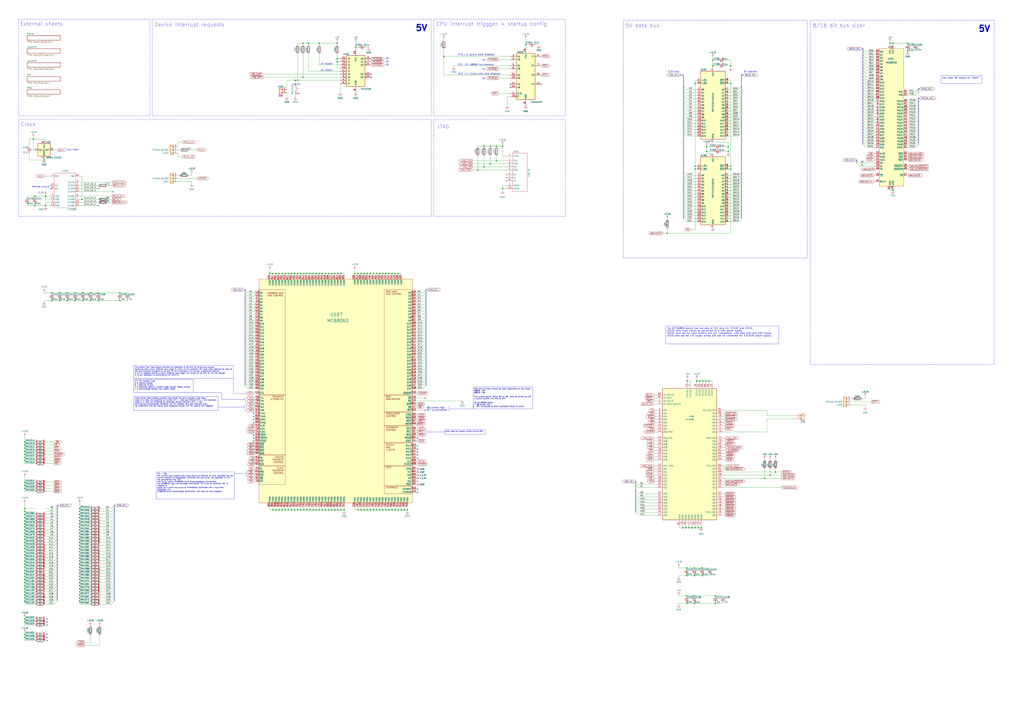
<source format=kicad_sch>
(kicad_sch (version 20230121) (generator eeschema)
  (paper "A1")
  (title_block (title "Raven 68060") (date "2024") (rev "A1") (company "Licensed under CERN-OHL-W v2") (comment 1 "(c)2024 Anders Granlund"))
  (junction (at 20.32 508.635))
  (junction (at 291.465 224.79))
  (junction (at 231.775 419.1))
  (junction (at 269.875 419.1))
  (junction (at 262.255 419.1))
  (junction (at 628.015 393.065))
  (junction (at 20.32 445.77))
  (junction (at 277.495 224.79))
  (junction (at 241.935 224.79))
  (junction (at 580.39 124.46))
  (junction (at 65.405 463.55))
  (junction (at 299.085 224.79))
  (junction (at 20.32 494.03))
  (junction (at 563.88 473.075))
  (junction (at 745.49 41.91))
  (junction (at 563.88 489.585))
  (junction (at 304.165 224.79))
  (junction (at 563.245 433.705))
  (junction (at 20.32 370.84))
  (junction (at 244.475 419.1))
  (junction (at 587.375 495.935))
  (junction (at 65.405 491.49))
  (junction (at 397.51 120.015))
  (junction (at 20.32 396.24))
  (junction (at 20.32 453.39))
  (junction (at 65.405 453.39))
  (junction (at 234.315 224.79))
  (junction (at 572.135 313.055))
  (junction (at 20.32 378.46))
  (junction (at 65.405 458.47))
  (junction (at 80.645 240.665))
  (junction (at 20.32 368.3))
  (junction (at 239.395 224.79))
  (junction (at 309.245 419.1))
  (junction (at 636.905 387.985))
  (junction (at 600.075 53.975))
  (junction (at 55.245 247.015))
  (junction (at 65.405 435.61))
  (junction (at 20.32 471.17))
  (junction (at 306.705 224.79))
  (junction (at 20.32 440.69))
  (junction (at 565.785 433.705))
  (junction (at 563.88 466.725))
  (junction (at 48.895 240.665))
  (junction (at 65.405 486.41))
  (junction (at 299.085 419.1))
  (junction (at 65.405 427.99))
  (junction (at 74.295 240.665))
  (junction (at 65.405 466.09))
  (junction (at 65.405 433.07))
  (junction (at 20.32 458.47))
  (junction (at 276.86 48.26))
  (junction (at 20.32 420.37))
  (junction (at 65.405 448.31))
  (junction (at 36.195 131.445))
  (junction (at 560.705 433.705))
  (junction (at 253.365 35.56))
  (junction (at 576.58 473.075))
  (junction (at 20.32 521.335))
  (junction (at 274.955 224.79))
  (junction (at 600.075 136.525))
  (junction (at 67.945 247.015))
  (junction (at 229.235 224.79))
  (junction (at 20.32 491.49))
  (junction (at 364.49 46.355))
  (junction (at 20.32 435.61))
  (junction (at 20.32 463.55))
  (junction (at 247.015 224.79))
  (junction (at 20.32 488.95))
  (junction (at 587.375 489.585))
  (junction (at 65.405 483.87))
  (junction (at 48.895 247.015))
  (junction (at 402.59 120.015))
  (junction (at 632.46 390.525))
  (junction (at 585.47 49.53))
  (junction (at 264.795 419.1))
  (junction (at 252.095 224.79))
  (junction (at 20.32 450.85))
  (junction (at 296.545 419.1))
  (junction (at 67.945 240.665))
  (junction (at 98.425 240.665))
  (junction (at 407.67 120.015))
  (junction (at 280.035 419.1))
  (junction (at 65.405 471.17))
  (junction (at 254.635 419.1))
  (junction (at 28.575 161.29))
  (junction (at 262.255 224.79))
  (junction (at 292.1 38.735))
  (junction (at 65.405 420.37))
  (junction (at 272.415 224.79))
  (junction (at 229.235 419.1))
  (junction (at 20.32 486.41))
  (junction (at 570.865 68.58))
  (junction (at 733.425 156.21))
  (junction (at 570.865 136.525))
  (junction (at 334.645 419.1))
  (junction (at 20.32 363.22))
  (junction (at 248.92 35.56))
  (junction (at 282.575 419.1))
  (junction (at 20.32 375.92))
  (junction (at 20.32 455.93))
  (junction (at 280.035 224.79))
  (junction (at 585.47 53.975))
  (junction (at 65.405 445.77))
  (junction (at 224.155 419.1))
  (junction (at 20.32 473.71))
  (junction (at 259.715 224.79))
  (junction (at 42.545 240.665))
  (junction (at 431.8 36.83))
  (junction (at 392.43 139.7))
  (junction (at 42.545 247.015))
  (junction (at 314.325 419.1))
  (junction (at 65.405 461.01))
  (junction (at 65.405 417.83))
  (junction (at 61.595 247.015))
  (junction (at 20.32 427.99))
  (junction (at 249.555 224.79))
  (junction (at 20.32 483.87))
  (junction (at 272.415 419.1))
  (junction (at 20.32 468.63))
  (junction (at 327.025 224.79))
  (junction (at 332.105 419.1))
  (junction (at 564.515 313.055))
  (junction (at 412.75 120.015))
  (junction (at 579.755 313.055))
  (junction (at 397.51 137.16))
  (junction (at 244.475 66.04))
  (junction (at 20.32 430.53))
  (junction (at 20.32 448.31))
  (junction (at 262.255 35.56))
  (junction (at 20.32 373.38))
  (junction (at 65.405 438.15))
  (junction (at 28.575 168.91))
  (junction (at 67.31 163.83))
  (junction (at 242.57 66.04))
  (junction (at 65.405 430.53))
  (junction (at 276.86 50.8))
  (junction (at 319.405 419.1))
  (junction (at 570.23 466.725))
  (junction (at 301.625 224.79))
  (junction (at 20.32 461.01))
  (junction (at 276.86 35.56))
  (junction (at 221.615 224.79))
  (junction (at 319.405 224.79))
  (junction (at 296.545 224.79))
  (junction (at 600.075 139.065))
  (junction (at 306.705 419.1))
  (junction (at 65.405 481.33))
  (junction (at 309.245 224.79))
  (junction (at 570.865 433.705))
  (junction (at 20.32 438.15))
  (junction (at 407.67 132.08))
  (junction (at 548.005 191.77))
  (junction (at 20.32 417.83))
  (junction (at 241.935 419.1))
  (junction (at 61.595 240.665))
  (junction (at 311.785 419.1))
  (junction (at 580.39 120.65))
  (junction (at 65.405 450.85))
  (junction (at 575.945 433.705))
  (junction (at 570.23 495.935))
  (junction (at 65.405 478.79))
  (junction (at 598.17 124.46))
  (junction (at 37.465 168.91))
  (junction (at 20.32 481.33))
  (junction (at 563.88 495.935))
  (junction (at 324.485 224.79))
  (junction (at 226.695 224.79))
  (junction (at 236.855 419.1))
  (junction (at 226.695 419.1))
  (junction (at 598.17 120.65))
  (junction (at 745.49 35.56))
  (junction (at 294.005 419.1))
  (junction (at 20.32 365.76))
  (junction (at 20.32 422.91))
  (junction (at 259.715 419.1))
  (junction (at 20.32 476.25))
  (junction (at 65.405 488.95))
  (junction (at 20.32 478.79))
  (junction (at 224.155 224.79))
  (junction (at 277.495 419.1))
  (junction (at 20.32 443.23))
  (junction (at 65.405 468.63))
  (junction (at 316.865 224.79))
  (junction (at 574.675 313.055))
  (junction (at 65.405 455.93))
  (junction (at 98.425 247.015))
  (junction (at 236.855 224.79))
  (junction (at 80.645 247.015))
  (junction (at 248.92 63.5))
  (junction (at 20.32 511.175))
  (junction (at 254.635 224.79))
  (junction (at 27.305 114.3))
  (junction (at 249.555 419.1))
  (junction (at 244.475 224.79))
  (junction (at 267.335 419.1))
  (junction (at 65.405 473.71))
  (junction (at 74.295 247.015))
  (junction (at 37.465 161.29))
  (junction (at 252.095 419.1))
  (junction (at 570.865 139.065))
  (junction (at 568.325 433.705))
  (junction (at 570.23 473.075))
  (junction (at 316.865 419.1))
  (junction (at 321.945 419.1))
  (junction (at 239.395 419.1))
  (junction (at 65.405 440.69))
  (junction (at 20.32 425.45))
  (junction (at 65.405 494.03))
  (junction (at 733.425 35.56))
  (junction (at 321.945 224.79))
  (junction (at 730.885 35.56))
  (junction (at 412.75 154.94))
  (junction (at 304.165 419.1))
  (junction (at 257.175 224.79))
  (junction (at 327.025 419.1))
  (junction (at 257.175 419.1))
  (junction (at 576.58 466.725))
  (junction (at 20.32 401.32))
  (junction (at 264.795 224.79))
  (junction (at 20.32 523.875))
  (junction (at 267.335 224.79))
  (junction (at 269.875 224.79))
  (junction (at 234.315 419.1))
  (junction (at 247.015 419.1))
  (junction (at 20.32 466.09))
  (junction (at 65.405 443.23))
  (junction (at 314.325 224.79))
  (junction (at 311.785 224.79))
  (junction (at 274.955 419.1))
  (junction (at 294.005 224.79))
  (junction (at 329.565 419.1))
  (junction (at 20.32 398.78))
  (junction (at 65.405 425.45))
  (junction (at 402.59 134.62))
  (junction (at 20.32 433.07))
  (junction (at 577.215 313.055))
  (junction (at 570.23 489.585))
  (junction (at 301.625 419.1))
  (junction (at 65.405 422.91))
  (junction (at 600.075 68.58))
  (junction (at 324.485 419.1))
  (junction (at 582.295 313.055))
  (junction (at 65.405 476.25))
  (junction (at 573.405 433.705))
  (junction (at 55.245 240.665))
  (junction (at 231.775 224.79))
  (no_connect (at 41.91 154.94))
  (no_connect (at 419.1 69.215))
  (no_connect (at 208.28 357.505))
  (no_connect (at 342.9 376.555))
  (no_connect (at 304.8 60.96))
  (no_connect (at 208.28 362.585))
  (no_connect (at 419.1 71.755))
  (no_connect (at 208.28 347.345))
  (no_connect (at 38.735 523.875))
  (no_connect (at 208.28 342.265))
  (no_connect (at 80.645 168.91))
  (no_connect (at 304.8 63.5))
  (no_connect (at 444.5 69.215))
  (no_connect (at 208.28 344.805))
  (no_connect (at 208.28 360.045))
  (no_connect (at 342.9 360.045))
  (no_connect (at 41.91 152.4))
  (no_connect (at 92.71 157.48))
  (no_connect (at 38.735 508.635))
  (no_connect (at 342.9 366.395))
  (no_connect (at 208.28 339.725))
  (no_connect (at 342.9 404.495))
  (no_connect (at 342.9 371.475))
  (no_connect (at 81.28 154.94))
  (no_connect (at 342.9 401.955))
  (no_connect (at 349.25 337.185))
  (no_connect (at 38.735 521.335))
  (no_connect (at 38.735 526.415))
  (no_connect (at 38.735 511.175))
  (no_connect (at 342.9 395.605))
  (no_connect (at 342.9 374.015))
  (no_connect (at 349.25 327.025))
  (no_connect (at 342.9 368.935))
  (no_connect (at 38.735 513.715))
  (bus_entry (at 349.885 245.745) (size -2.54 2.54))
  (bus_entry (at 561.34 83.82) (size 2.54 2.54))
  (bus_entry (at 521.97 415.925) (size 2.54 2.54))
  (bus_entry (at 93.98 463.55) (size -2.54 2.54))
  (bus_entry (at 521.97 398.145) (size 2.54 2.54))
  (bus_entry (at 349.885 248.285) (size -2.54 2.54))
  (bus_entry (at 754.38 116.205) (size -2.54 2.54))
  (bus_entry (at 561.34 144.145) (size 2.54 2.54))
  (bus_entry (at 201.295 281.305) (size 2.54 2.54))
  (bus_entry (at 708.66 103.505) (size 2.54 2.54))
  (bus_entry (at 708.66 83.185) (size 2.54 2.54))
  (bus_entry (at 708.66 98.425) (size 2.54 2.54))
  (bus_entry (at 521.97 413.385) (size 2.54 2.54))
  (bus_entry (at 608.965 83.82) (size -2.54 2.54))
  (bus_entry (at 201.295 291.465) (size 2.54 2.54))
  (bus_entry (at 561.34 78.74) (size 2.54 2.54))
  (bus_entry (at 46.99 471.17) (size -2.54 2.54))
  (bus_entry (at 93.98 450.85) (size -2.54 2.54))
  (bus_entry (at 93.98 422.91) (size -2.54 2.54))
  (bus_entry (at 93.98 486.41) (size -2.54 2.54))
  (bus_entry (at 608.965 88.9) (size -2.54 2.54))
  (bus_entry (at 708.66 100.965) (size 2.54 2.54))
  (bus_entry (at 201.295 299.085) (size 2.54 2.54))
  (bus_entry (at 93.98 491.49) (size -2.54 2.54))
  (bus_entry (at 521.97 418.465) (size 2.54 2.54))
  (bus_entry (at 93.98 471.17) (size -2.54 2.54))
  (bus_entry (at 608.965 149.225) (size -2.54 2.54))
  (bus_entry (at 608.965 101.6) (size -2.54 2.54))
  (bus_entry (at 754.38 118.745) (size -2.54 2.54))
  (bus_entry (at 46.99 427.99) (size -2.54 2.54))
  (bus_entry (at 46.99 486.41) (size -2.54 2.54))
  (bus_entry (at 708.66 80.645) (size 2.54 2.54))
  (bus_entry (at 708.66 90.805) (size 2.54 2.54))
  (bus_entry (at 46.99 458.47) (size -2.54 2.54))
  (bus_entry (at 201.295 248.285) (size 2.54 2.54))
  (bus_entry (at 201.295 301.625) (size 2.54 2.54))
  (bus_entry (at 703.58 131.445) (size 2.54 2.54))
  (bus_entry (at 46.99 445.77) (size -2.54 2.54))
  (bus_entry (at 201.295 309.245) (size 2.54 2.54))
  (bus_entry (at 754.38 100.965) (size -2.54 2.54))
  (bus_entry (at 93.98 425.45) (size -2.54 2.54))
  (bus_entry (at 561.34 164.465) (size 2.54 2.54))
  (bus_entry (at 46.99 435.61) (size -2.54 2.54))
  (bus_entry (at 608.965 81.28) (size -2.54 2.54))
  (bus_entry (at 608.965 151.765) (size -2.54 2.54))
  (bus_entry (at 46.99 491.49) (size -2.54 2.54))
  (bus_entry (at 754.38 106.045) (size -2.54 2.54))
  (bus_entry (at 349.885 238.125) (size -2.54 2.54))
  (bus_entry (at 93.98 488.95) (size -2.54 2.54))
  (bus_entry (at 349.885 301.625) (size -2.54 2.54))
  (bus_entry (at 708.66 93.345) (size 2.54 2.54))
  (bus_entry (at 608.965 106.68) (size -2.54 2.54))
  (bus_entry (at 201.295 283.845) (size 2.54 2.54))
  (bus_entry (at 201.295 273.685) (size 2.54 2.54))
  (bus_entry (at 708.66 57.785) (size 2.54 2.54))
  (bus_entry (at 349.885 299.085) (size -2.54 2.54))
  (bus_entry (at 93.98 483.87) (size -2.54 2.54))
  (bus_entry (at 708.66 95.885) (size 2.54 2.54))
  (bus_entry (at 561.34 93.98) (size 2.54 2.54))
  (bus_entry (at 201.295 253.365) (size 2.54 2.54))
  (bus_entry (at 608.965 141.605) (size -2.54 2.54))
  (bus_entry (at 608.965 177.165) (size -2.54 2.54))
  (bus_entry (at 349.885 286.385) (size -2.54 2.54))
  (bus_entry (at 201.295 263.525) (size 2.54 2.54))
  (bus_entry (at 708.66 55.245) (size 2.54 2.54))
  (bus_entry (at 201.295 288.925) (size 2.54 2.54))
  (bus_entry (at 561.34 106.68) (size 2.54 2.54))
  (bus_entry (at 754.38 108.585) (size -2.54 2.54))
  (bus_entry (at 708.66 70.485) (size 2.54 2.54))
  (bus_entry (at 349.885 260.985) (size -2.54 2.54))
  (bus_entry (at 201.295 296.545) (size 2.54 2.54))
  (bus_entry (at 201.295 278.765) (size 2.54 2.54))
  (bus_entry (at 93.98 420.37) (size -2.54 2.54))
  (bus_entry (at 349.885 266.065) (size -2.54 2.54))
  (bus_entry (at 521.97 395.605) (size 2.54 2.54))
  (bus_entry (at 561.34 179.705) (size 2.54 2.54))
  (bus_entry (at 608.965 174.625) (size -2.54 2.54))
  (bus_entry (at 349.885 294.005) (size -2.54 2.54))
  (bus_entry (at 201.295 304.165) (size 2.54 2.54))
  (bus_entry (at 608.965 93.98) (size -2.54 2.54))
  (bus_entry (at 46.99 473.71) (size -2.54 2.54))
  (bus_entry (at 93.98 458.47) (size -2.54 2.54))
  (bus_entry (at 201.295 240.665) (size 2.54 2.54))
  (bus_entry (at 93.98 476.25) (size -2.54 2.54))
  (bus_entry (at 561.34 141.605) (size 2.54 2.54))
  (bus_entry (at 708.66 62.865) (size 2.54 2.54))
  (bus_entry (at 608.965 144.145) (size -2.54 2.54))
  (bus_entry (at 561.34 91.44) (size 2.54 2.54))
  (bus_entry (at 561.34 151.765) (size 2.54 2.54))
  (bus_entry (at 46.99 463.55) (size -2.54 2.54))
  (bus_entry (at 708.66 65.405) (size 2.54 2.54))
  (bus_entry (at 349.885 309.245) (size -2.54 2.54))
  (bus_entry (at 349.885 253.365) (size -2.54 2.54))
  (bus_entry (at 349.885 288.925) (size -2.54 2.54))
  (bus_entry (at 201.295 276.225) (size 2.54 2.54))
  (bus_entry (at 46.99 425.45) (size -2.54 2.54))
  (bus_entry (at 46.99 448.31) (size -2.54 2.54))
  (bus_entry (at 93.98 438.15) (size -2.54 2.54))
  (bus_entry (at 46.99 420.37) (size -2.54 2.54))
  (bus_entry (at 561.34 81.28) (size 2.54 2.54))
  (bus_entry (at 349.885 278.765) (size -2.54 2.54))
  (bus_entry (at 93.98 468.63) (size -2.54 2.54))
  (bus_entry (at 349.885 296.545) (size -2.54 2.54))
  (bus_entry (at 561.34 99.06) (size 2.54 2.54))
  (bus_entry (at 93.98 415.29) (size -2.54 2.54))
  (bus_entry (at 708.66 75.565) (size 2.54 2.54))
  (bus_entry (at 708.66 111.125) (size 2.54 2.54))
  (bus_entry (at 754.38 111.125) (size -2.54 2.54))
  (bus_entry (at 561.34 149.225) (size 2.54 2.54))
  (bus_entry (at 708.66 116.205) (size 2.54 2.54))
  (bus_entry (at 608.965 167.005) (size -2.54 2.54))
  (bus_entry (at 93.98 417.83) (size -2.54 2.54))
  (bus_entry (at 349.885 255.905) (size -2.54 2.54))
  (bus_entry (at 708.66 42.545) (size 2.54 2.54))
  (bus_entry (at 561.34 156.845) (size 2.54 2.54))
  (bus_entry (at 201.295 314.325) (size 2.54 2.54))
  (bus_entry (at 46.99 433.07) (size -2.54 2.54))
  (bus_entry (at 561.34 109.22) (size 2.54 2.54))
  (bus_entry (at 349.885 273.685) (size -2.54 2.54))
  (bus_entry (at 93.98 481.33) (size -2.54 2.54))
  (bus_entry (at 349.885 306.705) (size -2.54 2.54))
  (bus_entry (at 608.965 169.545) (size -2.54 2.54))
  (bus_entry (at 349.885 283.845) (size -2.54 2.54))
  (bus_entry (at 93.98 466.09) (size -2.54 2.54))
  (bus_entry (at 754.38 113.665) (size -2.54 2.54))
  (bus_entry (at 201.295 268.605) (size 2.54 2.54))
  (bus_entry (at 349.885 281.305) (size -2.54 2.54))
  (bus_entry (at 708.66 108.585) (size 2.54 2.54))
  (bus_entry (at 201.295 250.825) (size 2.54 2.54))
  (bus_entry (at 754.38 75.565) (size -2.54 2.54))
  (bus_entry (at 608.965 96.52) (size -2.54 2.54))
  (bus_entry (at 561.34 96.52) (size 2.54 2.54))
  (bus_entry (at 93.98 494.03) (size -2.54 2.54))
  (bus_entry (at 46.99 443.23) (size -2.54 2.54))
  (bus_entry (at 608.965 164.465) (size -2.54 2.54))
  (bus_entry (at 561.34 86.36) (size 2.54 2.54))
  (bus_entry (at 46.99 438.15) (size -2.54 2.54))
  (bus_entry (at 708.66 60.325) (size 2.54 2.54))
  (bus_entry (at 521.97 408.305) (size 2.54 2.54))
  (bus_entry (at 708.66 45.085) (size 2.54 2.54))
  (bus_entry (at 561.34 88.9) (size 2.54 2.54))
  (bus_entry (at 201.295 260.985) (size 2.54 2.54))
  (bus_entry (at 46.99 483.87) (size -2.54 2.54))
  (bus_entry (at 754.38 93.345) (size -2.54 2.54))
  (bus_entry (at 561.34 101.6) (size 2.54 2.54))
  (bus_entry (at 561.34 169.545) (size 2.54 2.54))
  (bus_entry (at 608.965 154.305) (size -2.54 2.54))
  (bus_entry (at 608.965 159.385) (size -2.54 2.54))
  (bus_entry (at 708.66 47.625) (size 2.54 2.54))
  (bus_entry (at 608.965 161.925) (size -2.54 2.54))
  (bus_entry (at 349.885 304.165) (size -2.54 2.54))
  (bus_entry (at 46.99 453.39) (size -2.54 2.54))
  (bus_entry (at 46.99 476.25) (size -2.54 2.54))
  (bus_entry (at 201.295 255.905) (size 2.54 2.54))
  (bus_entry (at 46.99 494.03) (size -2.54 2.54))
  (bus_entry (at 349.885 263.525) (size -2.54 2.54))
  (bus_entry (at 561.34 172.085) (size 2.54 2.54))
  (bus_entry (at 608.965 73.66) (size -2.54 2.54))
  (bus_entry (at 561.34 146.685) (size 2.54 2.54))
  (bus_entry (at 708.66 40.005) (size 2.54 2.54))
  (bus_entry (at 521.97 421.005) (size 2.54 2.54))
  (bus_entry (at 349.885 316.865) (size -2.54 2.54))
  (bus_entry (at 201.295 294.005) (size 2.54 2.54))
  (bus_entry (at 46.99 466.09) (size -2.54 2.54))
  (bus_entry (at 708.66 52.705) (size 2.54 2.54))
  (bus_entry (at 349.885 243.205) (size -2.54 2.54))
  (bus_entry (at 561.34 161.925) (size 2.54 2.54))
  (bus_entry (at 754.38 80.645) (size -2.54 2.54))
  (bus_entry (at 708.66 118.745) (size 2.54 2.54))
  (bus_entry (at 93.98 448.31) (size -2.54 2.54))
  (bus_entry (at 201.295 238.125) (size 2.54 2.54))
  (bus_entry (at 708.66 113.665) (size 2.54 2.54))
  (bus_entry (at 608.965 71.12) (size -2.54 2.54))
  (bus_entry (at 754.38 103.505) (size -2.54 2.54))
  (bus_entry (at 708.66 88.265) (size 2.54 2.54))
  (bus_entry (at 561.34 174.625) (size 2.54 2.54))
  (bus_entry (at 608.965 104.14) (size -2.54 2.54))
  (bus_entry (at 608.965 86.36) (size -2.54 2.54))
  (bus_entry (at 201.295 311.785) (size 2.54 2.54))
  (bus_entry (at 561.34 76.2) (size 2.54 2.54))
  (bus_entry (at 754.38 95.885) (size -2.54 2.54))
  (bus_entry (at 349.885 250.825) (size -2.54 2.54))
  (bus_entry (at 349.885 291.465) (size -2.54 2.54))
  (bus_entry (at 46.99 450.85) (size -2.54 2.54))
  (bus_entry (at 608.965 99.06) (size -2.54 2.54))
  (bus_entry (at 754.38 73.025) (size -2.54 2.54))
  (bus_entry (at 93.98 461.01) (size -2.54 2.54))
  (bus_entry (at 46.99 481.33) (size -2.54 2.54))
  (bus_entry (at 608.965 179.705) (size -2.54 2.54))
  (bus_entry (at 93.98 433.07) (size -2.54 2.54))
  (bus_entry (at 93.98 445.77) (size -2.54 2.54))
  (bus_entry (at 46.99 468.63) (size -2.54 2.54))
  (bus_entry (at 46.99 430.53) (size -2.54 2.54))
  (bus_entry (at 349.885 268.605) (size -2.54 2.54))
  (bus_entry (at 46.99 455.93) (size -2.54 2.54))
  (bus_entry (at 93.98 440.69) (size -2.54 2.54))
  (bus_entry (at 703.58 133.985) (size 2.54 2.54))
  (bus_entry (at 93.98 443.23) (size -2.54 2.54))
  (bus_entry (at 561.34 167.005) (size 2.54 2.54))
  (bus_entry (at 608.965 146.685) (size -2.54 2.54))
  (bus_entry (at 608.965 172.085) (size -2.54 2.54))
  (bus_entry (at 349.885 311.785) (size -2.54 2.54))
  (bus_entry (at 46.99 422.91) (size -2.54 2.54))
  (bus_entry (at 93.98 453.39) (size -2.54 2.54))
  (bus_entry (at 46.99 415.29) (size -2.54 2.54))
  (bus_entry (at 201.295 245.745) (size 2.54 2.54))
  (bus_entry (at 521.97 405.765) (size 2.54 2.54))
  (bus_entry (at 46.99 478.79) (size -2.54 2.54))
  (bus_entry (at 561.34 104.14) (size 2.54 2.54))
  (bus_entry (at 349.885 314.325) (size -2.54 2.54))
  (bus_entry (at 754.38 85.725) (size -2.54 2.54))
  (bus_entry (at 708.66 78.105) (size 2.54 2.54))
  (bus_entry (at 93.98 430.53) (size -2.54 2.54))
  (bus_entry (at 561.34 159.385) (size 2.54 2.54))
  (bus_entry (at 201.295 306.705) (size 2.54 2.54))
  (bus_entry (at 46.99 417.83) (size -2.54 2.54))
  (bus_entry (at 349.885 240.665) (size -2.54 2.54))
  (bus_entry (at 561.34 71.12) (size 2.54 2.54))
  (bus_entry (at 349.885 258.445) (size -2.54 2.54))
  (bus_entry (at 201.295 266.065) (size 2.54 2.54))
  (bus_entry (at 561.34 154.305) (size 2.54 2.54))
  (bus_entry (at 754.38 90.805) (size -2.54 2.54))
  (bus_entry (at 93.98 473.71) (size -2.54 2.54))
  (bus_entry (at 754.38 98.425) (size -2.54 2.54))
  (bus_entry (at 349.885 276.225) (size -2.54 2.54))
  (bus_entry (at 201.295 316.865) (size 2.54 2.54))
  (bus_entry (at 201.295 271.145) (size 2.54 2.54))
  (bus_entry (at 708.66 85.725) (size 2.54 2.54))
  (bus_entry (at 93.98 427.99) (size -2.54 2.54))
  (bus_entry (at 46.99 461.01) (size -2.54 2.54))
  (bus_entry (at 349.885 271.145) (size -2.54 2.54))
  (bus_entry (at 521.97 403.225) (size 2.54 2.54))
  (bus_entry (at 608.965 76.2) (size -2.54 2.54))
  (bus_entry (at 708.66 106.045) (size 2.54 2.54))
  (bus_entry (at 608.965 156.845) (size -2.54 2.54))
  (bus_entry (at 561.34 177.165) (size 2.54 2.54))
  (bus_entry (at 708.66 73.025) (size 2.54 2.54))
  (bus_entry (at 608.965 109.22) (size -2.54 2.54))
  (bus_entry (at 93.98 478.79) (size -2.54 2.54))
  (bus_entry (at 521.97 410.845) (size 2.54 2.54))
  (bus_entry (at 561.34 73.66) (size 2.54 2.54))
  (bus_entry (at 46.99 440.69) (size -2.54 2.54))
  (bus_entry (at 708.66 67.945) (size 2.54 2.54))
  (bus_entry (at 201.295 286.385) (size 2.54 2.54))
  (bus_entry (at 46.99 488.95) (size -2.54 2.54))
  (bus_entry (at 708.66 50.165) (size 2.54 2.54))
  (bus_entry (at 754.38 83.185) (size -2.54 2.54))
  (bus_entry (at 608.965 91.44) (size -2.54 2.54))
  (bus_entry (at 754.38 88.265) (size -2.54 2.54))
  (bus_entry (at 93.98 455.93) (size -2.54 2.54))
  (bus_entry (at 201.295 243.205) (size 2.54 2.54))
  (bus_entry (at 201.295 258.445) (size 2.54 2.54))
  (bus_entry (at 608.965 78.74) (size -2.54 2.54))
  (bus_entry (at 93.98 435.61) (size -2.54 2.54))
  (wire (pts (xy 36.83 443.23) (xy 44.45 443.23)))
  (wire (pts (xy 20.32 471.17) (xy 29.21 471.17)))
  (wire (pts (xy 572.77 174.625) (xy 563.88 174.625)))
  (wire (pts (xy 81.915 478.79) (xy 91.44 478.79)))
  (wire (pts (xy 20.32 438.15) (xy 29.21 438.15)))
  (wire (pts (xy 745.49 41.91) (xy 745.49 42.545)))
  (wire (pts (xy 262.255 35.56) (xy 276.86 35.56)))
  (bus (pts (xy 93.98 466.09) (xy 93.98 463.55)))
  (wire (pts (xy 203.835 266.065) (xy 210.185 266.065)))
  (bus (pts (xy 349.885 258.445) (xy 349.885 255.905)))
  (wire (pts (xy 208.915 390.525) (xy 210.185 390.525)))
  (wire (pts (xy 575.945 432.435) (xy 575.945 433.705)))
  (wire (pts (xy 234.315 224.79) (xy 234.315 226.695)))
  (wire (pts (xy 61.595 247.015) (xy 61.595 246.38)))
  (wire (pts (xy 247.015 224.79) (xy 244.475 224.79)))
  (bus (pts (xy 561.34 61.595) (xy 558.8 61.595)))
  (wire (pts (xy 65.405 491.49) (xy 74.295 491.49)))
  (bus (pts (xy 608.965 177.165) (xy 608.965 174.625)))
  (wire (pts (xy 272.415 415.925) (xy 272.415 419.1)))
  (bus (pts (xy 46.99 438.15) (xy 46.99 435.61)))
  (wire (pts (xy 69.215 527.685) (xy 74.295 527.685)))
  (wire (pts (xy 65.405 433.07) (xy 74.295 433.07)))
  (wire (pts (xy 36.83 401.32) (xy 44.45 401.32)))
  (bus (pts (xy 349.885 314.325) (xy 349.885 311.785)))
  (wire (pts (xy 340.995 255.905) (xy 347.345 255.905)))
  (wire (pts (xy 272.415 419.1) (xy 274.955 419.1)))
  (wire (pts (xy 231.775 415.925) (xy 231.775 419.1)))
  (wire (pts (xy 36.195 114.3) (xy 36.195 115.57)))
  (wire (pts (xy 340.995 374.015) (xy 342.9 374.015)))
  (wire (pts (xy 203.835 309.245) (xy 210.185 309.245)))
  (wire (pts (xy 572.77 149.225) (xy 563.88 149.225)))
  (wire (pts (xy 745.49 41.91) (xy 751.84 41.91)))
  (wire (pts (xy 299.085 224.79) (xy 299.085 226.695)))
  (wire (pts (xy 37.465 166.37) (xy 37.465 168.91)))
  (wire (pts (xy 231.775 419.1) (xy 234.315 419.1)))
  (bus (pts (xy 349.885 301.625) (xy 349.885 299.085)))
  (bus (pts (xy 93.98 483.87) (xy 93.98 481.33)))
  (wire (pts (xy 415.925 152.4) (xy 412.75 152.4)))
  (wire (pts (xy 572.77 164.465) (xy 563.88 164.465)))
  (wire (pts (xy 20.32 476.25) (xy 29.21 476.25)))
  (wire (pts (xy 594.995 49.53) (xy 600.075 49.53)))
  (bus (pts (xy 754.38 113.665) (xy 754.38 116.205)))
  (wire (pts (xy 20.32 508.635) (xy 29.21 508.635)))
  (wire (pts (xy 572.77 172.085) (xy 563.88 172.085)))
  (wire (pts (xy 576.58 473.075) (xy 582.93 473.075)))
  (bus (pts (xy 93.98 443.23) (xy 93.98 440.69)))
  (wire (pts (xy 319.405 419.1) (xy 321.945 419.1)))
  (wire (pts (xy 563.88 489.585) (xy 570.23 489.585)))
  (wire (pts (xy 149.225 116.84) (xy 146.05 116.84)))
  (wire (pts (xy 36.83 486.41) (xy 44.45 486.41)))
  (wire (pts (xy 274.955 415.925) (xy 274.955 419.1)))
  (wire (pts (xy 276.86 48.26) (xy 279.4 48.26)))
  (wire (pts (xy 65.405 476.25) (xy 74.295 476.25)))
  (wire (pts (xy 412.75 118.745) (xy 412.75 120.015)))
  (wire (pts (xy 598.17 144.145) (xy 606.425 144.145)))
  (bus (pts (xy 708.66 108.585) (xy 708.66 106.045)))
  (wire (pts (xy 572.77 144.145) (xy 563.88 144.145)))
  (wire (pts (xy 244.475 66.04) (xy 279.4 66.04)))
  (wire (pts (xy 710.565 327.66) (xy 708.025 327.66)))
  (wire (pts (xy 48.895 240.665) (xy 55.245 240.665)))
  (wire (pts (xy 20.32 373.38) (xy 29.21 373.38)))
  (wire (pts (xy 711.2 108.585) (xy 719.455 108.585)))
  (bus (pts (xy 708.66 118.745) (xy 708.66 116.205)))
  (wire (pts (xy 711.2 116.205) (xy 719.455 116.205)))
  (wire (pts (xy 711.2 50.165) (xy 719.455 50.165)))
  (wire (pts (xy 711.2 75.565) (xy 719.455 75.565)))
  (wire (pts (xy 65.405 440.69) (xy 74.295 440.69)))
  (wire (pts (xy 340.995 319.405) (xy 347.345 319.405)))
  (wire (pts (xy 340.995 362.585) (xy 342.265 362.585)))
  (wire (pts (xy 598.17 73.66) (xy 606.425 73.66)))
  (bus (pts (xy 46.99 483.87) (xy 46.99 481.33)))
  (wire (pts (xy 20.32 507.365) (xy 20.32 508.635)))
  (bus (pts (xy 561.34 106.68) (xy 561.34 104.14)))
  (wire (pts (xy 332.105 419.1) (xy 334.645 419.1)))
  (wire (pts (xy 20.32 523.875) (xy 29.21 523.875)))
  (bus (pts (xy 201.295 316.865) (xy 201.295 314.325)))
  (wire (pts (xy 20.32 358.775) (xy 20.32 363.22)))
  (wire (pts (xy 262.255 415.925) (xy 262.255 419.1)))
  (wire (pts (xy 36.83 378.46) (xy 44.45 378.46)))
  (wire (pts (xy 306.705 419.1) (xy 309.245 419.1)))
  (wire (pts (xy 580.39 126.365) (xy 585.47 126.365)))
  (bus (pts (xy 93.98 476.25) (xy 93.98 473.71)))
  (wire (pts (xy 412.75 154.94) (xy 412.75 156.845)))
  (wire (pts (xy 20.32 368.3) (xy 29.21 368.3)))
  (bus (pts (xy 708.66 67.945) (xy 708.66 65.405)))
  (wire (pts (xy 65.405 448.31) (xy 65.405 450.85)))
  (wire (pts (xy 537.21 372.745) (xy 539.115 372.745)))
  (wire (pts (xy 340.995 334.645) (xy 342.265 334.645)))
  (wire (pts (xy 81.915 453.39) (xy 91.44 453.39)))
  (bus (pts (xy 608.965 99.06) (xy 608.965 96.52)))
  (bus (pts (xy 755.015 73.025) (xy 754.38 73.025)))
  (wire (pts (xy 291.465 419.1) (xy 294.005 419.1)))
  (wire (pts (xy 292.1 34.29) (xy 292.1 38.735)))
  (wire (pts (xy 20.32 417.83) (xy 29.21 417.83)))
  (wire (pts (xy 20.32 427.99) (xy 29.21 427.99)))
  (wire (pts (xy 524.51 405.765) (xy 539.115 405.765)))
  (wire (pts (xy 572.77 177.165) (xy 563.88 177.165)))
  (wire (pts (xy 65.405 417.83) (xy 74.295 417.83)))
  (wire (pts (xy 203.835 283.845) (xy 210.185 283.845)))
  (bus (pts (xy 201.295 248.285) (xy 201.295 245.745)))
  (wire (pts (xy 537.21 324.485) (xy 539.115 324.485)))
  (bus (pts (xy 93.98 417.83) (xy 93.98 415.29)))
  (bus (pts (xy 561.34 161.925) (xy 561.34 159.385)))
  (wire (pts (xy 598.17 149.225) (xy 606.425 149.225)))
  (bus (pts (xy 561.34 96.52) (xy 561.34 93.98)))
  (wire (pts (xy 65.405 486.41) (xy 74.295 486.41)))
  (bus (pts (xy 46.99 476.25) (xy 46.99 473.71)))
  (wire (pts (xy 203.835 250.825) (xy 210.185 250.825)))
  (wire (pts (xy 591.82 120.65) (xy 598.17 120.65)))
  (wire (pts (xy 65.405 494.03) (xy 74.295 494.03)))
  (bus (pts (xy 201.295 266.065) (xy 201.295 263.525)))
  (wire (pts (xy 42.545 240.665) (xy 48.895 240.665)))
  (wire (pts (xy 593.725 387.985) (xy 636.905 387.985)))
  (wire (pts (xy 282.575 415.925) (xy 282.575 419.1)))
  (bus (pts (xy 561.34 101.6) (xy 561.34 99.06)))
  (bus (pts (xy 608.965 106.68) (xy 608.965 104.14)))
  (bus (pts (xy 46.99 422.91) (xy 46.99 420.37)))
  (wire (pts (xy 304.165 224.79) (xy 301.625 224.79)))
  (wire (pts (xy 282.575 224.79) (xy 280.035 224.79)))
  (bus (pts (xy 608.965 159.385) (xy 608.965 156.845)))
  (bus (pts (xy 93.98 430.53) (xy 93.98 427.99)))
  (wire (pts (xy 327.025 419.1) (xy 329.565 419.1)))
  (wire (pts (xy 20.32 466.09) (xy 20.32 468.63)))
  (bus (pts (xy 349.885 294.005) (xy 349.885 291.465)))
  (wire (pts (xy 64.77 152.4) (xy 80.645 152.4)))
  (wire (pts (xy 210.185 362.585) (xy 208.28 362.585)))
  (wire (pts (xy 248.92 44.45) (xy 248.92 63.5)))
  (wire (pts (xy 744.855 111.125) (xy 751.84 111.125)))
  (wire (pts (xy 36.83 461.01) (xy 44.45 461.01)))
  (wire (pts (xy 208.915 352.425) (xy 210.185 352.425)))
  (wire (pts (xy 146.05 149.225) (xy 157.48 149.225)))
  (wire (pts (xy 711.2 113.665) (xy 719.455 113.665)))
  (wire (pts (xy 203.835 314.325) (xy 210.185 314.325)))
  (wire (pts (xy 598.17 81.28) (xy 606.425 81.28)))
  (bus (pts (xy 608.965 161.925) (xy 608.965 159.385)))
  (wire (pts (xy 576.58 466.725) (xy 582.93 466.725)))
  (wire (pts (xy 387.985 139.7) (xy 392.43 139.7)))
  (wire (pts (xy 20.32 422.91) (xy 20.32 425.45)))
  (wire (pts (xy 340.995 253.365) (xy 347.345 253.365)))
  (wire (pts (xy 340.995 311.785) (xy 347.345 311.785)))
  (bus (pts (xy 608.965 156.845) (xy 608.965 154.305)))
  (bus (pts (xy 349.885 273.685) (xy 349.885 271.145)))
  (bus (pts (xy 201.295 311.785) (xy 201.295 309.245)))
  (bus (pts (xy 349.885 263.525) (xy 349.885 260.985)))
  (wire (pts (xy 236.855 224.79) (xy 234.315 224.79)))
  (bus (pts (xy 349.885 250.825) (xy 349.885 248.285)))
  (wire (pts (xy 20.32 368.3) (xy 20.32 370.84)))
  (bus (pts (xy 708.66 83.185) (xy 708.66 80.645)))
  (bus (pts (xy 708.66 90.805) (xy 708.66 88.265)))
  (wire (pts (xy 733.425 35.56) (xy 745.49 35.56)))
  (wire (pts (xy 36.83 435.61) (xy 44.45 435.61)))
  (bus (pts (xy 201.295 309.245) (xy 201.295 306.705)))
  (wire (pts (xy 257.175 419.1) (xy 259.715 419.1)))
  (wire (pts (xy 711.2 83.185) (xy 719.455 83.185)))
  (bus (pts (xy 349.885 245.745) (xy 349.885 243.205)))
  (wire (pts (xy 431.8 36.83) (xy 434.34 36.83)))
  (wire (pts (xy 157.48 151.13) (xy 157.48 149.225)))
  (wire (pts (xy 269.875 419.1) (xy 272.415 419.1)))
  (wire (pts (xy 20.32 508.635) (xy 20.32 511.175)))
  (wire (pts (xy 24.13 114.3) (xy 27.305 114.3)))
  (wire (pts (xy 306.705 224.79) (xy 306.705 226.695)))
  (bus (pts (xy 608.965 146.685) (xy 608.965 144.145)))
  (wire (pts (xy 272.415 224.79) (xy 269.875 224.79)))
  (wire (pts (xy 20.32 413.385) (xy 20.32 417.83)))
  (wire (pts (xy 654.05 341.63) (xy 629.92 341.63)))
  (wire (pts (xy 537.21 370.205) (xy 539.115 370.205)))
  (wire (pts (xy 221.615 419.1) (xy 224.155 419.1)))
  (wire (pts (xy 65.405 440.69) (xy 65.405 443.23)))
  (bus (pts (xy 201.295 276.225) (xy 201.295 273.685)))
  (wire (pts (xy 208.915 372.745) (xy 210.185 372.745)))
  (wire (pts (xy 364.49 46.355) (xy 364.49 61.595)))
  (bus (pts (xy 561.34 81.28) (xy 561.34 78.74)))
  (wire (pts (xy 249.555 419.1) (xy 252.095 419.1)))
  (wire (pts (xy 570.865 433.705) (xy 573.405 433.705)))
  (wire (pts (xy 598.17 78.74) (xy 606.425 78.74)))
  (wire (pts (xy 291.465 224.79) (xy 291.465 226.695)))
  (bus (pts (xy 46.99 443.23) (xy 46.99 440.69)))
  (wire (pts (xy 203.835 271.145) (xy 210.185 271.145)))
  (bus (pts (xy 754.38 113.665) (xy 754.38 111.125)))
  (bus (pts (xy 349.885 253.365) (xy 349.885 250.825)))
  (wire (pts (xy 598.17 154.305) (xy 606.425 154.305)))
  (bus (pts (xy 608.965 76.2) (xy 608.965 73.66)))
  (wire (pts (xy 342.265 352.425) (xy 340.995 352.425)))
  (wire (pts (xy 208.915 381.635) (xy 210.185 381.635)))
  (wire (pts (xy 48.895 246.38) (xy 48.895 247.015)))
  (wire (pts (xy 311.785 419.1) (xy 314.325 419.1)))
  (bus (pts (xy 608.965 169.545) (xy 608.965 167.005)))
  (wire (pts (xy 36.83 523.875) (xy 38.735 523.875)))
  (wire (pts (xy 314.325 224.79) (xy 314.325 226.695)))
  (bus (pts (xy 349.885 240.665) (xy 349.885 238.125)))
  (wire (pts (xy 20.32 520.065) (xy 20.32 521.335)))
  (wire (pts (xy 572.77 169.545) (xy 563.88 169.545)))
  (bus (pts (xy 561.34 76.2) (xy 561.34 73.66)))
  (wire (pts (xy 208.28 337.185) (xy 210.185 337.185)))
  (bus (pts (xy 349.885 316.865) (xy 349.885 314.325)))
  (wire (pts (xy 573.405 432.435) (xy 573.405 433.705)))
  (bus (pts (xy 708.66 85.725) (xy 708.66 83.185)))
  (wire (pts (xy 730.885 34.29) (xy 730.885 35.56)))
  (wire (pts (xy 600.075 68.58) (xy 600.075 136.525)))
  (wire (pts (xy 340.995 296.545) (xy 347.345 296.545)))
  (wire (pts (xy 248.92 63.5) (xy 279.4 63.5)))
  (wire (pts (xy 20.32 523.875) (xy 20.32 526.415)))
  (wire (pts (xy 557.53 489.585) (xy 563.88 489.585)))
  (wire (pts (xy 37.465 163.83) (xy 37.465 161.29)))
  (wire (pts (xy 231.775 224.79) (xy 231.775 226.695)))
  (wire (pts (xy 203.835 291.465) (xy 210.185 291.465)))
  (wire (pts (xy 340.995 248.285) (xy 347.345 248.285)))
  (wire (pts (xy 711.2 73.025) (xy 719.455 73.025)))
  (wire (pts (xy 560.705 432.435) (xy 560.705 433.705)))
  (wire (pts (xy 282.575 419.1) (xy 282.575 420.37)))
  (wire (pts (xy 340.995 304.165) (xy 347.345 304.165)))
  (wire (pts (xy 203.835 316.865) (xy 210.185 316.865)))
  (wire (pts (xy 42.545 247.015) (xy 48.895 247.015)))
  (wire (pts (xy 410.21 48.895) (xy 419.1 48.895)))
  (wire (pts (xy 64.77 168.91) (xy 80.645 168.91)))
  (wire (pts (xy 203.835 286.385) (xy 210.185 286.385)))
  (wire (pts (xy 65.405 438.15) (xy 65.405 440.69)))
  (bus (pts (xy 349.885 276.225) (xy 349.885 273.685)))
  (wire (pts (xy 706.12 133.985) (xy 719.455 133.985)))
  (wire (pts (xy 36.83 513.715) (xy 38.735 513.715)))
  (wire (pts (xy 20.32 427.99) (xy 20.32 430.53)))
  (wire (pts (xy 20.32 486.41) (xy 29.21 486.41)))
  (wire (pts (xy 570.865 432.435) (xy 570.865 433.705)))
  (wire (pts (xy 744.855 95.885) (xy 751.84 95.885)))
  (wire (pts (xy 311.785 415.925) (xy 311.785 419.1)))
  (wire (pts (xy 20.32 521.335) (xy 20.32 523.875)))
  (wire (pts (xy 36.83 144.78) (xy 41.91 144.78)))
  (wire (pts (xy 410.21 64.135) (xy 419.1 64.135)))
  (wire (pts (xy 253.365 36.83) (xy 253.365 35.56)))
  (wire (pts (xy 598.17 91.44) (xy 606.425 91.44)))
  (bus (pts (xy 608.965 167.005) (xy 608.965 164.465)))
  (wire (pts (xy 563.88 473.075) (xy 570.23 473.075)))
  (wire (pts (xy 28.575 168.91) (xy 37.465 168.91)))
  (bus (pts (xy 46.99 445.77) (xy 46.99 443.23)))
  (wire (pts (xy 598.17 86.36) (xy 606.425 86.36)))
  (wire (pts (xy 241.935 415.925) (xy 241.935 419.1)))
  (bus (pts (xy 46.99 486.41) (xy 46.99 483.87)))
  (wire (pts (xy 585.47 53.975) (xy 585.47 55.88)))
  (wire (pts (xy 36.83 381) (xy 44.45 381)))
  (wire (pts (xy 98.425 246.38) (xy 98.425 247.015)))
  (wire (pts (xy 654.05 344.17) (xy 629.92 344.17)))
  (wire (pts (xy 340.995 327.025) (xy 349.25 327.025)))
  (wire (pts (xy 269.875 415.925) (xy 269.875 419.1)))
  (bus (pts (xy 201.295 271.145) (xy 201.295 268.605)))
  (wire (pts (xy 65.405 463.55) (xy 74.295 463.55)))
  (wire (pts (xy 88.265 166.37) (xy 92.075 166.37)))
  (wire (pts (xy 711.2 55.245) (xy 719.455 55.245)))
  (wire (pts (xy 563.88 495.935) (xy 570.23 495.935)))
  (wire (pts (xy 157.48 142.24) (xy 157.48 144.145)))
  (wire (pts (xy 372.745 53.975) (xy 419.1 53.975)))
  (wire (pts (xy 203.835 253.365) (xy 210.185 253.365)))
  (wire (pts (xy 628.015 393.065) (xy 593.725 393.065)))
  (wire (pts (xy 572.77 83.82) (xy 563.88 83.82)))
  (wire (pts (xy 340.995 360.045) (xy 342.9 360.045)))
  (wire (pts (xy 208.915 376.555) (xy 210.185 376.555)))
  (bus (pts (xy 708.66 42.545) (xy 708.66 40.005)))
  (bus (pts (xy 46.99 488.95) (xy 46.99 486.41)))
  (wire (pts (xy 301.625 415.925) (xy 301.625 419.1)))
  (wire (pts (xy 20.32 483.87) (xy 20.32 486.41)))
  (wire (pts (xy 210.185 344.805) (xy 208.28 344.805)))
  (wire (pts (xy 280.035 419.1) (xy 282.575 419.1)))
  (wire (pts (xy 537.21 344.805) (xy 539.115 344.805)))
  (bus (pts (xy 608.965 164.465) (xy 608.965 161.925)))
  (wire (pts (xy 316.865 415.925) (xy 316.865 419.1)))
  (wire (pts (xy 636.905 385.445) (xy 636.905 387.985)))
  (wire (pts (xy 210.185 342.265) (xy 208.28 342.265)))
  (wire (pts (xy 80.645 246.38) (xy 80.645 247.015)))
  (wire (pts (xy 244.475 419.1) (xy 247.015 419.1)))
  (wire (pts (xy 340.995 278.765) (xy 347.345 278.765)))
  (wire (pts (xy 305.435 48.26) (xy 304.8 48.26)))
  (wire (pts (xy 65.405 461.01) (xy 65.405 463.55)))
  (wire (pts (xy 598.17 88.9) (xy 606.425 88.9)))
  (wire (pts (xy 36.83 521.335) (xy 38.735 521.335)))
  (wire (pts (xy 276.86 34.29) (xy 276.86 35.56)))
  (wire (pts (xy 744.855 118.745) (xy 751.84 118.745)))
  (wire (pts (xy 208.915 379.095) (xy 210.185 379.095)))
  (wire (pts (xy 216.535 60.96) (xy 279.4 60.96)))
  (wire (pts (xy 22.225 167.64) (xy 22.225 168.91)))
  (wire (pts (xy 81.915 420.37) (xy 91.44 420.37)))
  (wire (pts (xy 280.035 224.79) (xy 277.495 224.79)))
  (wire (pts (xy 537.21 354.965) (xy 539.115 354.965)))
  (wire (pts (xy 64.77 163.83) (xy 67.31 163.83)))
  (wire (pts (xy 745.49 35.56) (xy 751.84 35.56)))
  (wire (pts (xy 296.545 224.79) (xy 294.005 224.79)))
  (wire (pts (xy 744.855 144.145) (xy 746.125 144.145)))
  (wire (pts (xy 340.995 346.075) (xy 342.265 346.075)))
  (bus (pts (xy 201.295 281.305) (xy 201.295 278.765)))
  (bus (pts (xy 561.34 169.545) (xy 561.34 167.005)))
  (wire (pts (xy 304.165 224.79) (xy 304.165 226.695)))
  (bus (pts (xy 561.34 93.98) (xy 561.34 91.44)))
  (wire (pts (xy 81.915 458.47) (xy 91.44 458.47)))
  (wire (pts (xy 537.21 387.985) (xy 539.115 387.985)))
  (wire (pts (xy 224.155 224.79) (xy 224.155 226.695)))
  (wire (pts (xy 299.085 419.1) (xy 301.625 419.1)))
  (wire (pts (xy 146.05 144.145) (xy 147.32 144.145)))
  (wire (pts (xy 598.17 104.14) (xy 606.425 104.14)))
  (wire (pts (xy 593.725 375.285) (xy 596.265 375.285)))
  (wire (pts (xy 304.165 415.925) (xy 304.165 419.1)))
  (wire (pts (xy 234.315 419.1) (xy 236.855 419.1)))
  (wire (pts (xy 20.32 463.55) (xy 29.21 463.55)))
  (wire (pts (xy 20.32 381) (xy 29.21 381)))
  (wire (pts (xy 595.63 423.545) (xy 593.725 423.545)))
  (wire (pts (xy 64.77 161.29) (xy 92.075 161.29)))
  (bus (pts (xy 93.98 420.37) (xy 93.98 417.83)))
  (wire (pts (xy 277.495 224.79) (xy 277.495 226.695)))
  (wire (pts (xy 224.155 415.925) (xy 224.155 419.1)))
  (wire (pts (xy 340.995 301.625) (xy 347.345 301.625)))
  (wire (pts (xy 36.83 375.92) (xy 44.45 375.92)))
  (wire (pts (xy 595.63 408.305) (xy 593.725 408.305)))
  (wire (pts (xy 65.405 450.85) (xy 74.295 450.85)))
  (wire (pts (xy 334.645 415.925) (xy 334.645 419.1)))
  (wire (pts (xy 208.915 385.445) (xy 210.185 385.445)))
  (wire (pts (xy 324.485 224.79) (xy 321.945 224.79)))
  (bus (pts (xy 561.34 172.085) (xy 561.34 169.545)))
  (bus (pts (xy 201.295 306.705) (xy 201.295 304.165)))
  (wire (pts (xy 594.995 53.975) (xy 600.075 53.975)))
  (wire (pts (xy 744.855 85.725) (xy 751.84 85.725)))
  (bus (pts (xy 46.99 491.49) (xy 46.99 488.95)))
  (wire (pts (xy 20.32 396.24) (xy 29.21 396.24)))
  (wire (pts (xy 65.405 471.17) (xy 74.295 471.17)))
  (wire (pts (xy 340.995 283.845) (xy 347.345 283.845)))
  (wire (pts (xy 65.405 413.385) (xy 65.405 417.83)))
  (wire (pts (xy 247.015 224.79) (xy 247.015 226.695)))
  (wire (pts (xy 20.32 398.78) (xy 20.32 401.32)))
  (wire (pts (xy 537.21 329.565) (xy 539.115 329.565)))
  (wire (pts (xy 203.835 245.745) (xy 210.185 245.745)))
  (wire (pts (xy 340.995 332.105) (xy 342.265 332.105)))
  (wire (pts (xy 20.32 401.32) (xy 20.32 403.86)))
  (wire (pts (xy 593.725 489.585) (xy 593.725 490.22)))
  (wire (pts (xy 65.405 481.33) (xy 65.405 483.87)))
  (wire (pts (xy 548.005 179.705) (xy 548.005 180.34)))
  (wire (pts (xy 81.915 445.77) (xy 91.44 445.77)))
  (wire (pts (xy 340.995 286.385) (xy 347.345 286.385)))
  (wire (pts (xy 65.405 445.77) (xy 74.295 445.77)))
  (wire (pts (xy 572.77 109.22) (xy 563.88 109.22)))
  (wire (pts (xy 65.405 473.71) (xy 74.295 473.71)))
  (wire (pts (xy 730.885 35.56) (xy 733.425 35.56)))
  (wire (pts (xy 65.405 466.09) (xy 65.405 468.63)))
  (wire (pts (xy 36.83 433.07) (xy 44.45 433.07)))
  (wire (pts (xy 548.005 191.77) (xy 600.075 191.77)))
  (wire (pts (xy 340.995 291.465) (xy 347.345 291.465)))
  (wire (pts (xy 711.2 121.285) (xy 719.455 121.285)))
  (wire (pts (xy 81.915 496.57) (xy 91.44 496.57)))
  (wire (pts (xy 582.295 313.055) (xy 584.835 313.055)))
  (bus (pts (xy 561.34 99.06) (xy 561.34 96.52)))
  (wire (pts (xy 730.885 35.56) (xy 730.885 37.465)))
  (wire (pts (xy 20.32 471.17) (xy 20.32 473.71)))
  (wire (pts (xy 340.995 299.085) (xy 347.345 299.085)))
  (wire (pts (xy 598.17 164.465) (xy 606.425 164.465)))
  (wire (pts (xy 253.365 35.56) (xy 262.255 35.56)))
  (bus (pts (xy 93.98 422.91) (xy 93.98 420.37)))
  (wire (pts (xy 36.83 508.635) (xy 38.735 508.635)))
  (bus (pts (xy 93.98 438.15) (xy 93.98 435.61)))
  (wire (pts (xy 340.995 250.825) (xy 347.345 250.825)))
  (wire (pts (xy 20.32 476.25) (xy 20.32 478.79)))
  (wire (pts (xy 641.35 390.525) (xy 632.46 390.525)))
  (wire (pts (xy 65.405 458.47) (xy 65.405 461.01)))
  (bus (pts (xy 93.98 415.29) (xy 94.615 415.29)))
  (wire (pts (xy 65.405 461.01) (xy 74.295 461.01)))
  (wire (pts (xy 36.83 425.45) (xy 44.45 425.45)))
  (wire (pts (xy 744.855 98.425) (xy 751.84 98.425)))
  (wire (pts (xy 340.995 288.925) (xy 347.345 288.925)))
  (wire (pts (xy 332.105 415.925) (xy 332.105 419.1)))
  (bus (pts (xy 93.98 488.95) (xy 93.98 486.41)))
  (wire (pts (xy 208.28 334.645) (xy 210.185 334.645)))
  (bus (pts (xy 93.98 450.85) (xy 93.98 448.31)))
  (wire (pts (xy 340.995 273.685) (xy 347.345 273.685)))
  (wire (pts (xy 744.855 116.205) (xy 751.84 116.205)))
  (wire (pts (xy 203.835 255.905) (xy 210.185 255.905)))
  (wire (pts (xy 81.915 468.63) (xy 91.44 468.63)))
  (wire (pts (xy 20.32 491.49) (xy 20.32 494.03)))
  (wire (pts (xy 20.32 450.85) (xy 20.32 453.39)))
  (wire (pts (xy 524.51 408.305) (xy 539.115 408.305)))
  (wire (pts (xy 20.32 430.53) (xy 29.21 430.53)))
  (wire (pts (xy 744.855 75.565) (xy 751.84 75.565)))
  (wire (pts (xy 294.005 419.1) (xy 296.545 419.1)))
  (wire (pts (xy 36.83 455.93) (xy 44.45 455.93)))
  (bus (pts (xy 201.295 278.765) (xy 201.295 276.225)))
  (wire (pts (xy 593.725 339.725) (xy 595.63 339.725)))
  (wire (pts (xy 74.295 521.97) (xy 74.295 527.685)))
  (wire (pts (xy 98.425 240.665) (xy 98.425 241.3)))
  (bus (pts (xy 561.34 109.22) (xy 561.34 141.605)))
  (wire (pts (xy 37.465 168.91) (xy 41.91 168.91)))
  (wire (pts (xy 572.77 156.845) (xy 563.88 156.845)))
  (wire (pts (xy 36.83 363.22) (xy 44.45 363.22)))
  (wire (pts (xy 20.32 461.01) (xy 29.21 461.01)))
  (wire (pts (xy 262.255 419.1) (xy 264.795 419.1)))
  (wire (pts (xy 20.32 478.79) (xy 20.32 481.33)))
  (wire (pts (xy 340.995 245.745) (xy 347.345 245.745)))
  (wire (pts (xy 28.575 167.64) (xy 28.575 168.91)))
  (bus (pts (xy 561.34 73.66) (xy 561.34 71.12)))
  (bus (pts (xy 608.965 144.145) (xy 608.965 141.605)))
  (wire (pts (xy 572.77 96.52) (xy 563.88 96.52)))
  (wire (pts (xy 410.21 76.835) (xy 419.1 76.835)))
  (wire (pts (xy 751.84 35.56) (xy 751.84 36.195)))
  (wire (pts (xy 329.565 226.695) (xy 329.565 224.79)))
  (wire (pts (xy 20.32 453.39) (xy 20.32 455.93)))
  (wire (pts (xy 65.405 422.91) (xy 65.405 425.45)))
  (wire (pts (xy 397.51 120.015) (xy 397.51 120.65)))
  (wire (pts (xy 340.995 306.705) (xy 347.345 306.705)))
  (bus (pts (xy 93.98 481.33) (xy 93.98 478.79)))
  (wire (pts (xy 208.28 329.565) (xy 210.185 329.565)))
  (bus (pts (xy 201.295 255.905) (xy 201.295 253.365)))
  (wire (pts (xy 557.53 495.935) (xy 557.53 497.205)))
  (wire (pts (xy 291.465 415.925) (xy 291.465 419.1)))
  (bus (pts (xy 46.99 450.85) (xy 46.99 448.31)))
  (bus (pts (xy 708.66 65.405) (xy 708.66 62.865)))
  (wire (pts (xy 296.545 415.925) (xy 296.545 419.1)))
  (wire (pts (xy 262.255 53.34) (xy 279.4 53.34)))
  (wire (pts (xy 36.195 130.81) (xy 36.195 131.445)))
  (bus (pts (xy 201.295 253.365) (xy 201.295 250.825)))
  (wire (pts (xy 711.2 57.785) (xy 719.455 57.785)))
  (wire (pts (xy 248.92 35.56) (xy 253.365 35.56)))
  (wire (pts (xy 81.915 440.69) (xy 91.44 440.69)))
  (wire (pts (xy 36.83 430.53) (xy 44.45 430.53)))
  (bus (pts (xy 754.38 98.425) (xy 754.38 95.885)))
  (wire (pts (xy 444.5 53.975) (xy 445.135 53.975)))
  (wire (pts (xy 20.32 378.46) (xy 20.32 381)))
  (wire (pts (xy 27.305 123.19) (xy 27.305 114.3)))
  (wire (pts (xy 572.77 104.14) (xy 563.88 104.14)))
  (wire (pts (xy 580.39 120.65) (xy 586.74 120.65)))
  (wire (pts (xy 37.465 161.29) (xy 28.575 161.29)))
  (wire (pts (xy 80.645 240.665) (xy 98.425 240.665)))
  (wire (pts (xy 241.935 419.1) (xy 244.475 419.1)))
  (wire (pts (xy 36.83 398.78) (xy 44.45 398.78)))
  (wire (pts (xy 41.91 163.83) (xy 37.465 163.83)))
  (wire (pts (xy 65.405 433.07) (xy 65.405 435.61)))
  (wire (pts (xy 269.875 224.79) (xy 269.875 226.695)))
  (wire (pts (xy 81.915 417.83) (xy 91.44 417.83)))
  (bus (pts (xy 708.66 95.885) (xy 708.66 93.345)))
  (wire (pts (xy 587.375 495.3) (xy 587.375 495.935)))
  (wire (pts (xy 208.28 357.505) (xy 210.185 357.505)))
  (bus (pts (xy 46.99 453.39) (xy 46.99 450.85)))
  (wire (pts (xy 20.32 417.83) (xy 20.32 420.37)))
  (wire (pts (xy 36.195 240.665) (xy 42.545 240.665)))
  (wire (pts (xy 537.21 393.065) (xy 539.115 393.065)))
  (wire (pts (xy 279.4 68.58) (xy 279.4 76.2)))
  (wire (pts (xy 20.32 433.07) (xy 29.21 433.07)))
  (wire (pts (xy 744.855 88.265) (xy 751.84 88.265)))
  (wire (pts (xy 20.32 481.33) (xy 20.32 483.87)))
  (wire (pts (xy 203.835 248.285) (xy 210.185 248.285)))
  (bus (pts (xy 46.99 458.47) (xy 46.99 455.93)))
  (wire (pts (xy 301.625 224.79) (xy 299.085 224.79)))
  (wire (pts (xy 208.915 365.125) (xy 210.185 365.125)))
  (bus (pts (xy 608.965 109.22) (xy 608.965 106.68)))
  (bus (pts (xy 708.66 116.205) (xy 708.66 113.665)))
  (wire (pts (xy 340.995 243.205) (xy 347.345 243.205)))
  (wire (pts (xy 65.405 453.39) (xy 74.295 453.39)))
  (wire (pts (xy 580.39 124.46) (xy 580.39 126.365)))
  (wire (pts (xy 36.83 365.76) (xy 44.45 365.76)))
  (wire (pts (xy 710.565 334.645) (xy 710.565 332.74)))
  (wire (pts (xy 65.405 435.61) (xy 74.295 435.61)))
  (wire (pts (xy 20.32 450.85) (xy 29.21 450.85)))
  (wire (pts (xy 598.17 99.06) (xy 606.425 99.06)))
  (wire (pts (xy 324.485 224.79) (xy 324.485 226.695)))
  (bus (pts (xy 349.885 283.845) (xy 349.885 281.305)))
  (wire (pts (xy 259.715 226.695) (xy 259.715 224.79)))
  (bus (pts (xy 201.295 258.445) (xy 201.295 255.905)))
  (wire (pts (xy 537.21 367.665) (xy 539.115 367.665)))
  (bus (pts (xy 608.965 61.595) (xy 608.965 71.12)))
  (wire (pts (xy 744.855 108.585) (xy 751.84 108.585)))
  (bus (pts (xy 349.885 288.925) (xy 349.885 286.385)))
  (wire (pts (xy 524.51 421.005) (xy 539.115 421.005)))
  (wire (pts (xy 598.17 76.2) (xy 606.425 76.2)))
  (wire (pts (xy 239.395 419.1) (xy 241.935 419.1)))
  (wire (pts (xy 572.135 313.055) (xy 574.675 313.055)))
  (wire (pts (xy 65.405 435.61) (xy 65.405 438.15)))
  (bus (pts (xy 708.66 57.785) (xy 708.66 55.245)))
  (bus (pts (xy 201.295 286.385) (xy 201.295 283.845)))
  (wire (pts (xy 65.405 478.79) (xy 74.295 478.79)))
  (wire (pts (xy 563.88 473.075) (xy 557.53 473.075)))
  (wire (pts (xy 329.565 224.79) (xy 327.025 224.79)))
  (bus (pts (xy 754.38 116.205) (xy 754.38 118.745)))
  (wire (pts (xy 699.135 332.74) (xy 710.565 332.74)))
  (wire (pts (xy 203.835 294.005) (xy 210.185 294.005)))
  (wire (pts (xy 572.77 91.44) (xy 563.88 91.44)))
  (bus (pts (xy 349.885 266.065) (xy 349.885 263.525)))
  (wire (pts (xy 537.21 390.525) (xy 539.115 390.525)))
  (bus (pts (xy 349.885 248.285) (xy 349.885 245.745)))
  (wire (pts (xy 711.2 78.105) (xy 719.455 78.105)))
  (wire (pts (xy 319.405 224.79) (xy 319.405 226.695)))
  (bus (pts (xy 93.98 458.47) (xy 93.98 455.93)))
  (wire (pts (xy 340.995 294.005) (xy 347.345 294.005)))
  (wire (pts (xy 415.925 132.08) (xy 407.67 132.08)))
  (wire (pts (xy 74.295 247.015) (xy 74.295 246.38)))
  (bus (pts (xy 608.965 93.98) (xy 608.965 91.44)))
  (wire (pts (xy 203.835 258.445) (xy 210.185 258.445)))
  (wire (pts (xy 589.915 53.975) (xy 585.47 53.975)))
  (wire (pts (xy 340.995 309.245) (xy 347.345 309.245)))
  (bus (pts (xy 754.38 88.265) (xy 754.38 85.725)))
  (bus (pts (xy 608.965 104.14) (xy 608.965 101.6)))
  (bus (pts (xy 46.99 430.53) (xy 46.99 427.99)))
  (wire (pts (xy 593.725 367.665) (xy 595.63 367.665)))
  (wire (pts (xy 412.75 120.015) (xy 407.67 120.015)))
  (bus (pts (xy 561.34 149.225) (xy 561.34 146.685)))
  (wire (pts (xy 632.46 377.19) (xy 632.46 377.825)))
  (wire (pts (xy 340.995 316.865) (xy 347.345 316.865)))
  (wire (pts (xy 392.43 139.7) (xy 392.43 128.27)))
  (wire (pts (xy 340.995 366.395) (xy 342.9 366.395)))
  (wire (pts (xy 65.405 427.99) (xy 74.295 427.99)))
  (wire (pts (xy 274.955 224.79) (xy 272.415 224.79)))
  (wire (pts (xy 24.13 131.445) (xy 36.195 131.445)))
  (bus (pts (xy 201.295 243.205) (xy 201.295 240.665)))
  (wire (pts (xy 711.2 52.705) (xy 719.455 52.705)))
  (wire (pts (xy 81.915 450.85) (xy 91.44 450.85)))
  (wire (pts (xy 36.83 448.31) (xy 44.45 448.31)))
  (wire (pts (xy 224.155 419.1) (xy 226.695 419.1)))
  (wire (pts (xy 711.2 100.965) (xy 719.455 100.965)))
  (bus (pts (xy 754.38 83.185) (xy 754.38 80.645)))
  (wire (pts (xy 340.995 276.225) (xy 347.345 276.225)))
  (wire (pts (xy 711.2 90.805) (xy 719.455 90.805)))
  (wire (pts (xy 570.23 495.935) (xy 587.375 495.935)))
  (wire (pts (xy 304.165 419.1) (xy 306.705 419.1)))
  (wire (pts (xy 340.995 323.215) (xy 342.265 323.215)))
  (wire (pts (xy 314.325 419.1) (xy 316.865 419.1)))
  (wire (pts (xy 37.465 161.29) (xy 37.465 160.02)))
  (wire (pts (xy 36.83 471.17) (xy 44.45 471.17)))
  (wire (pts (xy 252.095 224.79) (xy 252.095 226.695)))
  (bus (pts (xy 754.38 93.345) (xy 754.38 90.805)))
  (wire (pts (xy 203.835 260.985) (xy 210.185 260.985)))
  (bus (pts (xy 754.38 111.125) (xy 754.38 108.585)))
  (wire (pts (xy 294.005 224.79) (xy 294.005 226.695)))
  (bus (pts (xy 46.99 494.03) (xy 46.99 491.49)))
  (wire (pts (xy 570.23 472.44) (xy 570.23 473.075)))
  (bus (pts (xy 708.66 70.485) (xy 708.66 67.945)))
  (wire (pts (xy 580.39 124.46) (xy 586.74 124.46)))
  (wire (pts (xy 27.305 114.3) (xy 36.195 114.3)))
  (wire (pts (xy 234.315 415.925) (xy 234.315 419.1)))
  (wire (pts (xy 340.995 404.495) (xy 342.9 404.495)))
  (bus (pts (xy 201.295 268.605) (xy 201.295 266.065)))
  (wire (pts (xy 252.095 415.925) (xy 252.095 419.1)))
  (wire (pts (xy 276.86 35.56) (xy 276.86 36.83)))
  (wire (pts (xy 340.995 263.525) (xy 347.345 263.525)))
  (bus (pts (xy 201.295 294.005) (xy 201.295 291.465)))
  (wire (pts (xy 208.28 332.105) (xy 210.185 332.105)))
  (wire (pts (xy 229.235 415.925) (xy 229.235 419.1)))
  (wire (pts (xy 36.83 468.63) (xy 44.45 468.63)))
  (wire (pts (xy 36.83 463.55) (xy 44.45 463.55)))
  (bus (pts (xy 349.885 291.465) (xy 349.885 288.925)))
  (wire (pts (xy 299.085 224.79) (xy 296.545 224.79)))
  (wire (pts (xy 20.32 370.84) (xy 29.21 370.84)))
  (bus (pts (xy 93.98 435.61) (xy 93.98 433.07)))
  (bus (pts (xy 561.34 174.625) (xy 561.34 172.085)))
  (wire (pts (xy 36.83 370.84) (xy 44.45 370.84)))
  (bus (pts (xy 521.97 405.765) (xy 521.97 408.305)))
  (wire (pts (xy 558.165 433.705) (xy 558.165 432.435)))
  (wire (pts (xy 301.625 224.79) (xy 301.625 226.695)))
  (wire (pts (xy 252.095 224.79) (xy 249.555 224.79)))
  (wire (pts (xy 711.2 47.625) (xy 719.455 47.625)))
  (bus (pts (xy 93.98 478.79) (xy 93.98 476.25)))
  (bus (pts (xy 201.295 240.665) (xy 201.295 238.125)))
  (wire (pts (xy 598.17 174.625) (xy 606.425 174.625)))
  (wire (pts (xy 699.135 327.66) (xy 700.405 327.66)))
  (wire (pts (xy 711.2 67.945) (xy 719.455 67.945)))
  (wire (pts (xy 20.32 445.77) (xy 20.32 448.31)))
  (wire (pts (xy 598.17 139.065) (xy 600.075 139.065)))
  (wire (pts (xy 20.32 453.39) (xy 29.21 453.39)))
  (wire (pts (xy 593.725 372.745) (xy 596.265 372.745)))
  (bus (pts (xy 561.34 179.705) (xy 561.34 177.165)))
  (wire (pts (xy 146.05 146.685) (xy 162.56 146.685)))
  (wire (pts (xy 29.21 513.715) (xy 20.32 513.715)))
  (wire (pts (xy 36.83 476.25) (xy 44.45 476.25)))
  (wire (pts (xy 242.57 66.04) (xy 242.57 67.945)))
  (wire (pts (xy 20.32 422.91) (xy 29.21 422.91)))
  (wire (pts (xy 20.32 375.92) (xy 29.21 375.92)))
  (wire (pts (xy 402.59 120.015) (xy 407.67 120.015)))
  (wire (pts (xy 572.77 111.76) (xy 563.88 111.76)))
  (bus (pts (xy 708.66 47.625) (xy 708.66 45.085)))
  (wire (pts (xy 340.995 340.995) (xy 342.265 340.995)))
  (bus (pts (xy 93.98 461.01) (xy 93.98 458.47)))
  (bus (pts (xy 708.66 60.325) (xy 708.66 57.785)))
  (wire (pts (xy 65.405 445.77) (xy 65.405 448.31)))
  (bus (pts (xy 46.99 466.09) (xy 46.99 463.55)))
  (wire (pts (xy 415.925 137.16) (xy 397.51 137.16)))
  (wire (pts (xy 397.51 120.015) (xy 402.59 120.015)))
  (wire (pts (xy 262.255 44.45) (xy 262.255 53.34)))
  (wire (pts (xy 239.395 415.925) (xy 239.395 419.1)))
  (wire (pts (xy 65.405 473.71) (xy 65.405 476.25)))
  (wire (pts (xy 304.8 50.8) (xy 305.435 50.8)))
  (wire (pts (xy 292.1 38.735) (xy 294.64 38.735)))
  (bus (pts (xy 46.99 463.55) (xy 46.99 461.01)))
  (wire (pts (xy 81.915 494.03) (xy 91.44 494.03)))
  (wire (pts (xy 537.21 382.905) (xy 539.115 382.905)))
  (wire (pts (xy 274.955 224.79) (xy 274.955 226.695)))
  (bus (pts (xy 201.295 245.745) (xy 201.295 243.205)))
  (bus (pts (xy 702.945 131.445) (xy 703.58 131.445)))
  (wire (pts (xy 572.77 101.6) (xy 563.88 101.6)))
  (wire (pts (xy 208.915 367.665) (xy 210.185 367.665)))
  (wire (pts (xy 157.48 144.145) (xy 154.94 144.145)))
  (bus (pts (xy 708.66 55.245) (xy 708.66 52.705)))
  (bus (pts (xy 349.885 271.145) (xy 349.885 268.605)))
  (bus (pts (xy 521.97 403.225) (xy 521.97 405.765)))
  (wire (pts (xy 576.58 472.44) (xy 576.58 473.075)))
  (wire (pts (xy 342.265 357.505) (xy 340.995 357.505)))
  (wire (pts (xy 242.57 78.105) (xy 242.57 80.01)))
  (wire (pts (xy 65.405 425.45) (xy 74.295 425.45)))
  (wire (pts (xy 524.51 410.845) (xy 539.115 410.845)))
  (wire (pts (xy 81.915 491.49) (xy 91.44 491.49)))
  (wire (pts (xy 572.135 311.15) (xy 572.135 313.055)))
  (wire (pts (xy 61.595 247.015) (xy 67.945 247.015)))
  (wire (pts (xy 329.565 419.1) (xy 332.105 419.1)))
  (bus (pts (xy 201.295 314.325) (xy 201.295 311.785)))
  (wire (pts (xy 340.995 376.555) (xy 342.9 376.555)))
  (wire (pts (xy 711.2 80.645) (xy 719.455 80.645)))
  (wire (pts (xy 272.415 224.79) (xy 272.415 226.695)))
  (wire (pts (xy 445.135 61.595) (xy 444.5 61.595)))
  (wire (pts (xy 570.865 68.58) (xy 570.865 136.525)))
  (wire (pts (xy 74.295 247.015) (xy 80.645 247.015)))
  (wire (pts (xy 276.86 55.88) (xy 276.86 50.8)))
  (wire (pts (xy 524.51 415.925) (xy 539.115 415.925)))
  (wire (pts (xy 598.17 83.82) (xy 606.425 83.82)))
  (wire (pts (xy 711.2 62.865) (xy 719.455 62.865)))
  (wire (pts (xy 280.035 224.79) (xy 280.035 226.695)))
  (bus (pts (xy 708.66 98.425) (xy 708.66 95.885)))
  (wire (pts (xy 61.595 240.665) (xy 61.595 241.3)))
  (wire (pts (xy 20.32 420.37) (xy 20.32 422.91)))
  (wire (pts (xy 711.2 111.125) (xy 719.455 111.125)))
  (bus (pts (xy 754.38 73.025) (xy 754.38 75.565)))
  (wire (pts (xy 557.53 466.09) (xy 557.53 466.725)))
  (bus (pts (xy 349.885 306.705) (xy 349.885 304.165)))
  (bus (pts (xy 93.98 455.93) (xy 93.98 453.39)))
  (wire (pts (xy 327.025 224.79) (xy 324.485 224.79)))
  (wire (pts (xy 81.915 443.23) (xy 91.44 443.23)))
  (wire (pts (xy 203.835 304.165) (xy 210.185 304.165)))
  (wire (pts (xy 340.995 329.565) (xy 379.73 329.565)))
  (wire (pts (xy 364.49 31.75) (xy 364.49 33.02)))
  (wire (pts (xy 415.925 134.62) (xy 402.59 134.62)))
  (wire (pts (xy 36.83 445.77) (xy 44.45 445.77)))
  (bus (pts (xy 93.98 471.17) (xy 93.98 468.63)))
  (wire (pts (xy 340.995 390.525) (xy 341.63 390.525)))
  (wire (pts (xy 36.195 247.015) (xy 36.195 248.285)))
  (wire (pts (xy 203.835 268.605) (xy 210.185 268.605)))
  (wire (pts (xy 572.77 167.005) (xy 563.88 167.005)))
  (wire (pts (xy 598.17 68.58) (xy 600.075 68.58)))
  (bus (pts (xy 46.99 461.01) (xy 46.99 458.47)))
  (wire (pts (xy 718.185 128.905) (xy 719.455 128.905)))
  (wire (pts (xy 593.725 337.185) (xy 629.92 337.185)))
  (wire (pts (xy 28.575 123.19) (xy 27.305 123.19)))
  (wire (pts (xy 563.245 433.705) (xy 565.785 433.705)))
  (bus (pts (xy 561.34 106.68) (xy 561.34 109.22)))
  (wire (pts (xy 570.23 489.585) (xy 570.23 490.22)))
  (wire (pts (xy 55.245 240.665) (xy 61.595 240.665)))
  (wire (pts (xy 314.325 415.925) (xy 314.325 419.1)))
  (wire (pts (xy 203.835 288.925) (xy 210.185 288.925)))
  (wire (pts (xy 598.17 159.385) (xy 606.425 159.385)))
  (wire (pts (xy 632.46 385.445) (xy 632.46 390.525)))
  (bus (pts (xy 521.97 413.385) (xy 521.97 415.925)))
  (wire (pts (xy 274.955 419.1) (xy 277.495 419.1)))
  (wire (pts (xy 306.705 224.79) (xy 304.165 224.79)))
  (wire (pts (xy 244.475 224.79) (xy 241.935 224.79)))
  (wire (pts (xy 267.335 419.1) (xy 269.875 419.1)))
  (bus (pts (xy 349.885 304.165) (xy 349.885 301.625)))
  (wire (pts (xy 36.83 453.39) (xy 44.45 453.39)))
  (wire (pts (xy 81.915 483.87) (xy 91.44 483.87)))
  (wire (pts (xy 595.63 405.765) (xy 593.725 405.765)))
  (wire (pts (xy 81.915 427.99) (xy 91.44 427.99)))
  (bus (pts (xy 46.99 427.99) (xy 46.99 425.45)))
  (wire (pts (xy 582.93 466.725) (xy 582.93 467.36)))
  (bus (pts (xy 46.99 468.63) (xy 46.99 466.09)))
  (bus (pts (xy 201.295 288.925) (xy 201.295 286.385)))
  (wire (pts (xy 711.2 42.545) (xy 719.455 42.545)))
  (wire (pts (xy 74.295 240.665) (xy 80.645 240.665)))
  (wire (pts (xy 340.995 401.955) (xy 342.9 401.955)))
  (wire (pts (xy 598.17 161.925) (xy 606.425 161.925)))
  (wire (pts (xy 244.475 35.56) (xy 244.475 36.83)))
  (bus (pts (xy 608.965 109.22) (xy 608.965 141.605)))
  (wire (pts (xy 595.63 395.605) (xy 593.725 395.605)))
  (wire (pts (xy 570.865 136.525) (xy 572.77 136.525)))
  (wire (pts (xy 636.905 377.19) (xy 636.905 377.825)))
  (wire (pts (xy 67.945 240.665) (xy 74.295 240.665)))
  (wire (pts (xy 36.83 422.91) (xy 44.45 422.91)))
  (wire (pts (xy 20.32 435.61) (xy 29.21 435.61)))
  (bus (pts (xy 93.98 448.31) (xy 93.98 445.77)))
  (wire (pts (xy 67.31 163.83) (xy 80.645 163.83)))
  (wire (pts (xy 629.92 341.63) (xy 629.92 337.185)))
  (wire (pts (xy 628.015 385.445) (xy 628.015 393.065)))
  (wire (pts (xy 416.56 79.375) (xy 416.56 86.995)))
  (wire (pts (xy 277.495 415.925) (xy 277.495 419.1)))
  (wire (pts (xy 229.235 419.1) (xy 231.775 419.1)))
  (bus (pts (xy 561.34 154.305) (xy 561.34 151.765)))
  (wire (pts (xy 210.185 339.725) (xy 208.28 339.725)))
  (wire (pts (xy 20.32 430.53) (xy 20.32 433.07)))
  (bus (pts (xy 561.34 78.74) (xy 561.34 76.2)))
  (wire (pts (xy 324.485 419.1) (xy 327.025 419.1)))
  (wire (pts (xy 321.945 224.79) (xy 321.945 226.695)))
  (bus (pts (xy 93.98 427.99) (xy 93.98 425.45)))
  (wire (pts (xy 431.8 31.75) (xy 431.8 36.83)))
  (wire (pts (xy 598.17 106.68) (xy 606.425 106.68)))
  (wire (pts (xy 81.915 433.07) (xy 91.44 433.07)))
  (wire (pts (xy 557.53 488.95) (xy 557.53 489.585)))
  (wire (pts (xy 718.185 126.365) (xy 719.455 126.365)))
  (wire (pts (xy 407.67 132.08) (xy 407.67 128.27)))
  (wire (pts (xy 55.245 246.38) (xy 55.245 247.015)))
  (wire (pts (xy 574.675 313.055) (xy 574.675 314.325)))
  (wire (pts (xy 711.2 65.405) (xy 719.455 65.405)))
  (wire (pts (xy 20.32 443.23) (xy 20.32 445.77)))
  (wire (pts (xy 537.21 395.605) (xy 539.115 395.605)))
  (wire (pts (xy 585.47 49.53) (xy 585.47 46.99)))
  (wire (pts (xy 593.725 347.345) (xy 595.63 347.345)))
  (wire (pts (xy 20.32 458.47) (xy 20.32 461.01)))
  (wire (pts (xy 146.05 123.19) (xy 147.955 123.19)))
  (wire (pts (xy 24.13 120.65) (xy 24.13 114.3)))
  (wire (pts (xy 598.17 169.545) (xy 606.425 169.545)))
  (bus (pts (xy 754.38 108.585) (xy 754.38 106.045)))
  (wire (pts (xy 282.575 226.695) (xy 282.575 224.79)))
  (wire (pts (xy 241.935 224.79) (xy 241.935 226.695)))
  (wire (pts (xy 309.245 415.925) (xy 309.245 419.1)))
  (wire (pts (xy 309.245 224.79) (xy 306.705 224.79)))
  (bus (pts (xy 201.295 296.545) (xy 201.295 294.005)))
  (wire (pts (xy 20.32 448.31) (xy 20.32 450.85)))
  (wire (pts (xy 276.86 44.45) (xy 276.86 48.26)))
  (wire (pts (xy 419.1 79.375) (xy 416.56 79.375)))
  (wire (pts (xy 36.83 458.47) (xy 44.45 458.47)))
  (wire (pts (xy 570.865 66.04) (xy 570.865 68.58)))
  (wire (pts (xy 221.615 224.79) (xy 221.615 226.695)))
  (bus (pts (xy 93.98 445.77) (xy 93.98 443.23)))
  (wire (pts (xy 229.235 224.79) (xy 226.695 224.79)))
  (wire (pts (xy 580.39 120.65) (xy 580.39 124.46)))
  (wire (pts (xy 253.365 58.42) (xy 279.4 58.42)))
  (bus (pts (xy 608.965 81.28) (xy 608.965 78.74)))
  (wire (pts (xy 20.32 488.95) (xy 20.32 491.49)))
  (wire (pts (xy 36.83 478.79) (xy 44.45 478.79)))
  (wire (pts (xy 64.77 166.37) (xy 80.645 166.37)))
  (bus (pts (xy 93.98 440.69) (xy 93.98 438.15)))
  (wire (pts (xy 226.695 224.79) (xy 226.695 226.695)))
  (wire (pts (xy 279.4 50.8) (xy 276.86 50.8)))
  (wire (pts (xy 29.21 526.415) (xy 20.32 526.415)))
  (wire (pts (xy 203.835 299.085) (xy 210.185 299.085)))
  (wire (pts (xy 41.91 161.29) (xy 37.465 161.29)))
  (wire (pts (xy 402.59 120.015) (xy 402.59 120.65)))
  (wire (pts (xy 236.855 415.925) (xy 236.855 419.1)))
  (wire (pts (xy 81.915 463.55) (xy 91.44 463.55)))
  (wire (pts (xy 264.795 224.79) (xy 262.255 224.79)))
  (wire (pts (xy 81.915 461.01) (xy 91.44 461.01)))
  (wire (pts (xy 43.815 123.19) (xy 47.625 123.19)))
  (wire (pts (xy 591.82 124.46) (xy 598.17 124.46)))
  (wire (pts (xy 28.575 161.29) (xy 28.575 162.56)))
  (wire (pts (xy 563.88 495.935) (xy 557.53 495.935)))
  (wire (pts (xy 372.745 53.975) (xy 372.745 55.245)))
  (wire (pts (xy 718.185 149.225) (xy 719.455 149.225)))
  (wire (pts (xy 81.915 481.33) (xy 91.44 481.33)))
  (wire (pts (xy 259.715 224.79) (xy 257.175 224.79)))
  (wire (pts (xy 587.375 489.585) (xy 587.375 490.22)))
  (bus (pts (xy 708.66 52.705) (xy 708.66 50.165)))
  (wire (pts (xy 65.405 425.45) (xy 65.405 427.99)))
  (bus (pts (xy 93.98 425.45) (xy 93.98 422.91)))
  (bus (pts (xy 521.97 415.925) (xy 521.97 418.465)))
  (wire (pts (xy 20.32 365.76) (xy 20.32 368.3)))
  (wire (pts (xy 65.405 430.53) (xy 65.405 433.07)))
  (wire (pts (xy 340.995 381.635) (xy 342.265 381.635)))
  (wire (pts (xy 598.17 146.685) (xy 606.425 146.685)))
  (wire (pts (xy 20.32 438.15) (xy 20.32 440.69)))
  (wire (pts (xy 36.83 440.69) (xy 44.45 440.69)))
  (wire (pts (xy 65.405 443.23) (xy 74.295 443.23)))
  (wire (pts (xy 65.405 468.63) (xy 74.295 468.63)))
  (wire (pts (xy 544.83 191.77) (xy 548.005 191.77)))
  (bus (pts (xy 561.34 88.9) (xy 561.34 86.36)))
  (wire (pts (xy 319.405 415.925) (xy 319.405 419.1)))
  (bus (pts (xy 521.97 398.145) (xy 521.97 403.225)))
  (wire (pts (xy 208.28 360.045) (xy 210.185 360.045)))
  (wire (pts (xy 598.17 167.005) (xy 606.425 167.005)))
  (wire (pts (xy 208.915 387.985) (xy 210.185 387.985)))
  (wire (pts (xy 572.77 93.98) (xy 563.88 93.98)))
  (wire (pts (xy 296.545 419.1) (xy 299.085 419.1)))
  (wire (pts (xy 415.925 139.7) (xy 392.43 139.7)))
  (wire (pts (xy 316.865 224.79) (xy 316.865 226.695)))
  (wire (pts (xy 65.405 453.39) (xy 65.405 455.93)))
  (wire (pts (xy 20.32 466.09) (xy 29.21 466.09)))
  (wire (pts (xy 744.855 126.365) (xy 746.125 126.365)))
  (bus (pts (xy 708.66 100.965) (xy 708.66 98.425)))
  (wire (pts (xy 572.77 86.36) (xy 563.88 86.36)))
  (wire (pts (xy 570.865 188.595) (xy 570.865 139.065)))
  (wire (pts (xy 570.865 66.04) (xy 572.77 66.04)))
  (wire (pts (xy 235.585 66.04) (xy 235.585 73.66)))
  (wire (pts (xy 65.405 455.93) (xy 65.405 458.47)))
  (wire (pts (xy 415.925 128.27) (xy 412.75 128.27)))
  (wire (pts (xy 20.32 488.95) (xy 29.21 488.95)))
  (wire (pts (xy 593.725 370.205) (xy 595.63 370.205)))
  (bus (pts (xy 46.99 417.83) (xy 46.99 415.29)))
  (wire (pts (xy 20.32 398.78) (xy 29.21 398.78)))
  (wire (pts (xy 20.32 425.45) (xy 29.21 425.45)))
  (wire (pts (xy 36.83 466.09) (xy 44.45 466.09)))
  (wire (pts (xy 65.405 478.79) (xy 65.405 481.33)))
  (wire (pts (xy 36.83 420.37) (xy 44.45 420.37)))
  (wire (pts (xy 20.32 496.57) (xy 29.21 496.57)))
  (bus (pts (xy 349.885 278.765) (xy 349.885 276.225)))
  (wire (pts (xy 20.32 378.46) (xy 29.21 378.46)))
  (wire (pts (xy 48.895 247.015) (xy 55.245 247.015)))
  (wire (pts (xy 593.725 344.805) (xy 595.63 344.805)))
  (bus (pts (xy 200.66 238.125) (xy 201.295 238.125)))
  (wire (pts (xy 711.2 45.085) (xy 719.455 45.085)))
  (wire (pts (xy 568.325 432.435) (xy 568.325 433.705)))
  (wire (pts (xy 537.21 375.285) (xy 539.115 375.285)))
  (wire (pts (xy 711.2 95.885) (xy 719.455 95.885)))
  (wire (pts (xy 537.21 349.885) (xy 539.115 349.885)))
  (wire (pts (xy 595.63 418.465) (xy 593.725 418.465)))
  (wire (pts (xy 321.945 415.925) (xy 321.945 419.1)))
  (wire (pts (xy 587.375 489.585) (xy 593.725 489.585)))
  (bus (pts (xy 708.66 80.645) (xy 708.66 78.105)))
  (bus (pts (xy 46.99 425.45) (xy 46.99 422.91)))
  (wire (pts (xy 301.625 419.1) (xy 304.165 419.1)))
  (wire (pts (xy 560.705 433.705) (xy 563.245 433.705)))
  (wire (pts (xy 570.23 495.3) (xy 570.23 495.935)))
  (wire (pts (xy 36.83 450.85) (xy 44.45 450.85)))
  (wire (pts (xy 67.31 144.78) (xy 67.31 163.83)))
  (wire (pts (xy 229.235 224.79) (xy 229.235 226.695)))
  (wire (pts (xy 20.32 363.22) (xy 29.21 363.22)))
  (wire (pts (xy 730.885 156.21) (xy 733.425 156.21)))
  (wire (pts (xy 254.635 415.925) (xy 254.635 419.1)))
  (wire (pts (xy 259.715 419.1) (xy 262.255 419.1)))
  (wire (pts (xy 20.32 473.71) (xy 20.32 476.25)))
  (wire (pts (xy 65.405 483.87) (xy 74.295 483.87)))
  (bus (pts (xy 755.015 80.645) (xy 754.38 80.645)))
  (wire (pts (xy 208.915 393.065) (xy 210.185 393.065)))
  (wire (pts (xy 718.185 144.145) (xy 719.455 144.145)))
  (wire (pts (xy 340.995 271.145) (xy 347.345 271.145)))
  (bus (pts (xy 608.965 83.82) (xy 608.965 81.28)))
  (wire (pts (xy 203.835 273.685) (xy 210.185 273.685)))
  (wire (pts (xy 20.32 435.61) (xy 20.32 438.15)))
  (wire (pts (xy 36.83 488.95) (xy 44.45 488.95)))
  (wire (pts (xy 264.795 415.925) (xy 264.795 419.1)))
  (bus (pts (xy 608.965 149.225) (xy 608.965 146.685)))
  (wire (pts (xy 81.915 466.09) (xy 91.44 466.09)))
  (wire (pts (xy 20.32 440.69) (xy 29.21 440.69)))
  (wire (pts (xy 387.985 132.08) (xy 407.67 132.08)))
  (wire (pts (xy 412.75 154.94) (xy 415.925 154.94)))
  (wire (pts (xy 208.915 370.205) (xy 210.185 370.205)))
  (wire (pts (xy 253.365 44.45) (xy 253.365 58.42)))
  (wire (pts (xy 711.2 70.485) (xy 719.455 70.485)))
  (wire (pts (xy 254.635 419.1) (xy 257.175 419.1)))
  (bus (pts (xy 93.98 433.07) (xy 93.98 430.53)))
  (wire (pts (xy 572.77 179.705) (xy 563.88 179.705)))
  (wire (pts (xy 600.075 53.975) (xy 600.075 55.88)))
  (wire (pts (xy 203.835 240.665) (xy 210.185 240.665)))
  (bus (pts (xy 708.66 93.345) (xy 708.66 90.805)))
  (wire (pts (xy 593.725 385.445) (xy 595.63 385.445)))
  (wire (pts (xy 340.995 379.095) (xy 342.265 379.095)))
  (wire (pts (xy 20.32 391.795) (xy 20.32 396.24)))
  (wire (pts (xy 563.88 466.725) (xy 563.88 467.36)))
  (wire (pts (xy 277.495 224.79) (xy 274.955 224.79)))
  (wire (pts (xy 567.69 188.595) (xy 570.865 188.595)))
  (bus (pts (xy 521.97 398.145) (xy 521.97 395.605)))
  (wire (pts (xy 65.405 448.31) (xy 74.295 448.31)))
  (wire (pts (xy 81.915 486.41) (xy 91.44 486.41)))
  (wire (pts (xy 20.32 433.07) (xy 20.32 435.61)))
  (bus (pts (xy 754.38 95.885) (xy 754.38 93.345)))
  (bus (pts (xy 349.885 296.545) (xy 349.885 294.005)))
  (wire (pts (xy 711.2 106.045) (xy 719.455 106.045)))
  (wire (pts (xy 327.025 415.925) (xy 327.025 419.1)))
  (bus (pts (xy 201.295 291.465) (xy 201.295 288.925)))
  (wire (pts (xy 36.83 396.24) (xy 44.45 396.24)))
  (bus (pts (xy 46.99 420.37) (xy 46.99 417.83)))
  (bus (pts (xy 754.38 106.045) (xy 754.38 103.505)))
  (wire (pts (xy 744.855 136.525) (xy 746.125 136.525)))
  (bus (pts (xy 754.38 100.965) (xy 754.38 98.425)))
  (wire (pts (xy 41.91 166.37) (xy 37.465 166.37)))
  (wire (pts (xy 244.475 415.925) (xy 244.475 419.1)))
  (wire (pts (xy 410.21 56.515) (xy 419.1 56.515)))
  (wire (pts (xy 387.985 134.62) (xy 402.59 134.62)))
  (wire (pts (xy 593.725 365.125) (xy 595.63 365.125)))
  (wire (pts (xy 340.995 348.615) (xy 342.265 348.615)))
  (wire (pts (xy 221.615 415.925) (xy 221.615 419.1)))
  (wire (pts (xy 64.77 149.86) (xy 92.71 149.86)))
  (wire (pts (xy 733.425 35.56) (xy 733.425 37.465)))
  (wire (pts (xy 65.405 455.93) (xy 74.295 455.93)))
  (bus (pts (xy 93.98 486.41) (xy 93.98 483.87)))
  (wire (pts (xy 20.32 370.84) (xy 20.32 373.38)))
  (wire (pts (xy 319.405 224.79) (xy 316.865 224.79)))
  (bus (pts (xy 349.885 255.905) (xy 349.885 253.365)))
  (wire (pts (xy 20.32 443.23) (xy 29.21 443.23)))
  (wire (pts (xy 524.51 423.545) (xy 539.115 423.545)))
  (wire (pts (xy 248.92 36.83) (xy 248.92 35.56)))
  (wire (pts (xy 636.905 387.985) (xy 641.35 387.985)))
  (bus (pts (xy 46.99 455.93) (xy 46.99 453.39)))
  (wire (pts (xy 226.695 415.925) (xy 226.695 419.1)))
  (bus (pts (xy 561.34 71.12) (xy 561.34 61.595)))
  (wire (pts (xy 557.53 473.075) (xy 557.53 474.345)))
  (wire (pts (xy 65.405 458.47) (xy 74.295 458.47)))
  (wire (pts (xy 81.915 425.45) (xy 91.44 425.45)))
  (wire (pts (xy 574.675 313.055) (xy 577.215 313.055)))
  (wire (pts (xy 249.555 415.925) (xy 249.555 419.1)))
  (wire (pts (xy 65.405 417.83) (xy 65.405 420.37)))
  (wire (pts (xy 572.77 154.305) (xy 563.88 154.305)))
  (wire (pts (xy 203.835 296.545) (xy 210.185 296.545)))
  (wire (pts (xy 280.035 415.925) (xy 280.035 419.1)))
  (wire (pts (xy 573.405 433.705) (xy 575.945 433.705)))
  (wire (pts (xy 65.405 420.37) (xy 65.405 422.91)))
  (bus (pts (xy 708.66 75.565) (xy 708.66 73.025)))
  (wire (pts (xy 65.405 450.85) (xy 65.405 453.39)))
  (wire (pts (xy 20.32 483.87) (xy 29.21 483.87)))
  (wire (pts (xy 718.185 139.065) (xy 719.455 139.065)))
  (wire (pts (xy 20.32 494.03) (xy 20.32 496.57)))
  (wire (pts (xy 445.135 46.355) (xy 444.5 46.355)))
  (wire (pts (xy 593.725 362.585) (xy 595.63 362.585)))
  (wire (pts (xy 36.83 481.33) (xy 44.45 481.33)))
  (wire (pts (xy 711.2 85.725) (xy 719.455 85.725)))
  (wire (pts (xy 65.405 488.95) (xy 65.405 491.49)))
  (wire (pts (xy 259.715 415.925) (xy 259.715 419.1)))
  (wire (pts (xy 340.995 387.985) (xy 341.63 387.985)))
  (wire (pts (xy 203.835 319.405) (xy 210.185 319.405)))
  (wire (pts (xy 598.17 96.52) (xy 606.425 96.52)))
  (bus (pts (xy 561.34 144.145) (xy 561.34 141.605)))
  (wire (pts (xy 598.17 111.76) (xy 606.425 111.76)))
  (bus (pts (xy 608.965 172.085) (xy 608.965 169.545)))
  (wire (pts (xy 81.915 422.91) (xy 91.44 422.91)))
  (wire (pts (xy 81.915 521.97) (xy 81.915 530.225)))
  (wire (pts (xy 65.405 488.95) (xy 74.295 488.95)))
  (wire (pts (xy 236.855 419.1) (xy 239.395 419.1)))
  (wire (pts (xy 744.855 100.965) (xy 751.84 100.965)))
  (wire (pts (xy 65.405 476.25) (xy 65.405 478.79)))
  (wire (pts (xy 231.775 224.79) (xy 229.235 224.79)))
  (wire (pts (xy 65.405 422.91) (xy 74.295 422.91)))
  (wire (pts (xy 249.555 224.79) (xy 249.555 226.695)))
  (wire (pts (xy 595.63 421.005) (xy 593.725 421.005)))
  (wire (pts (xy 593.725 360.045) (xy 595.63 360.045)))
  (wire (pts (xy 20.32 420.37) (xy 29.21 420.37)))
  (wire (pts (xy 570.23 466.725) (xy 570.23 467.36)))
  (wire (pts (xy 340.995 371.475) (xy 342.9 371.475)))
  (wire (pts (xy 582.93 472.44) (xy 582.93 473.075)))
  (wire (pts (xy 203.835 301.625) (xy 210.185 301.625)))
  (wire (pts (xy 340.995 260.985) (xy 347.345 260.985)))
  (wire (pts (xy 537.21 347.345) (xy 539.115 347.345)))
  (bus (pts (xy 754.38 90.805) (xy 754.38 88.265)))
  (bus (pts (xy 46.99 478.79) (xy 46.99 476.25)))
  (wire (pts (xy 20.32 455.93) (xy 29.21 455.93)))
  (wire (pts (xy 565.785 433.705) (xy 568.325 433.705)))
  (bus (pts (xy 349.885 311.785) (xy 349.885 309.245)))
  (wire (pts (xy 24.13 125.73) (xy 24.13 131.445)))
  (wire (pts (xy 628.015 377.19) (xy 628.015 377.825)))
  (bus (pts (xy 561.34 104.14) (xy 561.34 101.6)))
  (wire (pts (xy 309.245 419.1) (xy 311.785 419.1)))
  (wire (pts (xy 69.215 530.225) (xy 81.915 530.225)))
  (wire (pts (xy 65.405 468.63) (xy 65.405 471.17)))
  (bus (pts (xy 708.66 45.085) (xy 708.66 42.545)))
  (wire (pts (xy 548.005 187.96) (xy 548.005 191.77)))
  (bus (pts (xy 521.97 418.465) (xy 521.97 421.005)))
  (bus (pts (xy 47.625 415.29) (xy 46.99 415.29)))
  (wire (pts (xy 579.755 313.055) (xy 582.295 313.055)))
  (wire (pts (xy 20.32 373.38) (xy 20.32 375.92)))
  (wire (pts (xy 564.515 313.055) (xy 564.515 314.325)))
  (wire (pts (xy 20.32 481.33) (xy 29.21 481.33)))
  (wire (pts (xy 65.405 438.15) (xy 74.295 438.15)))
  (bus (pts (xy 349.885 281.305) (xy 349.885 278.765)))
  (bus (pts (xy 608.965 101.6) (xy 608.965 99.06)))
  (wire (pts (xy 572.77 106.68) (xy 563.88 106.68)))
  (wire (pts (xy 36.83 496.57) (xy 44.45 496.57)))
  (wire (pts (xy 565.785 432.435) (xy 565.785 433.705)))
  (wire (pts (xy 296.545 224.79) (xy 296.545 226.695)))
  (wire (pts (xy 567.055 313.055) (xy 564.515 313.055)))
  (bus (pts (xy 703.58 131.445) (xy 703.58 133.985)))
  (wire (pts (xy 65.405 481.33) (xy 74.295 481.33)))
  (wire (pts (xy 733.425 156.21) (xy 733.425 155.575)))
  (wire (pts (xy 412.75 152.4) (xy 412.75 154.94)))
  (wire (pts (xy 572.77 73.66) (xy 563.88 73.66)))
  (wire (pts (xy 264.795 419.1) (xy 267.335 419.1)))
  (wire (pts (xy 340.995 314.325) (xy 347.345 314.325)))
  (bus (pts (xy 561.34 177.165) (xy 561.34 174.625)))
  (wire (pts (xy 55.245 240.665) (xy 55.245 241.3)))
  (wire (pts (xy 81.915 435.61) (xy 91.44 435.61)))
  (wire (pts (xy 294.005 415.925) (xy 294.005 419.1)))
  (wire (pts (xy 711.2 93.345) (xy 719.455 93.345)))
  (wire (pts (xy 537.21 362.585) (xy 539.115 362.585)))
  (wire (pts (xy 340.995 281.305) (xy 347.345 281.305)))
  (wire (pts (xy 572.135 314.325) (xy 572.135 313.055)))
  (wire (pts (xy 537.21 342.265) (xy 539.115 342.265)))
  (wire (pts (xy 321.945 419.1) (xy 324.485 419.1)))
  (wire (pts (xy 65.405 496.57) (xy 74.295 496.57)))
  (bus (pts (xy 708.66 103.505) (xy 708.66 100.965)))
  (wire (pts (xy 20.32 463.55) (xy 20.32 466.09)))
  (wire (pts (xy 36.83 511.175) (xy 38.735 511.175)))
  (bus (pts (xy 608.965 88.9) (xy 608.965 86.36)))
  (wire (pts (xy 64.77 157.48) (xy 92.71 157.48)))
  (wire (pts (xy 254.635 224.79) (xy 254.635 226.695)))
  (wire (pts (xy 65.405 494.03) (xy 65.405 496.57)))
  (wire (pts (xy 579.755 313.055) (xy 579.755 314.325)))
  (wire (pts (xy 262.255 35.56) (xy 262.255 36.83)))
  (wire (pts (xy 733.425 156.21) (xy 733.425 156.845)))
  (wire (pts (xy 269.875 224.79) (xy 267.335 224.79)))
  (wire (pts (xy 67.31 144.78) (xy 64.77 144.78)))
  (wire (pts (xy 340.995 343.535) (xy 342.265 343.535)))
  (wire (pts (xy 299.085 415.925) (xy 299.085 419.1)))
  (wire (pts (xy 20.32 468.63) (xy 20.32 471.17)))
  (wire (pts (xy 20.32 403.86) (xy 29.21 403.86)))
  (bus (pts (xy 521.97 410.845) (xy 521.97 413.385)))
  (wire (pts (xy 80.645 247.015) (xy 98.425 247.015)))
  (wire (pts (xy 61.595 240.665) (xy 67.945 240.665)))
  (wire (pts (xy 20.32 458.47) (xy 29.21 458.47)))
  (wire (pts (xy 537.21 385.445) (xy 539.115 385.445)))
  (wire (pts (xy 36.83 373.38) (xy 44.45 373.38)))
  (wire (pts (xy 364.49 61.595) (xy 419.1 61.595)))
  (bus (pts (xy 754.38 103.505) (xy 754.38 100.965)))
  (wire (pts (xy 593.725 342.265) (xy 595.63 342.265)))
  (wire (pts (xy 585.47 53.975) (xy 585.47 49.53)))
  (wire (pts (xy 442.595 36.83) (xy 442.595 37.465)))
  (wire (pts (xy 22.225 168.91) (xy 28.575 168.91)))
  (wire (pts (xy 267.335 415.925) (xy 267.335 419.1)))
  (bus (pts (xy 349.885 299.085) (xy 349.885 296.545)))
  (wire (pts (xy 20.32 494.03) (xy 29.21 494.03)))
  (wire (pts (xy 203.835 278.765) (xy 210.185 278.765)))
  (wire (pts (xy 598.17 125.73) (xy 598.17 124.46)))
  (wire (pts (xy 324.485 415.925) (xy 324.485 419.1)))
  (wire (pts (xy 259.715 224.79) (xy 262.255 224.79)))
  (wire (pts (xy 745.49 41.91) (xy 745.49 41.275)))
  (wire (pts (xy 744.855 131.445) (xy 746.125 131.445)))
  (wire (pts (xy 98.425 247.015) (xy 104.775 247.015)))
  (wire (pts (xy 537.21 360.045) (xy 539.115 360.045)))
  (wire (pts (xy 524.51 398.145) (xy 539.115 398.145)))
  (wire (pts (xy 292.1 38.735) (xy 292.1 40.64)))
  (wire (pts (xy 208.915 349.885) (xy 210.185 349.885)))
  (wire (pts (xy 598.17 116.84) (xy 598.17 120.65)))
  (wire (pts (xy 329.565 415.925) (xy 329.565 419.1)))
  (wire (pts (xy 203.835 306.705) (xy 210.185 306.705)))
  (wire (pts (xy 710.565 325.755) (xy 710.565 327.66)))
  (wire (pts (xy 104.775 240.665) (xy 104.775 241.3)))
  (bus (pts (xy 201.295 263.525) (xy 201.295 260.985)))
  (wire (pts (xy 88.265 152.4) (xy 92.71 152.4)))
  (wire (pts (xy 524.51 418.465) (xy 539.115 418.465)))
  (wire (pts (xy 397.51 137.16) (xy 397.51 128.27)))
  (bus (pts (xy 349.885 243.205) (xy 349.885 240.665)))
  (wire (pts (xy 20.32 491.49) (xy 29.21 491.49)))
  (wire (pts (xy 244.475 44.45) (xy 244.475 66.04)))
  (bus (pts (xy 201.295 273.685) (xy 201.295 271.145)))
  (wire (pts (xy 277.495 419.1) (xy 280.035 419.1)))
  (wire (pts (xy 20.32 396.24) (xy 20.32 398.78)))
  (wire (pts (xy 557.53 466.725) (xy 563.88 466.725)))
  (wire (pts (xy 402.59 134.62) (xy 402.59 128.27)))
  (wire (pts (xy 711.2 98.425) (xy 719.455 98.425)))
  (wire (pts (xy 364.49 46.355) (xy 419.1 46.355)))
  (wire (pts (xy 20.32 511.175) (xy 29.21 511.175)))
  (wire (pts (xy 20.32 473.71) (xy 29.21 473.71)))
  (bus (pts (xy 561.34 167.005) (xy 561.34 164.465)))
  (wire (pts (xy 257.175 224.79) (xy 254.635 224.79)))
  (bus (pts (xy 708.66 73.025) (xy 708.66 70.485)))
  (wire (pts (xy 64.77 154.94) (xy 81.28 154.94)))
  (wire (pts (xy 208.915 354.965) (xy 210.185 354.965)))
  (wire (pts (xy 55.245 247.015) (xy 61.595 247.015)))
  (wire (pts (xy 311.785 224.79) (xy 311.785 226.695)))
  (wire (pts (xy 600.075 49.53) (xy 600.075 53.975)))
  (wire (pts (xy 598.17 109.22) (xy 606.425 109.22)))
  (wire (pts (xy 242.57 66.04) (xy 244.475 66.04)))
  (wire (pts (xy 593.725 349.885) (xy 595.63 349.885)))
  (wire (pts (xy 744.855 83.185) (xy 751.84 83.185)))
  (bus (pts (xy 561.34 83.82) (xy 561.34 81.28)))
  (wire (pts (xy 208.915 395.605) (xy 210.185 395.605)))
  (wire (pts (xy 572.77 161.925) (xy 563.88 161.925)))
  (bus (pts (xy 708.66 88.265) (xy 708.66 85.725)))
  (wire (pts (xy 239.395 224.79) (xy 236.855 224.79)))
  (wire (pts (xy 155.575 123.19) (xy 162.56 123.19)))
  (wire (pts (xy 340.995 337.185) (xy 349.25 337.185)))
  (wire (pts (xy 340.995 268.605) (xy 347.345 268.605)))
  (bus (pts (xy 708.66 78.105) (xy 708.66 75.565)))
  (wire (pts (xy 203.835 311.785) (xy 210.185 311.785)))
  (wire (pts (xy 244.475 35.56) (xy 248.92 35.56)))
  (wire (pts (xy 524.51 400.685) (xy 539.115 400.685)))
  (wire (pts (xy 751.84 41.91) (xy 751.84 41.275)))
  (wire (pts (xy 431.8 36.83) (xy 431.8 38.735)))
  (wire (pts (xy 81.915 471.17) (xy 91.44 471.17)))
  (wire (pts (xy 570.865 68.58) (xy 572.77 68.58)))
  (wire (pts (xy 340.995 395.605) (xy 342.9 395.605)))
  (wire (pts (xy 244.475 224.79) (xy 244.475 226.695)))
  (wire (pts (xy 20.32 375.92) (xy 20.32 378.46)))
  (wire (pts (xy 598.17 93.98) (xy 606.425 93.98)))
  (bus (pts (xy 708.66 62.865) (xy 708.66 60.325)))
  (bus (pts (xy 608.965 96.52) (xy 608.965 93.98)))
  (wire (pts (xy 563.245 432.435) (xy 563.245 433.705)))
  (wire (pts (xy 20.32 401.32) (xy 29.21 401.32)))
  (wire (pts (xy 235.585 66.04) (xy 242.57 66.04)))
  (wire (pts (xy 48.895 240.665) (xy 48.895 241.3)))
  (wire (pts (xy 20.32 468.63) (xy 29.21 468.63)))
  (bus (pts (xy 708.66 111.125) (xy 708.66 108.585)))
  (wire (pts (xy 412.75 120.015) (xy 412.75 128.27)))
  (wire (pts (xy 582.295 313.055) (xy 582.295 314.325)))
  (wire (pts (xy 718.185 131.445) (xy 719.455 131.445)))
  (wire (pts (xy 711.2 88.265) (xy 719.455 88.265)))
  (bus (pts (xy 46.99 471.17) (xy 46.99 468.63)))
  (wire (pts (xy 572.77 88.9) (xy 563.88 88.9)))
  (bus (pts (xy 561.34 164.465) (xy 561.34 161.925)))
  (wire (pts (xy 570.23 466.725) (xy 576.58 466.725)))
  (wire (pts (xy 340.995 258.445) (xy 347.345 258.445)))
  (wire (pts (xy 568.325 433.705) (xy 570.865 433.705)))
  (wire (pts (xy 340.995 385.445) (xy 341.63 385.445)))
  (wire (pts (xy 570.865 139.065) (xy 572.77 139.065)))
  (wire (pts (xy 65.405 486.41) (xy 65.405 488.95)))
  (wire (pts (xy 577.215 313.055) (xy 577.215 314.325)))
  (wire (pts (xy 600.075 139.065) (xy 600.075 136.525)))
  (wire (pts (xy 236.855 224.79) (xy 236.855 226.695)))
  (bus (pts (xy 46.99 433.07) (xy 46.99 430.53)))
  (bus (pts (xy 708.66 50.165) (xy 708.66 47.625)))
  (wire (pts (xy 208.915 323.215) (xy 210.185 323.215)))
  (wire (pts (xy 22.225 161.29) (xy 28.575 161.29)))
  (bus (pts (xy 46.99 435.61) (xy 46.99 433.07)))
  (wire (pts (xy 744.855 139.065) (xy 746.125 139.065)))
  (wire (pts (xy 439.42 36.83) (xy 442.595 36.83)))
  (bus (pts (xy 93.98 494.03) (xy 93.98 491.49)))
  (wire (pts (xy 744.855 113.665) (xy 751.84 113.665)))
  (bus (pts (xy 754.38 85.725) (xy 754.38 83.185)))
  (bus (pts (xy 608.965 91.44) (xy 608.965 88.9)))
  (bus (pts (xy 349.885 286.385) (xy 349.885 283.845)))
  (wire (pts (xy 595.63 410.845) (xy 593.725 410.845)))
  (wire (pts (xy 36.83 473.71) (xy 44.45 473.71)))
  (wire (pts (xy 67.945 247.015) (xy 74.295 247.015)))
  (wire (pts (xy 65.405 466.09) (xy 74.295 466.09)))
  (wire (pts (xy 203.835 281.305) (xy 210.185 281.305)))
  (wire (pts (xy 598.17 151.765) (xy 606.425 151.765)))
  (bus (pts (xy 93.98 491.49) (xy 93.98 488.95)))
  (wire (pts (xy 235.585 76.2) (xy 235.585 80.01)))
  (bus (pts (xy 201.295 304.165) (xy 201.295 301.625)))
  (wire (pts (xy 392.43 120.015) (xy 397.51 120.015)))
  (wire (pts (xy 598.17 101.6) (xy 606.425 101.6)))
  (wire (pts (xy 598.17 182.245) (xy 606.425 182.245)))
  (bus (pts (xy 349.885 309.245) (xy 349.885 306.705)))
  (wire (pts (xy 584.835 313.055) (xy 584.835 314.325)))
  (wire (pts (xy 20.32 455.93) (xy 20.32 458.47)))
  (wire (pts (xy 276.86 50.8) (xy 276.86 48.26)))
  (wire (pts (xy 598.17 179.705) (xy 606.425 179.705)))
  (bus (pts (xy 708.66 106.045) (xy 708.66 103.505)))
  (wire (pts (xy 629.92 344.17) (xy 629.92 354.965)))
  (wire (pts (xy 572.77 99.06) (xy 563.88 99.06)))
  (wire (pts (xy 279.4 55.88) (xy 276.86 55.88)))
  (wire (pts (xy 598.17 172.085) (xy 606.425 172.085)))
  (wire (pts (xy 65.405 430.53) (xy 74.295 430.53)))
  (wire (pts (xy 334.645 419.1) (xy 334.645 420.37)))
  (wire (pts (xy 316.865 224.79) (xy 314.325 224.79)))
  (wire (pts (xy 316.865 419.1) (xy 319.405 419.1)))
  (bus (pts (xy 46.99 473.71) (xy 46.99 471.17)))
  (wire (pts (xy 699.135 330.2) (xy 715.645 330.2)))
  (wire (pts (xy 294.005 224.79) (xy 291.465 224.79)))
  (wire (pts (xy 397.51 137.16) (xy 387.985 137.16)))
  (bus (pts (xy 608.965 154.305) (xy 608.965 151.765)))
  (wire (pts (xy 745.49 35.56) (xy 745.49 36.195)))
  (wire (pts (xy 744.855 90.805) (xy 751.84 90.805)))
  (wire (pts (xy 593.725 400.685) (xy 641.35 400.685)))
  (wire (pts (xy 711.2 60.325) (xy 719.455 60.325)))
  (wire (pts (xy 305.435 53.34) (xy 304.8 53.34)))
  (wire (pts (xy 593.725 352.425) (xy 595.63 352.425)))
  (wire (pts (xy 572.77 159.385) (xy 563.88 159.385)))
  (wire (pts (xy 88.265 163.83) (xy 92.075 163.83)))
  (bus (pts (xy 93.98 463.55) (xy 93.98 461.01)))
  (wire (pts (xy 600.075 139.065) (xy 600.075 191.77)))
  (wire (pts (xy 257.175 224.79) (xy 257.175 226.695)))
  (wire (pts (xy 27.305 112.395) (xy 27.305 114.3)))
  (wire (pts (xy 221.615 221.615) (xy 221.615 224.79)))
  (wire (pts (xy 81.915 476.25) (xy 91.44 476.25)))
  (wire (pts (xy 570.865 136.525) (xy 570.865 139.065)))
  (bus (pts (xy 608.965 179.705) (xy 608.965 177.165)))
  (wire (pts (xy 299.72 38.735) (xy 302.895 38.735)))
  (wire (pts (xy 104.775 247.015) (xy 104.775 246.38)))
  (wire (pts (xy 364.49 40.64) (xy 364.49 46.355)))
  (wire (pts (xy 98.425 240.665) (xy 104.775 240.665)))
  (wire (pts (xy 309.245 224.79) (xy 309.245 226.695)))
  (wire (pts (xy 407.67 120.015) (xy 407.67 120.65)))
  (wire (pts (xy 730.885 155.575) (xy 730.885 156.21)))
  (wire (pts (xy 593.725 377.825) (xy 596.265 377.825)))
  (wire (pts (xy 65.405 491.49) (xy 65.405 494.03)))
  (wire (pts (xy 593.725 495.935) (xy 593.725 495.3)))
  (wire (pts (xy 249.555 224.79) (xy 247.015 224.79)))
  (wire (pts (xy 340.995 398.145) (xy 341.63 398.145)))
  (wire (pts (xy 20.32 440.69) (xy 20.32 443.23)))
  (wire (pts (xy 20.32 448.31) (xy 29.21 448.31)))
  (bus (pts (xy 610.235 61.595) (xy 608.965 61.595)))
  (wire (pts (xy 267.335 224.79) (xy 267.335 226.695)))
  (wire (pts (xy 67.945 246.38) (xy 67.945 247.015)))
  (wire (pts (xy 563.88 473.075) (xy 563.88 472.44)))
  (wire (pts (xy 537.21 332.105) (xy 539.115 332.105)))
  (wire (pts (xy 36.83 368.3) (xy 44.45 368.3)))
  (bus (pts (xy 561.34 151.765) (xy 561.34 149.225)))
  (wire (pts (xy 203.835 276.225) (xy 210.185 276.225)))
  (bus (pts (xy 46.99 448.31) (xy 46.99 445.77)))
  (bus (pts (xy 93.98 473.71) (xy 93.98 471.17)))
  (wire (pts (xy 576.58 466.725) (xy 576.58 467.36)))
  (wire (pts (xy 224.155 224.79) (xy 221.615 224.79)))
  (wire (pts (xy 80.645 240.665) (xy 80.645 241.3)))
  (wire (pts (xy 567.055 314.325) (xy 567.055 313.055)))
  (wire (pts (xy 537.21 365.125) (xy 539.115 365.125)))
  (wire (pts (xy 744.855 128.905) (xy 746.125 128.905)))
  (wire (pts (xy 632.46 390.525) (xy 593.725 390.525)))
  (wire (pts (xy 65.405 420.37) (xy 74.295 420.37)))
  (wire (pts (xy 593.725 354.965) (xy 629.92 354.965)))
  (wire (pts (xy 537.21 327.025) (xy 539.115 327.025)))
  (bus (pts (xy 561.34 156.845) (xy 561.34 154.305)))
  (wire (pts (xy 36.83 427.99) (xy 44.45 427.99)))
  (bus (pts (xy 201.295 260.985) (xy 201.295 258.445)))
  (wire (pts (xy 711.2 103.505) (xy 719.455 103.505)))
  (wire (pts (xy 36.83 403.86) (xy 44.45 403.86)))
  (wire (pts (xy 81.915 438.15) (xy 91.44 438.15)))
  (wire (pts (xy 595.63 413.385) (xy 593.725 413.385)))
  (wire (pts (xy 20.32 486.41) (xy 20.32 488.95)))
  (wire (pts (xy 81.915 430.53) (xy 91.44 430.53)))
  (bus (pts (xy 561.34 159.385) (xy 561.34 156.845)))
  (wire (pts (xy 572.77 151.765) (xy 563.88 151.765)))
  (wire (pts (xy 340.995 240.665) (xy 347.345 240.665)))
  (wire (pts (xy 241.935 224.79) (xy 239.395 224.79)))
  (wire (pts (xy 537.21 339.725) (xy 539.115 339.725)))
  (wire (pts (xy 572.77 182.245) (xy 563.88 182.245)))
  (wire (pts (xy 65.405 427.99) (xy 65.405 430.53)))
  (bus (pts (xy 608.965 151.765) (xy 608.965 149.225)))
  (bus (pts (xy 46.99 440.69) (xy 46.99 438.15)))
  (wire (pts (xy 572.77 78.74) (xy 563.88 78.74)))
  (bus (pts (xy 708.66 40.005) (xy 708.025 40.005)))
  (wire (pts (xy 226.695 224.79) (xy 224.155 224.79)))
  (wire (pts (xy 327.025 224.79) (xy 327.025 226.695)))
  (wire (pts (xy 340.995 368.935) (xy 342.9 368.935)))
  (wire (pts (xy 585.47 49.53) (xy 589.915 49.53)))
  (wire (pts (xy 311.785 224.79) (xy 309.245 224.79)))
  (wire (pts (xy 262.255 224.79) (xy 262.255 226.695)))
  (wire (pts (xy 203.835 263.525) (xy 210.185 263.525)))
  (wire (pts (xy 203.835 243.205) (xy 210.185 243.205)))
  (bus (pts (xy 93.98 468.63) (xy 93.98 466.09)))
  (wire (pts (xy 42.545 247.015) (xy 42.545 246.38)))
  (bus (pts (xy 201.295 299.085) (xy 201.295 296.545)))
  (wire (pts (xy 252.095 419.1) (xy 254.635 419.1)))
  (wire (pts (xy 537.21 337.185) (xy 539.115 337.185)))
  (wire (pts (xy 306.705 415.925) (xy 306.705 419.1)))
  (wire (pts (xy 572.77 76.2) (xy 563.88 76.2)))
  (wire (pts (xy 247.015 419.1) (xy 249.555 419.1)))
  (wire (pts (xy 20.32 511.175) (xy 20.32 513.715)))
  (wire (pts (xy 36.195 240.03) (xy 36.195 240.665)))
  (wire (pts (xy 564.515 311.15) (xy 564.515 313.055)))
  (wire (pts (xy 563.88 489.585) (xy 563.88 490.22)))
  (bus (pts (xy 93.98 453.39) (xy 93.98 450.85)))
  (wire (pts (xy 20.32 425.45) (xy 20.32 427.99)))
  (bus (pts (xy 521.97 408.305) (xy 521.97 410.845)))
  (wire (pts (xy 340.995 393.065) (xy 341.63 393.065)))
  (wire (pts (xy 81.915 473.71) (xy 91.44 473.71)))
  (wire (pts (xy 580.39 120.015) (xy 580.39 120.65)))
  (wire (pts (xy 81.915 455.93) (xy 91.44 455.93)))
  (wire (pts (xy 595.63 415.925) (xy 593.725 415.925)))
  (wire (pts (xy 744.855 78.105) (xy 751.84 78.105)))
  (wire (pts (xy 598.17 120.65) (xy 598.17 124.46)))
  (wire (pts (xy 641.35 393.065) (xy 628.015 393.065)))
  (wire (pts (xy 570.23 489.585) (xy 587.375 489.585)))
  (bus (pts (xy 349.885 260.985) (xy 349.885 258.445)))
  (wire (pts (xy 234.315 224.79) (xy 231.775 224.79)))
  (bus (pts (xy 561.34 86.36) (xy 561.34 83.82)))
  (bus (pts (xy 349.885 268.605) (xy 349.885 266.065)))
  (wire (pts (xy 595.63 398.145) (xy 593.725 398.145)))
  (bus (pts (xy 608.965 86.36) (xy 608.965 83.82)))
  (bus (pts (xy 201.295 301.625) (xy 201.295 299.085)))
  (wire (pts (xy 37.465 170.18) (xy 37.465 168.91)))
  (wire (pts (xy 42.545 240.665) (xy 42.545 241.3)))
  (wire (pts (xy 36.83 526.415) (xy 38.735 526.415)))
  (wire (pts (xy 587.375 495.935) (xy 593.725 495.935)))
  (wire (pts (xy 65.405 471.17) (xy 65.405 473.71)))
  (wire (pts (xy 537.21 377.825) (xy 539.115 377.825)))
  (wire (pts (xy 593.725 382.905) (xy 595.63 382.905)))
  (wire (pts (xy 585.47 116.84) (xy 598.17 116.84)))
  (wire (pts (xy 342.265 354.965) (xy 340.995 354.965)))
  (wire (pts (xy 744.855 93.345) (xy 751.84 93.345)))
  (wire (pts (xy 572.77 146.685) (xy 563.88 146.685)))
  (wire (pts (xy 744.855 121.285) (xy 751.84 121.285)))
  (wire (pts (xy 149.225 128.905) (xy 146.05 128.905)))
  (wire (pts (xy 65.405 443.23) (xy 65.405 445.77)))
  (bus (pts (xy 608.965 174.625) (xy 608.965 172.085)))
  (wire (pts (xy 321.945 224.79) (xy 319.405 224.79)))
  (wire (pts (xy 563.88 466.725) (xy 570.23 466.725)))
  (wire (pts (xy 216.535 63.5) (xy 248.92 63.5)))
  (wire (pts (xy 598.17 156.845) (xy 606.425 156.845)))
  (wire (pts (xy 226.695 419.1) (xy 229.235 419.1)))
  (wire (pts (xy 65.405 483.87) (xy 65.405 486.41)))
  (wire (pts (xy 247.015 415.925) (xy 247.015 419.1)))
  (bus (pts (xy 201.295 283.845) (xy 201.295 281.305)))
  (bus (pts (xy 349.885 238.125) (xy 350.52 238.125)))
  (wire (pts (xy 291.465 221.615) (xy 291.465 224.79)))
  (wire (pts (xy 239.395 224.79) (xy 239.395 226.695)))
  (bus (pts (xy 201.295 250.825) (xy 201.295 248.285)))
  (wire (pts (xy 577.215 313.055) (xy 579.755 313.055)))
  (wire (pts (xy 598.17 177.165) (xy 606.425 177.165)))
  (wire (pts (xy 210.185 347.345) (xy 208.28 347.345)))
  (wire (pts (xy 711.2 118.745) (xy 719.455 118.745)))
  (bus (pts (xy 608.965 78.74) (xy 608.965 76.2)))
  (wire (pts (xy 257.175 415.925) (xy 257.175 419.1)))
  (wire (pts (xy 570.23 473.075) (xy 576.58 473.075)))
  (bus (pts (xy 561.34 91.44) (xy 561.34 88.9)))
  (wire (pts (xy 267.335 224.79) (xy 264.795 224.79)))
  (wire (pts (xy 36.83 491.49) (xy 44.45 491.49)))
  (wire (pts (xy 42.545 247.015) (xy 36.195 247.015)))
  (wire (pts (xy 558.165 433.705) (xy 560.705 433.705)))
  (wire (pts (xy 65.405 463.55) (xy 65.405 466.09)))
  (bus (pts (xy 561.34 146.685) (xy 561.34 144.145)))
  (wire (pts (xy 706.12 136.525) (xy 719.455 136.525)))
  (wire (pts (xy 81.915 488.95) (xy 91.44 488.95)))
  (wire (pts (xy 67.945 240.665) (xy 67.945 241.3)))
  (wire (pts (xy 254.635 224.79) (xy 252.095 224.79)))
  (wire (pts (xy 20.32 445.77) (xy 29.21 445.77)))
  (wire (pts (xy 563.88 495.935) (xy 563.88 495.3)))
  (wire (pts (xy 744.855 106.045) (xy 751.84 106.045)))
  (wire (pts (xy 36.83 494.03) (xy 44.45 494.03)))
  (wire (pts (xy 20.32 365.76) (xy 29.21 365.76)))
  (bus (pts (xy 46.99 481.33) (xy 46.99 478.79)))
  (wire (pts (xy 744.855 103.505) (xy 751.84 103.505)))
  (wire (pts (xy 208.28 327.025) (xy 210.185 327.025)))
  (wire (pts (xy 74.295 240.665) (xy 74.295 241.3)))
  (wire (pts (xy 20.32 521.335) (xy 29.21 521.335)))
  (wire (pts (xy 598.17 136.525) (xy 600.075 136.525)))
  (wire (pts (xy 36.83 417.83) (xy 44.45 417.83)))
  (wire (pts (xy 524.51 413.385) (xy 539.115 413.385)))
  (wire (pts (xy 264.795 224.79) (xy 264.795 226.695)))
  (wire (pts (xy 20.32 478.79) (xy 29.21 478.79)))
  (wire (pts (xy 20.32 461.01) (xy 20.32 463.55)))
  (wire (pts (xy 22.225 162.56) (xy 22.225 161.29)))
  (wire (pts (xy 81.915 448.31) (xy 91.44 448.31)))
  (wire (pts (xy 600.075 66.04) (xy 598.17 66.04)))
  (wire (pts (xy 392.43 120.015) (xy 392.43 120.65)))
  (wire (pts (xy 146.05 128.905) (xy 146.05 125.73)))
  (wire (pts (xy 20.32 363.22) (xy 20.32 365.76)))
  (wire (pts (xy 537.21 352.425) (xy 539.115 352.425)))
  (wire (pts (xy 600.075 68.58) (xy 600.075 66.04)))
  (wire (pts (xy 36.83 438.15) (xy 44.45 438.15)))
  (wire (pts (xy 36.83 483.87) (xy 44.45 483.87)))
  (wire (pts (xy 572.77 81.28) (xy 563.88 81.28)))
  (bus (pts (xy 708.66 113.665) (xy 708.66 111.125)))
  (bus (pts (xy 608.965 71.12) (xy 608.965 73.66)))
  (wire (pts (xy 146.05 116.84) (xy 146.05 120.65)))
  (wire (pts (xy 340.995 266.065) (xy 347.345 266.065)))
  (wire (pts (xy 302.895 38.735) (xy 302.895 39.37)))
  (wire (pts (xy 314.325 224.79) (xy 311.785 224.79)))
  (rectangle (start 356.235 98.425) (end 464.185 177.8) (stroke (width 0) (type dash)))
  (rectangle (start 15.24 98.425) (end 354.33 177.8) (stroke (width 0) (type dash)))
  (rectangle (start 511.81 16.51) (end 662.94 212.09) (stroke (width 0) (type dash)))
  (rectangle (start 125.095 15.875) (end 354.33 95.25) (stroke (width 0) (type dash)))
  (rectangle (start 191.77 311.15) (end 191.77 323.215))
  (arc (start 201.93 337.82) (mid 200.6178 334.645) (end 201.93 331.47))
  (rectangle (start 356.235 15.875) (end 464.185 95.25) (stroke (width 0) (type dash)))
  (rectangle (start 179.07 334.645) (end 200.66 334.645))
  (arc (start 368.3 334.01) (mid 369.0897 335.9165) (end 368.3 337.82))
  (rectangle (start 182.245 322.58) (end 182.245 328.295))
  (rectangle (start 15.24 15.875) (end 123.19 95.25) (stroke (width 0) (type dash)))
  (rectangle (start 182.245 328.295) (end 201.295 328.295))
  (arc (start 201.93 330.2) (mid 201.1496 328.295) (end 201.93 326.39))
  (arc (start 349.25 351.79) (mid 350.5622 354.965) (end 349.25 358.14))
  (rectangle (start 191.77 323.215) (end 201.93 323.215))
  (rectangle (start 350.52 354.965) (end 365.125 354.965))
  (rectangle (start 665.48 16.51) (end 816.61 299.72) (stroke (width 0) (type dash)))
  (rectangle (start 388.62 331.47) (end 388.62 335.915))
  (rectangle (start 192.405 389.255) (end 201.295 389.255))
  (arc (start 202.565 323.85) (mid 202.3119 323.215) (end 202.565 322.58))
  (rectangle (start 368.935 335.915) (end 388.62 335.915))
  (rectangle (start 158.75 322.58) (end 182.245 322.58))
  (arc (start 202.565 391.16) (mid 201.7774 389.255) (end 202.565 387.35))
  (text_box "These three-state outputs provide information for each transfer cycle type.\nTable 2-3 lists the encoding for normal (TTx = 00) and MOVE16 (TTx = 01) transfers\nTable 2-4 lists the encoding for alternate access transfers (TTx = 10).\nFor interrupt acknowledge transfers, the TMx signals carry the interrupt level.\nFor breakpoint and low-power stop broadcast cycles, the TMx signals are negated." (at 109.855 325.755 0) (size 69.215 11.43) (effects (font (size 1 1)) (justify left top)))
  (text_box "This active-low input signal controls the operation of A3 and A2 during bus cycles.\nFollowing each clock-enabled clock edge in which CLA is asserted, the long-word address for each of\nthe four transfers encoded on A3 and A2 will increment in a circular wraparound fashion.\nIf CLA is negated during a clock-enabled clock edge, the values on A3 and A2 will not change.\nIt is not necessary to synchronize CLA with TA." (at 109.855 300.355 0) (size 81.915 10.795) (effects (font (size 1 1)) (justify left top)))
  (text_box "TEA / TRA:\nThe current slave asserts this input signal to indicate an error condition for the current transfer to immediately terminate the bus cycle. The assertion of TEA has precedence over TRA\nand TA for native-MC68060-style acknowledgment termination.\nFor MC68040-style acknowledge termination, TEA must be asserted with TA negated to\ncause the current bus cycle to immediately terminate with a bus error indication. For\nMC68040-style acknowledge termination, TRA must be held negated." (at 128.27 387.985 0) (size 64.135 22.225) (effects (font (size 1 1)) (justify left top)))
  (text_box "how does A0 behave on 16bit?" (at 772.795 62.23 0) (size 33.655 6.35) (effects (font (size 1.27 1.27)) (justify left top)))
  (text_box "Also used for system config during RSTI" (at 365.125 353.06 0) (size 33.655 3.81) (effects (font (size 1 1)) (justify left top)))
  (text_box "Only one of these should be used, depending on bus mode.\n68060 : BTT\n68040 : BB\n\nThe unused signal, either BTT or BB, must be pulled up with a pullup resistor and tied to VCC\n\nWe do 68060 mode:\n- BB pulled high\n- BTT connected to other busmaster (there is none)" (at 388.62 318.135 0) (size 48.895 17.78) (effects (font (size 1 1)) (justify left top)))
  (text_box "The ATF1508AS device has two sets of VCC pins viz, VCCINT and VCCIO.\nVCCINT pins must always be connected to a 5.0V power supply.\nVCCINT pins are for input buffers and are \"compatible\" with both 3.3V and 5.0V inputs.\nVCCIO pins are for I/O output drives and can be connected for 3.3/5.0V power supply." (at 546.735 267.97 0) (size 92.71 14.605) (effects (font (size 1.27 1.27)) (justify left top)))
  (text_box "TT1 TT0 Transfer Type\n0 0 Normal Access\n0 1 MOVE16 Access\n1 0 Alternate Logical Function Code Access, Debug Access\n1 1 Acknowledge Access (irq, bpoint, stop)" (at 109.855 311.785 0) (size 48.895 10.795) (effects (font (size 1 1)) (justify left top)))
  (text "8/16 bit bus sizer" (at 667.385 22.86 0) (effects (font (size 3 3)) (justify left bottom)))
  (text "Device interrupt requests" (at 127 22.225 0) (effects (font (size 3 3)) (justify left bottom)))
  (text "bus clock" (at 55.245 123.825 0) (effects (font (size 1.27 1.27)) (justify left bottom)))
  (text "External sheets" (at 16.51 21.59 0) (effects (font (size 3 3)) (justify left bottom)))
  (text "JTAG" (at 358.775 106.045 0) (effects (font (size 3 3)) (justify left bottom)))
  (text "IPL1 : 0 : 68060 Ack protocol" (at 375.92 53.975 0) (effects (font (size 1.27 1.27)) (justify left bottom)))
  (text "5V" (at 396.24 57.785 0) (effects (font (size 1.27 1.27)) (justify left bottom)))
  (text "5V data bus" (at 513.715 22.86 0) (effects (font (size 3 3)) (justify left bottom)))
  (text "IPL2 : 1 : Extra write hold disabled" (at 375.92 61.595 0) (effects (font (size 1.27 1.27)) (justify left bottom)))
  (text "Clock" (at 17.145 104.14 0) (effects (font (size 3 3)) (justify left bottom)))
  (text "5V" (at 316.865 53.975 0) (effects (font (size 1.27 1.27)) (justify left bottom)))
  (text "5V" (at 340.995 26.035 0) (effects (font (size 5 5) (thickness 1) bold) (justify left bottom)))
  (text "BB pulled high" (at 350.52 335.915 0) (effects (font (size 1.27 1.27)) (justify left bottom)))
  (text "5V" (at 396.24 65.405 0) (effects (font (size 1.27 1.27)) (justify left bottom)))
  (text "5V" (at 316.865 48.895 0) (effects (font (size 1.27 1.27)) (justify left bottom)))
  (text "CPU interrupt triggger + startup config" (at 358.14 21.59 0) (effects (font (size 3 3)) (justify left bottom)))
  (text "internal pullup" (at 26.035 154.305 0) (effects (font (size 1.27 1.27)) (justify left bottom)))
  (text "3.3V only" (at 548.64 59.69 0) (effects (font (size 1.27 1.27)) (justify left bottom)))
  (text "st-vblank" (at 263.525 58.42 0) (effects (font (size 1.27 1.27)) (justify left bottom)))
  (text "5V" (at 396.24 50.165 0) (effects (font (size 1.27 1.27)) (justify left bottom)))
  (text "5V tolerant" (at 610.87 59.69 0) (effects (font (size 1.27 1.27)) (justify left bottom)))
  (text "st-hblank" (at 263.525 53.34 0) (effects (font (size 1.27 1.27)) (justify left bottom)))
  (text "5V" (at 316.865 51.435 0) (effects (font (size 1.27 1.27)) (justify left bottom)))
  (text "BTT unconnected" (at 350.52 337.82 0) (effects (font (size 1.27 1.27)) (justify left bottom)))
  (text "IPL0 : 1: Ignore state disabled" (at 375.92 45.72 0) (effects (font (size 1.27 1.27)) (justify left bottom)))
  (text "5V" (at 803.275 26.67 0) (effects (font (size 5 5) (thickness 1) bold) (justify left bottom)))
  (label "BD30" (at 601.98 179.705 0))
  (label "D31" (at 342.9 319.405 0))
  (label "BD0" (at 717.55 42.545 180))
  (label "D25" (at 86.995 481.33 0))
  (label "D23" (at 568.325 161.925 180))
  (label "D24" (at 86.995 478.79 0))
  (label "BD23" (at 717.55 100.965 180))
  (label "BD31" (at 717.55 121.285 180))
  (label "D13" (at 86.995 450.85 0))
  (label "D18" (at 568.325 149.225 180))
  (label "D8" (at 568.325 93.98 180))
  (label "D4" (at 86.995 427.99 0))
  (label "BD15" (at 717.55 80.645 180))
  (label "BD12" (at 717.55 73.025 180))
  (label "A18" (at 204.47 286.385 0))
  (label "BD13" (at 717.55 75.565 180))
  (label "D20" (at 568.325 154.305 180))
  (label "D11" (at 568.325 101.6 180))
  (label "A17" (at 204.47 283.845 0))
  (label "PA0" (at 746.76 78.105 0))
  (label "BD3" (at 717.55 50.165 180))
  (label "D19" (at 568.325 151.765 180))
  (label "PD17" (at 746.76 85.725 0))
  (label "A6" (at 204.47 255.905 0))
  (label "BD18" (at 601.98 149.225 0))
  (label "A0" (at 706.755 133.985 0))
  (label "A30" (at 204.47 316.865 0))
  (label "A28" (at 43.815 488.95 180))
  (label "BD26" (at 717.55 108.585 180))
  (label "BD22" (at 601.98 159.385 0))
  (label "A21" (at 204.47 294.005 0))
  (label "D1" (at 342.9 243.205 0))
  (label "A28" (at 204.47 311.785 0))
  (label "BD10" (at 717.55 67.945 180))
  (label "PD27" (at 746.76 111.125 0))
  (label "BD10" (at 601.98 99.06 0))
  (label "A10" (at 204.47 266.065 0))
  (label "BD0" (at 601.98 73.66 0))
  (label "PD24" (at 746.76 103.505 0))
  (label "BD12" (at 601.98 104.14 0))
  (label "D23" (at 342.9 299.085 0))
  (label "A19" (at 43.815 466.09 180))
  (label "D29" (at 86.995 491.49 0))
  (label "D28" (at 568.325 174.625 180))
  (label "BD30" (at 717.55 118.745 180))
  (label "BD20" (at 717.55 93.345 180))
  (label "A25" (at 43.815 481.33 180))
  (label "D9" (at 568.325 96.52 180))
  (label "D9" (at 86.995 440.69 0))
  (label "D13" (at 342.9 273.685 0))
  (label "A23" (at 43.815 476.25 180))
  (label "ICLK_X2_2" (at 78.74 152.4 180))
  (label "A17" (at 43.815 461.01 180))
  (label "PD25" (at 746.76 106.045 0))
  (label "A20" (at 204.47 291.465 0))
  (label "A3" (at 43.815 425.45 180))
  (label "D11" (at 342.9 268.605 0))
  (label "PD16" (at 746.76 83.185 0))
  (label "BD5" (at 601.98 86.36 0))
  (label "A9" (at 43.815 440.69 180))
  (label "A31" (at 43.815 496.57 180))
  (label "ICLK_X1_2" (at 78.74 163.83 180))
  (label "BD28" (at 601.98 174.625 0))
  (label "D10" (at 568.325 99.06 180))
  (label "D10" (at 342.9 266.065 0))
  (label "D0" (at 86.995 417.83 0))
  (label "A4" (at 43.815 427.99 180))
  (label "A9" (at 204.47 263.525 0))
  (label "BD17" (at 717.55 85.725 180))
  (label "D26" (at 568.325 169.545 180))
  (label "A23" (at 204.47 299.085 0))
  (label "BD27" (at 717.55 111.125 180))
  (label "ICLK_X1_4" (at 78.74 168.91 180))
  (label "BD31" (at 601.98 182.245 0))
  (label "D3" (at 568.325 81.28 180))
  (label "ICLK_X2_4" (at 78.74 157.48 180))
  (label "D21" (at 342.9 294.005 0))
  (label "A27" (at 43.815 486.41 180))
  (label "BD22" (at 717.55 98.425 180))
  (label "BD19" (at 601.98 151.765 0))
  (label "D28" (at 86.995 488.95 0))
  (label "BD3" (at 601.98 81.28 0))
  (label "A25" (at 525.78 410.845 0))
  (label "D31" (at 86.995 496.57 0))
  (label "BD5" (at 717.55 55.245 180))
  (label "A29" (at 204.47 314.325 0))
  (label "PD22" (at 746.76 98.425 0))
  (label "PD29" (at 746.76 116.205 0))
  (label "D25" (at 568.325 167.005 180))
  (label "A4" (at 204.47 250.825 0))
  (label "D17" (at 86.995 461.01 0))
  (label "D7" (at 342.9 258.445 0))
  (label "A16" (at 43.815 458.47 180))
  (label "BD16" (at 601.98 144.145 0))
  (label "BD6" (at 717.55 57.785 180))
  (label "BD24" (at 717.55 103.505 180))
  (label "A6" (at 43.815 433.07 180))
  (label "D13" (at 568.325 106.68 180))
  (label "BD4" (at 601.98 83.82 0))
  (label "BD11" (at 601.98 101.6 0))
  (label "BD8" (at 717.55 62.865 180))
  (label "A12" (at 204.47 271.145 0))
  (label "A12" (at 43.815 448.31 180))
  (label "BD21" (at 717.55 95.885 180))
  (label "BD9" (at 717.55 65.405 180))
  (label "D3" (at 86.995 425.45 0))
  (label "A29" (at 43.815 491.49 180))
  (label "PD23" (at 746.76 100.965 0))
  (label "A11" (at 43.815 445.77 180))
  (label "D30" (at 568.325 179.705 180))
  (label "A2" (at 43.815 422.91 180))
  (label "A11" (at 204.47 268.605 0))
  (label "D8" (at 342.9 260.985 0))
  (label "A10" (at 525.78 413.385 0))
  (label "D14" (at 86.995 453.39 0))
  (label "D14" (at 342.9 276.225 0))
  (label "BD21" (at 601.98 156.845 0))
  (label "BD25" (at 717.55 106.045 180))
  (label "D29" (at 342.9 314.325 0))
  (label "D12" (at 568.325 104.14 180))
  (label "BD28" (at 717.55 113.665 180))
  (label "BD7" (at 601.98 91.44 0))
  (label "BD26" (at 601.98 169.545 0))
  (label "A5" (at 204.47 253.365 0))
  (label "A13" (at 204.47 273.685 0))
  (label "A15" (at 43.815 455.93 180))
  (label "D22" (at 568.325 159.385 180))
  (label "A3" (at 204.47 248.285 0))
  (label "A19" (at 204.47 288.925 0))
  (label "A15" (at 204.47 278.765 0))
  (label "BD29" (at 601.98 177.165 0))
  (label "A7" (at 204.47 258.445 0))
  (label "D24" (at 342.9 301.625 0))
  (label "A27" (at 204.47 309.245 0))
  (label "PD20" (at 746.76 93.345 0))
  (label "BD16" (at 717.55 83.185 180))
  (label "A7" (at 43.815 435.61 180))
  (label "D31" (at 568.325 182.245 180))
  (label "A24" (at 525.78 415.925 0))
  (label "D15" (at 568.325 111.76 180))
  (label "BD11" (at 717.55 70.485 180))
  (label "A1" (at 204.47 243.205 0))
  (label "ICLK_X1_3" (at 78.74 166.37 180))
  (label "BD6" (at 601.98 88.9 0))
  (label "A31" (at 525.78 423.545 0))
  (label "A21" (at 43.815 471.17 180))
  (label "A8" (at 204.47 260.985 0))
  (label "A24" (at 204.47 301.625 0))
  (label "D0" (at 342.9 240.665 0))
  (label "A31" (at 204.47 319.405 0))
  (label "BD7" (at 717.55 60.325 180))
  (label "BD9" (at 601.98 96.52 0))
  (label "A30" (at 525.78 421.005 0))
  (label "BD2" (at 717.55 47.625 180))
  (label "A1" (at 706.755 136.525 0))
  (label "D29" (at 568.325 177.165 180))
  (label "D4" (at 568.325 83.82 180))
  (label "BD1" (at 717.55 45.085 180))
  (label "A2" (at 204.47 245.745 0))
  (label "PA1" (at 746.76 75.565 0))
  (label "A26" (at 43.815 483.87 180))
  (label "A22" (at 43.815 473.71 180))
  (label "BD13" (at 601.98 106.68 0))
  (label "D12" (at 86.995 448.31 0))
  (label "BD14" (at 601.98 109.22 0))
  (label "D7" (at 568.325 91.44 180))
  (label "BD4" (at 717.55 52.705 180))
  (label "A18" (at 43.815 463.55 180))
  (label "D4" (at 342.9 250.825 0))
  (label "A10" (at 43.815 443.23 180))
  (label "A24" (at 43.815 478.79 180))
  (label "D23" (at 86.995 476.25 0))
  (label "PD26" (at 746.76 108.585 0))
  (label "PD28" (at 746.76 113.665 0))
  (label "D1" (at 86.995 420.37 0))
  (label "A14" (at 204.47 276.225 0))
  (label "A26" (at 204.47 306.705 0))
  (label "ICLK_X2_3" (at 78.74 154.94 180))
  (label "A14" (at 43.815 453.39 180))
  (label "D20" (at 342.9 291.465 0))
  (label "PD31" (at 746.76 121.285 0))
  (label "BD27" (at 601.98 172.085 0))
  (label "D2" (at 342.9 245.745 0))
  (label "D17" (at 342.9 283.845 0))
  (label "D10" (at 86.995 443.23 0))
  (label "BD14" (at 717.55 78.105 180))
  (label "D26" (at 86.995 483.87 0))
  (label "D14" (at 568.325 109.22 180))
  (label "A1" (at 43.815 420.37 180))
  (label "D11" (at 86.995 445.77 0))
  (label "BD17" (at 601.98 146.685 0))
  (label "BD29" (at 717.55 116.205 180))
  (label "A29" (at 525.78 418.465 0))
  (label "A8" (at 43.815 438.15 180))
  (label "D20" (at 86.995 468.63 0))
  (label "D5" (at 86.995 430.53 0))
  (label "D21" (at 86.995 471.17 0))
  (label "D26" (at 342.9 306.705 0))
  (label "D15" (at 342.9 278.765 0))
  (label "A25" (at 204.47 304.165 0))
  (label "D8" (at 86.995 438.15 0))
  (label "D7" (at 86.995 435.61 0))
  (label "A22" (at 204.47 296.545 0))
  (label "BD19" (at 717.55 90.805 180))
  (label "PD18" (at 746.76 88.265 0))
  (label "BD24" (at 601.98 164.465 0))
  (label "A5" (at 43.815 430.53 180))
  (label "D30" (at 86.995 494.03 0))
  (label "D22" (at 86.995 473.71 0))
  (label "A20" (at 43.815 468.63 180))
  (label "BD15" (at 601.98 111.76 0))
  (label "BD8" (at 601.98 93.98 0))
  (label "D27" (at 342.9 309.245 0))
  (label "D17" (at 568.325 146.685 180))
  (label "BD1" (at 601.98 76.2 0))
  (label "PD30" (at 746.76 118.745 0))
  (label "A5" (at 525.78 408.305 0))
  (label "D19" (at 86.995 466.09 0))
  (label "D6" (at 86.995 433.07 0))
  (label "A16" (at 204.47 281.305 0))
  (label "D12" (at 342.9 271.145 0))
  (label "D0" (at 568.325 73.66 180))
  (label "BD20" (at 601.98 154.305 0))
  (label "A13" (at 43.815 450.85 180))
  (label "D16" (at 568.325 144.145 180))
  (label "D24" (at 568.325 164.465 180))
  (label "D21" (at 568.325 156.845 180))
  (label "D19" (at 342.9 288.925 0))
  (label "A0" (at 525.78 398.145 0))
  (label "D22" (at 342.9 296.545 0))
  (label "D16" (at 342.9 281.305 0))
  (label "D25" (at 342.9 304.165 0))
  (label "D9" (at 342.9 263.525 0))
  (label "BD25" (at 601.98 167.005 0))
  (label "BD2" (at 601.98 78.74 0))
  (label "D5" (at 568.325 86.36 180))
  (label "BD23" (at 601.98 161.925 0))
  (label "A0" (at 43.815 417.83 180))
  (label "D1" (at 568.325 76.2 180))
  (label "BD18" (at 717.55 88.265 180))
  (label "D16" (at 86.995 458.47 0))
  (label "D2" (at 568.325 78.74 180))
  (label "D27" (at 568.325 172.085 180))
  (label "D3" (at 342.9 248.285 0))
  (label "D2" (at 86.995 422.91 0))
  (label "A0" (at 204.47 240.665 0))
  (label "D5" (at 342.9 253.365 0))
  (label "A9" (at 525.78 405.765 0))
  (label "D18" (at 342.9 286.385 0))
  (label "D15" (at 86.995 455.93 0))
  (label "D30" (at 342.9 316.865 0))
  (label "D6" (at 342.9 255.905 0))
  (label "A30" (at 43.815 494.03 180))
  (label "D6" (at 568.325 88.9 180))
  (label "D28" (at 342.9 311.785 0))
  (label "D27" (at 86.995 486.41 0))
  (label "PD21" (at 746.76 95.885 0))
  (label "A1" (at 525.78 400.685 0))
  (label "PD19" (at 746.76 90.805 0))
  (label "D18" (at 86.995 463.55 0))
  (global_label "~{OPT1}" (shape output) (at 715.645 330.2 0) (property "Intersheetrefs" "${INTERSHEET_REFS}" (effects hide)))
  (global_label "R~{W}" (shape input) (at 718.185 126.365 180) (property "Intersheetrefs" "${INTERSHEET_REFS}" (effects hide)))
  (global_label "~{IRQ_UART}" (shape input) (at 216.535 60.96 180) (property "Intersheetrefs" "${INTERSHEET_REFS}" (effects hide)))
  (global_label "~{IPLREQ0}" (shape input) (at 410.21 48.895 180) (property "Intersheetrefs" "${INTERSHEET_REFS}" (effects hide)))
  (global_label "~{IPLREQ0}" (shape output) (at 305.435 48.26 0) (property "Intersheetrefs" "${INTERSHEET_REFS}" (effects hide)))
  (global_label "R~{W}" (shape input) (at 537.21 393.065 180) (property "Intersheetrefs" "${INTERSHEET_REFS}" (effects hide)))
  (global_label "~{BB}" (shape tri_state) (at 342.265 334.645 0) (property "Intersheetrefs" "${INTERSHEET_REFS}" (effects hide)))
  (global_label "SIZ1" (shape input) (at 537.21 387.985 180) (property "Intersheetrefs" "${INTERSHEET_REFS}" (effects hide)))
  (global_label "68150:~{TA}" (shape output) (at 718.185 139.065 180) (property "Intersheetrefs" "${INTERSHEET_REFS}" (effects hide)))
  (global_label "~{TA}" (shape output) (at 537.21 337.185 180) (property "Intersheetrefs" "${INTERSHEET_REFS}" (effects hide)))
  (global_label "TM1" (shape input) (at 537.21 372.745 180) (property "Intersheetrefs" "${INTERSHEET_REFS}" (effects hide)))
  (global_label "~{IPL0}" (shape output) (at 445.135 46.355 0) (property "Intersheetrefs" "${INTERSHEET_REFS}" (effects hide)))
  (global_label "~{IPL1}" (shape input) (at 342.265 354.965 0) (property "Intersheetrefs" "${INTERSHEET_REFS}" (effects hide)))
  (global_label "JTAG_TDO" (shape output) (at 595.63 360.045 0) (property "Intersheetrefs" "${INTERSHEET_REFS}" (effects hide)))
  (global_label "~{RB3WR}" (shape output) (at 595.63 405.765 0) (property "Intersheetrefs" "${INTERSHEET_REFS}" (effects hide)))
  (global_label "~{IPL0}" (shape input) (at 342.265 357.505 0) (property "Intersheetrefs" "${INTERSHEET_REFS}" (effects hide)))
  (global_label "BCLK" (shape output) (at 92.075 163.83 0) (property "Intersheetrefs" "${INTERSHEET_REFS}" (effects hide)))
  (global_label "~{IDECS}" (shape output) (at 595.63 349.885 0) (property "Intersheetrefs" "${INTERSHEET_REFS}" (effects hide)))
  (global_label "~{RSTO}" (shape output) (at 342.265 348.615 0) (property "Intersheetrefs" "${INTERSHEET_REFS}" (effects hide)))
  (global_label "D[0..31]" (shape bidirectional) (at 558.8 61.595 180) (property "Intersheetrefs" "${INTERSHEET_REFS}" (effects hide)))
  (global_label "~{CPUX2}" (shape output) (at 162.56 146.685 0) (property "Intersheetrefs" "${INTERSHEET_REFS}" (effects hide)))
  (global_label "~{DTACK}" (shape input) (at 641.35 387.985 0) (property "Intersheetrefs" "${INTERSHEET_REFS}" (effects hide)))
  (global_label "~{ISACS}" (shape output) (at 596.265 372.745 0) (property "Intersheetrefs" "${INTERSHEET_REFS}" (effects hide)))
  (global_label "~{TS}" (shape output) (at 208.915 376.555 180) (property "Intersheetrefs" "${INTERSHEET_REFS}" (effects hide)))
  (global_label "~{BGR}" (shape input) (at 342.265 332.105 0) (property "Intersheetrefs" "${INTERSHEET_REFS}" (effects hide)))
  (global_label "PD[16..31]" (shape bidirectional) (at 755.015 80.645 0) (property "Intersheetrefs" "${INTERSHEET_REFS}" (effects hide)))
  (global_label "~{BGR}" (shape output) (at 44.45 378.46 0) (property "Intersheetrefs" "${INTERSHEET_REFS}" (effects hide)))
  (global_label "TT1" (shape input) (at 537.21 362.585 180) (property "Intersheetrefs" "${INTERSHEET_REFS}" (effects hide)))
  (global_label "~{IPL1}" (shape output) (at 445.135 53.975 0) (property "Intersheetrefs" "${INTERSHEET_REFS}" (effects hide)))
  (global_label "A[0..31]" (shape bidirectional) (at 702.945 131.445 180) (property "Intersheetrefs" "${INTERSHEET_REFS}" (effects hide)))
  (global_label "68150:UR~{W}" (shape output) (at 746.125 126.365 0) (property "Intersheetrefs" "${INTERSHEET_REFS}" (effects hide)))
  (global_label "~{IPL2}" (shape output) (at 445.135 61.595 0) (property "Intersheetrefs" "${INTERSHEET_REFS}" (effects hide)))
  (global_label "~{TCI}" (shape input) (at 208.915 395.605 180) (property "Intersheetrefs" "${INTERSHEET_REFS}" (effects hide)))
  (global_label "~{CLA}" (shape input) (at 208.915 323.215 180) (property "Intersheetrefs" "${INTERSHEET_REFS}" (effects hide)))
  (global_label "~{TBI}" (shape output) (at 537.21 344.805 180) (property "Intersheetrefs" "${INTERSHEET_REFS}" (effects hide)))
  (global_label "~{RESET}" (shape output) (at 595.63 365.125 0) (property "Intersheetrefs" "${INTERSHEET_REFS}" (effects hide)))
  (global_label "68150:~{CS}" (shape input) (at 544.83 191.77 180) (property "Intersheetrefs" "${INTERSHEET_REFS}" (effects hide)))
  (global_label "~{IRQ_MFP}" (shape input) (at 216.535 63.5 180) (property "Intersheetrefs" "${INTERSHEET_REFS}" (effects hide)))
  (global_label "~{BS0}" (shape output) (at 44.45 403.86 0) (property "Intersheetrefs" "${INTERSHEET_REFS}" (effects hide)))
  (global_label "~{TCI}" (shape output) (at 537.21 347.345 180) (property "Intersheetrefs" "${INTERSHEET_REFS}" (effects hide)))
  (global_label "~{SAS}" (shape output) (at 44.45 370.84 0) (property "Intersheetrefs" "${INTERSHEET_REFS}" (effects hide)))
  (global_label "~{TS}" (shape output) (at 44.45 365.76 0) (property "Intersheetrefs" "${INTERSHEET_REFS}" (effects hide)))
  (global_label "~{IPLREQ2}" (shape input) (at 410.21 64.135 180) (property "Intersheetrefs" "${INTERSHEET_REFS}" (effects hide)))
  (global_label "PCLK_X1" (shape input) (at 149.225 116.84 0) (property "Intersheetrefs" "${INTERSHEET_REFS}" (effects hide)))
  (global_label "~{TIP}" (shape input) (at 537.21 367.665 180) (property "Intersheetrefs" "${INTERSHEET_REFS}" (effects hide)))
  (global_label "~{TEA}" (shape output) (at 537.21 339.725 180) (property "Intersheetrefs" "${INTERSHEET_REFS}" (effects hide)))
  (global_label "D[0..31]" (shape bidirectional) (at 94.615 415.29 0) (property "Intersheetrefs" "${INTERSHEET_REFS}" (effects hide)))
  (global_label "~{CLA}" (shape output) (at 44.45 375.92 0) (property "Intersheetrefs" "${INTERSHEET_REFS}" (effects hide)))
  (global_label "68150:~{DSACK1}" (shape input) (at 746.125 136.525 0) (property "Intersheetrefs" "${INTERSHEET_REFS}" (effects hide)))
  (global_label "TM0" (shape output) (at 208.28 337.185 180) (property "Intersheetrefs" "${INTERSHEET_REFS}" (effects hide)))
  (global_label "~{TS}" (shape input) (at 537.21 370.205 180) (property "Intersheetrefs" "${INTERSHEET_REFS}" (effects hide)))
  (global_label "ICLK" (shape output) (at 47.625 123.19 0) (property "Intersheetrefs" "${INTERSHEET_REFS}" (effects hide)))
  (global_label "~{MDIS}" (shape input) (at 342.265 343.535 0) (property "Intersheetrefs" "${INTERSHEET_REFS}" (effects hide)))
  (global_label "~{BS0}" (shape output) (at 208.915 365.125 180) (property "Intersheetrefs" "${INTERSHEET_REFS}" (effects hide)))
  (global_label "~{AVEC}" (shape output) (at 537.21 342.265 180) (property "Intersheetrefs" "${INTERSHEET_REFS}" (effects hide)))
  (global_label "PA[0..31]" (shape bidirectional) (at 755.015 73.025 0) (property "Intersheetrefs" "${INTERSHEET_REFS}" (effects hide)))
  (global_label "ISA:IOCS16" (shape input) (at 641.35 400.685 0) (property "Intersheetrefs" "${INTERSHEET_REFS}" (effects hide)))
  (global_label "~{TEA}" (shape input) (at 208.915 390.525 180) (property "Intersheetrefs" "${INTERSHEET_REFS}" (effects hide)))
  (global_label "68150:~{TA}" (shape input) (at 641.35 393.065 0) (property "Intersheetrefs" "${INTERSHEET_REFS}" (effects hide)))
  (global_label "A[0..31]" (shape bidirectional) (at 47.625 415.29 0) (property "Intersheetrefs" "${INTERSHEET_REFS}" (effects hide)))
  (global_label "ISA:~{NOWS}" (shape input) (at 595.63 370.205 0) (property "Intersheetrefs" "${INTERSHEET_REFS}" (effects hide)))
  (global_label "~{IPLREQ1}" (shape input) (at 410.21 56.515 180) (property "Intersheetrefs" "${INTERSHEET_REFS}" (effects hide)))
  (global_label "TT0" (shape input) (at 537.21 365.125 180) (property "Intersheetrefs" "${INTERSHEET_REFS}" (effects hide)))
  (global_label "ICLK" (shape input) (at 36.83 144.78 180) (property "Intersheetrefs" "${INTERSHEET_REFS}" (effects hide)))
  (global_label "~{SNOOP}" (shape input) (at 342.265 323.215 0) (property "Intersheetrefs" "${INTERSHEET_REFS}" (effects hide)))
  (global_label "68150:~{DSACK0}" (shape input) (at 746.125 139.065 0) (property "Intersheetrefs" "${INTERSHEET_REFS}" (effects hide)))
  (global_label "PCLK_X1" (shape output) (at 92.075 161.29 0) (property "Intersheetrefs" "${INTERSHEET_REFS}" (effects hide)))
  (global_label "SIZ0" (shape output) (at 208.915 354.965 180) (property "Intersheetrefs" "${INTERSHEET_REFS}" (effects hide)))
  (global_label "~{UART_CS}" (shape output) (at 595.63 339.725 0) (property "Intersheetrefs" "${INTERSHEET_REFS}" (effects hide)))
  (global_label "~{CLKEN}" (shape output) (at 537.21 354.965 180) (property "Intersheetrefs" "${INTERSHEET_REFS}" (effects hide)))
  (global_label "PCLK_X2" (shape input) (at 149.225 128.905 0) (property "Intersheetrefs" "${INTERSHEET_REFS}" (effects hide)))
  (global_label "~{TIP}" (shape output) (at 44.45 368.3 0) (property "Intersheetrefs" "${INTERSHEET_REFS}" (effects hide)))
  (global_label "~{IPLREQ2}" (shape output) (at 305.435 53.34 0) (property "Intersheetrefs" "${INTERSHEET_REFS}" (effects hide)))
  (global_label "ISA:IOCHRDY" (shape input) (at 595.63 367.665 0) (property "Intersheetrefs" "${INTERSHEET_REFS}" (effects hide)))
  (global_label "~{RB0WR}" (shape output) (at 595.63 421.005 0) (property "Intersheetrefs" "${INTERSHEET_REFS}" (effects hide)))
  (global_label "~{TRA}" (shape output) (at 537.21 352.425 180) (property "Intersheetrefs" "${INTERSHEET_REFS}" (effects hide)))
  (global_label "~{SAS}" (shape input) (at 537.21 385.445 180) (property "Intersheetrefs" "${INTERSHEET_REFS}" (effects hide)))
  (global_label "TM0" (shape input) (at 537.21 375.285 180) (property "Intersheetrefs" "${INTERSHEET_REFS}" (effects hide)))
  (global_label "~{ISA8}" (shape output) (at 596.265 377.825 0) (property "Intersheetrefs" "${INTERSHEET_REFS}" (effects hide)))
  (global_label "~{RB3RD}" (shape output) (at 595.63 408.305 0) (property "Intersheetrefs" "${INTERSHEET_REFS}" (effects hide)))
  (global_label "68150:~{CS}" (shape input) (at 718.185 144.145 180) (property "Intersheetrefs" "${INTERSHEET_REFS}" (effects hide)))
  (global_label "JTAG_TCK" (shape input) (at 595.63 382.905 0) (property "Intersheetrefs" "${INTERSHEET_REFS}" (effects hide)))
  (global_label "JTAG_TMS" (shape input) (at 537.21 382.905 180) (property "Intersheetrefs" "${INTERSHEET_REFS}" (effects hide)))
  (global_label "~{CDIS}" (shape input) (at 342.265 340.995 0) (property "Intersheetrefs" "${INTERSHEET_REFS}" (effects hide)))
  (global_label "SIZ0" (shape input) (at 718.185 128.905 180) (property "Intersheetrefs" "${INTERSHEET_REFS}" (effects hide)))
  (global_label "~{TBI}" (shape input) (at 208.915 393.065 180) (property "Intersheetrefs" "${INTERSHEET_REFS}" (effects hide)))
  (global_label "BD[0..31]" (shape bidirectional) (at 708.025 40.005 180) (property "Intersheetrefs" "${INTERSHEET_REFS}" (effects hide)))
  (global_label "~{RSTI}" (shape input) (at 410.21 76.835 180) (property "Intersheetrefs" "${INTERSHEET_REFS}" (effects hide)))
  (global_label "TM1" (shape output) (at 208.28 334.645 180) (property "Intersheetrefs" "${INTERSHEET_REFS}" (effects hide)))
  (global_label "~{BS2}" (shape output) (at 208.915 370.205 180) (property "Intersheetrefs" "${INTERSHEET_REFS}" (effects hide)))
  (global_label "JTAG_TDI" (shape input) (at 537.21 360.045 180) (property "Intersheetrefs" "${INTERSHEET_REFS}" (effects hide)))
  (global_label "~{MDIS}" (shape output) (at 69.215 530.225 180) (property "Intersheetrefs" "${INTERSHEET_REFS}" (effects hide)))
  (global_label "~{RB2RD}" (shape output) (at 595.63 413.385 0) (property "Intersheetrefs" "${INTERSHEET_REFS}" (effects hide)))
  (global_label "~{RB1WR}" (shape output) (at 595.63 415.925 0) (property "Intersheetrefs" "${INTERSHEET_REFS}" (effects hide)))
  (global_label "~{RB1RD}" (shape output) (at 595.63 418.465 0) (property "Intersheetrefs" "${INTERSHEET_REFS}" (effects hide)))
  (global_label "68150:CLK" (shape input) (at 718.185 149.225 180) (property "Intersheetrefs" "${INTERSHEET_REFS}" (effects hide)))
  (global_label "~{MFP1CS}" (shape output) (at 595.63 342.265 0) (property "Intersheetrefs" "${INTERSHEET_REFS}" (effects hide)))
  (global_label "~{TIP}" (shape output) (at 208.915 379.095 180) (property "Intersheetrefs" "${INTERSHEET_REFS}" (effects hide)))
  (global_label "~{RSTI}" (shape input) (at 537.21 329.565 180) (property "Intersheetrefs" "${INTERSHEET_REFS}" (effects hide)))
  (global_label "BCLK_X2" (shape output) (at 92.71 152.4 0) (property "Intersheetrefs" "${INTERSHEET_REFS}" (effects hide)))
  (global_label "~{RB2WR}" (shape output) (at 595.63 410.845 0) (property "Intersheetrefs" "${INTERSHEET_REFS}" (effects hide)))
  (global_label "~{ISAIO}" (shape output) (at 596.265 375.285 0) (property "Intersheetrefs" "${INTERSHEET_REFS}" (effects hide)))
  (global_label "PCLK" (shape input) (at 342.265 379.095 0) (property "Intersheetrefs" "${INTERSHEET_REFS}" (effects hide)))
  (global_label "SIZ0" (shape input) (at 537.21 390.525 180) (property "Intersheetrefs" "${INTERSHEET_REFS}" (effects hide)))
  (global_label "68150:~{DS}" (shape output) (at 746.125 144.145 0) (property "Intersheetrefs" "${INTERSHEET_REFS}" (effects hide)))
  (global_label "68150:~{DSACK1}" (shape output) (at 595.63 385.445 0) (property "Intersheetrefs" "${INTERSHEET_REFS}" (effects hide)))
  (global_label "68150:~{DSACK0}" (shape output) (at 595.63 395.605 0) (property "Intersheetrefs" "${INTERSHEET_REFS}" (effects hide)))
  (global_label "TT0" (shape output) (at 208.28 329.565 180) (property "Intersheetrefs" "${INTERSHEET_REFS}" (effects hide)))
  (global_label "SIZ1" (shape output) (at 208.915 352.425 180) (property "Intersheetrefs" "${INTERSHEET_REFS}" (effects hide)))
  (global_label "~{BS2}" (shape output) (at 44.45 398.78 0) (property "Intersheetrefs" "${INTERSHEET_REFS}" (effects hide)))
  (global_label "~{BS1}" (shape output) (at 44.45 401.32 0) (property "Intersheetrefs" "${INTERSHEET_REFS}" (effects hide)))
  (global_label "~{SNOOP}" (shape output) (at 44.45 373.38 0) (property "Intersheetrefs" "${INTERSHEET_REFS}" (effects hide)))
  (global_label "68150:~{CS}" (shape output) (at 595.63 398.145 0) (property "Intersheetrefs" "${INTERSHEET_REFS}" (effects hide)))
  (global_label "PCLK" (shape output) (at 162.56 123.19 0) (property "Intersheetrefs" "${INTERSHEET_REFS}" (effects hide)))
  (global_label "68150:R~{W}" (shape output) (at 746.125 131.445 0) (property "Intersheetrefs" "${INTERSHEET_REFS}" (effects hide)))
  (global_label "JTAG_TMS" (shape output) (at 387.985 134.62 180) (property "Intersheetrefs" "${INTERSHEET_REFS}" (effects hide)))
  (global_label "~{YMCS}" (shape output) (at 595.63 347.345 0) (property "Intersheetrefs" "${INTERSHEET_REFS}" (effects hide)))
  (global_label "~{BS3}" (shape output) (at 44.45 396.24 0) (property "Intersheetrefs" "${INTERSHEET_REFS}" (effects hide)))
  (global_label "~{SAS}" (shape output) (at 208.915 381.635 180) (property "Intersheetrefs" "${INTERSHEET_REFS}" (effects hide)))
  (global_label "~{BB}" (shape tri_state) (at 44.45 363.22 0) (property "Intersheetrefs" "${INTERSHEET_REFS}" (effects hide)))
  (global_label "BCLK_X2" (shape input) (at 537.21 332.105 180) (property "Intersheetrefs" "${INTERSHEET_REFS}" (effects hide)))
  (global_label "~{RSTI}" (shape input) (at 342.265 346.075 0) (property "Intersheetrefs" "${INTERSHEET_REFS}" (effects hide)))
  (global_label "R~{W}" (shape input) (at 567.69 188.595 180) (property "Intersheetrefs" "${INTERSHEET_REFS}" (effects hide)))
  (global_label "BCLK" (shape input) (at 537.21 324.485 180) (property "Intersheetrefs" "${INTERSHEET_REFS}" (effects hide)))
  (global_label "~{CLA}" (shape output) (at 537.21 395.605 180) (property "Intersheetrefs" "${INTERSHEET_REFS}" (effects hide)))
  (global_label "TT1" (shape output) (at 208.28 327.025 180) (property "Intersheetrefs" "${INTERSHEET_REFS}" (effects hide)))
  (global_label "~{CLKEN}" (shape input) (at 342.265 381.635 0) (property "Intersheetrefs" "${INTERSHEET_REFS}" (effects hide)))
  (global_label "PCLK_X2" (shape output) (at 92.71 149.86 0) (property "Intersheetrefs" "${INTERSHEET_REFS}" (effects hide)))
  (global_label "~{MFP2CS}" (shape output) (at 595.63 344.805 0) (property "Intersheetrefs" "${INTERSHEET_REFS}" (effects hide)))
  (global_label "JTAG_TDI" (shape output) (at 387.985 137.16 180) (property "Intersheetrefs" "${INTERSHEET_REFS}" (effects hide)))
  (global_label "R~{W}" (shape output) (at 44.45 381 0) (property "Intersheetrefs" "${INTERSHEET_REFS}" (effects hide)))
  (global_label "D[0..31]" (shape bidirectional) (at 350.52 238.125 0) (property "Intersheetrefs" "${INTERSHEET_REFS}" (effects hide)))
  (global_label "~{BS1}" (shape output) (at 208.915 367.665 180) (property "Intersheetrefs" "${INTERSHEET_REFS}" (effects hide)))
  (global_label "SIZ1" (shape input) (at 718.185 131.445 180) (property "Intersheetrefs" "${INTERSHEET_REFS}" (effects hide)))
  (global_label "~{CDIS}" (shape output) (at 69.215 527.685 180) (property "Intersheetrefs" "${INTERSHEET_REFS}" (effects hide)))
  (global_label "~{BS3}" (shape output) (at 208.915 372.745 180) (property "Intersheetrefs" "${INTERSHEET_REFS}" (effects hide)))
  (global_label "~{TRA}" (shape input) (at 208.915 387.985 180) (property "Intersheetrefs" "${INTERSHEET_REFS}" (effects hide)))
  (global_label "R~{W}" (shape output) (at 208.915 349.885 180) (property "Intersheetrefs" "${INTERSHEET_REFS}" (effects hide)))
  (global_label "JTAG_TCK" (shape output) (at 387.985 132.08 180) (property "Intersheetrefs" "${INTERSHEET_REFS}" (effects hide)))
  (global_label "~{IPL2}" (shape input) (at 342.265 352.425 0) (property "Intersheetrefs" "${INTERSHEET_REFS}" (effects hide)))
  (global_label "~{OPT1}" (shape input) (at 537.21 327.025 180) (property "Intersheetrefs" "${INTERSHEET_REFS}" (effects hide)))
  (global_label "~{RSTO}" (shape input) (at 595.63 362.585 0) (property "Intersheetrefs" "${INTERSHEET_REFS}" (effects hide)))
  (global_label "~{TA}" (shape input) (at 208.915 385.445 180) (property "Intersheetrefs" "${INTERSHEET_REFS}" (effects hide)))
  (global_label "68150:LR~{W}" (shape output) (at 746.125 128.905 0) (property "Intersheetrefs" "${INTERSHEET_REFS}" (effects hide)))
  (global_label "A[0..31]" (shape bidirectional) (at 521.97 395.605 180) (property "Intersheetrefs" "${INTERSHEET_REFS}" (effects hide)))
  (global_label "TM2" (shape output) (at 208.28 332.105 180) (property "Intersheetrefs" "${INTERSHEET_REFS}" (effects hide)))
  (global_label "68150:~{DS}" (shape input) (at 641.35 390.525 0) (property "Intersheetrefs" "${INTERSHEET_REFS}" (effects hide)))
  (global_label "BD[0..31]" (shape bidirectional) (at 610.235 61.595 0) (property "Intersheetrefs" "${INTERSHEET_REFS}" (effects hide)))
  (global_label "~{RB0RD}" (shape output) (at 595.63 423.545 0) (property "Intersheetrefs" "${INTERSHEET_REFS}" (effects hide)))
  (global_label "JTAG_TDO" (shape input) (at 387.985 139.7 180) (property "Intersheetrefs" "${INTERSHEET_REFS}" (effects hide)))
  (global_label "~{CPUX2}" (shape input) (at 537.21 349.885 180) (property "Intersheetrefs" "${INTERSHEET_REFS}" (effects hide)))
  (global_label "A[0..31]" (shape bidirectional) (at 200.66 238.125 180) (property "Intersheetrefs" "${INTERSHEET_REFS}" (effects hide)))
  (global_label "~{AVEC}" (shape input) (at 342.265 362.585 0) (property "Intersheetrefs" "${INTERSHEET_REFS}" (effects hide)))
  (global_label "68150:CLK" (shape output) (at 92.075 166.37 0) (property "Intersheetrefs" "${INTERSHEET_REFS}" (effects hide)))
  (global_label "TM2" (shape input) (at 537.21 377.825 180) (property "Intersheetrefs" "${INTERSHEET_REFS}" (effects hide)))
  (global_label "~{IACK}" (shape output) (at 595.63 352.425 0) (property "Intersheetrefs" "${INTERSHEET_REFS}" (effects hide)))
  (global_label "~{IPLREQ1}" (shape output) (at 305.435 50.8 0) (property "Intersheetrefs" "${INTERSHEET_REFS}" (effects hide)))
  (symbol (lib_id "power:GND") (at 157.48 151.13 0) (unit 1)
    (property "Reference" "#PWR0124" (effects hide))
    (property "Value" "GND" (at 157.48 155.575 0))
  )
  (symbol (lib_id "power:+3.3V") (at 37.465 160.02 0) (unit 1)
    (property "Reference" "#PWR0127" (effects hide))
    (property "Value" "+3.3V" (at 33.02 158.115 0))
  )
  (symbol (lib_id "Device:R_Network08_Split") (at 33.02 403.86 90) (unit 4)
    (property "Reference" "RN103" (at 24.765 402.59 90))
    (property "Value" "1K" (at 33.02 403.86 90))
    (property "Footprint" "Resistor_THT:R_Array_SIP9" (effects hide))
    (property "Datasheet" "https://www.mouser.se/datasheet/2/414/TTRB_S_A0011800142_1-2565569.pdf" (effects hide))
    (property "Manufacturer_Name" "IRC / TT" (effects hide))
    (property "Manufacturer_Part_Number" "L091S102LF" (effects hide))
  )
  (symbol (lib_id "Device:R_Network08_Split") (at 78.105 494.03 90) (unit 5)
    (property "Reference" "RN107" (at 69.85 492.76 90))
    (property "Value" "1K" (at 78.105 494.03 90))
    (property "Footprint" "Resistor_THT:R_Array_SIP9" (effects hide))
    (property "Datasheet" "https://www.mouser.se/datasheet/2/414/TTRB_S_A0011800142_1-2565569.pdf" (effects hide))
    (property "Manufacturer_Name" "IRC / TT" (effects hide))
    (property "Manufacturer_Part_Number" "L091S102LF" (effects hide))
  )
  (symbol (lib_id "Device:R_Network08_Split") (at 33.02 461.01 90) (unit 8)
    (property "Reference" "RN105" (at 24.765 459.74 90))
    (property "Value" "1K" (at 33.02 461.01 90))
    (property "Footprint" "Resistor_THT:R_Array_SIP9" (effects hide))
    (property "Datasheet" "https://www.mouser.se/datasheet/2/414/TTRB_S_A0011800142_1-2565569.pdf" (effects hide))
    (property "Manufacturer_Name" "IRC / TT" (effects hide))
    (property "Manufacturer_Part_Number" "L091S102LF" (effects hide))
  )
  (symbol (lib_id "Device:R_Network08_Split") (at 33.02 526.415 90) (unit 8)
    (property "Reference" "RN103" (at 24.765 525.145 90))
    (property "Value" "1K" (at 33.02 526.415 90))
    (property "Footprint" "Resistor_THT:R_Array_SIP9" (effects hide))
    (property "Datasheet" "https://www.mouser.se/datasheet/2/414/TTRB_S_A0011800142_1-2565569.pdf" (effects hide))
    (property "Manufacturer_Name" "IRC / TT" (effects hide))
    (property "Manufacturer_Part_Number" "L091S102LF" (effects hide))
  )
  (symbol (lib_id "power:GND") (at 598.17 125.73 0) (unit 1)
    (property "Reference" "#PWR0121" (effects hide))
    (property "Value" "GND" (effects hide))
  )
  (symbol (lib_id "68k:c_100nf_smd1206") (at 592.455 49.53 90) (unit 1)
    (property "Reference" "C105" (at 591.185 48.26 90) (effects (justify left)))
    (property "Value" "0.1u" (at 597.535 48.26 90) (effects (justify left)))
    (property "Footprint" "Capacitor_SMD:C_1206_3216Metric_Pad1.33x1.80mm_HandSolder" (effects hide))
    (property "Datasheet" "https://www.mouser.se/datasheet/2/447/KEM_C1002_X7R_SMD-3316098.pdf" (effects hide))
    (property "Part" "C1206C104K5RACTU" (effects hide))
    (property "Vendor" "KEMET" (effects hide))
    (property "Manufacturer_Name" "Kemet" (effects hide))
    (property "Manufacturer_Part_Number" "C1206C104K5RACTU" (effects hide))
  )
  (symbol (lib_id "68k:c_100nf_smd1206") (at 592.455 53.975 90) (unit 1)
    (property "Reference" "C106" (at 591.185 52.705 90) (effects (justify left)))
    (property "Value" "0.1u" (at 597.535 52.705 90) (effects (justify left)))
    (property "Footprint" "Capacitor_SMD:C_1206_3216Metric_Pad1.33x1.80mm_HandSolder" (effects hide))
    (property "Datasheet" "https://www.mouser.se/datasheet/2/447/KEM_C1002_X7R_SMD-3316098.pdf" (effects hide))
    (property "Part" "C1206C104K5RACTU" (effects hide))
    (property "Vendor" "KEMET" (effects hide))
    (property "Manufacturer_Name" "Kemet" (effects hide))
    (property "Manufacturer_Part_Number" "C1206C104K5RACTU" (effects hide))
  )
  (symbol (lib_id "Device:R_Network08_Split") (at 78.105 433.07 90) (unit 1)
    (property "Reference" "RN104" (at 69.85 431.8 90))
    (property "Value" "1K" (at 78.105 433.07 90))
    (property "Footprint" "Resistor_THT:R_Array_SIP9" (effects hide))
    (property "Datasheet" "https://www.mouser.se/datasheet/2/414/TTRB_S_A0011800142_1-2565569.pdf" (effects hide))
    (property "Manufacturer_Name" "IRC / TT" (effects hide))
    (property "Manufacturer_Part_Number" "L091S102LF" (effects hide))
  )
  (symbol (lib_id "74xx:MC74LCX16245DT") (at 585.47 156.845 0) (unit 1)
    (property "Reference" "U106" (at 575.31 127.635 0) (effects (justify left)))
    (property "Value" "SN74LVCH16245" (at 585.47 162.56 90) (effects (justify left)))
    (property "Footprint" "Package_SO:TSSOP-48_6.1x12.5mm_P0.5mm" (effects hide))
    (property "Datasheet" "https://www.mouser.se/datasheet/2/916/74LVC_LVCH16245A-1535593.pdf" (effects hide))
    (property "Manufacturer_Name" "NXP" (effects hide))
    (property "Manufacturer_Part_Number" "74LVCH16245ADGG,11" (effects hide))
  )
  (symbol (lib_id "Device:R_Network08_Split") (at 78.105 463.55 90) (unit 3)
    (property "Reference" "RN108" (at 69.85 462.28 90))
    (property "Value" "1K" (at 78.105 463.55 90))
    (property "Footprint" "Resistor_THT:R_Array_SIP9" (effects hide))
    (property "Datasheet" "https://www.mouser.se/datasheet/2/414/TTRB_S_A0011800142_1-2565569.pdf" (effects hide))
    (property "Manufacturer_Name" "IRC / TT" (effects hide))
    (property "Manufacturer_Part_Number" "L091S102LF" (effects hide))
  )
  (symbol (lib_id "Device:R_Network08_Split") (at 33.02 430.53 90) (unit 2)
    (property "Reference" "RN107" (at 24.765 429.26 90))
    (property "Value" "1K" (at 33.02 430.53 90))
    (property "Footprint" "Resistor_THT:R_Array_SIP9" (effects hide))
    (property "Datasheet" "https://www.mouser.se/datasheet/2/414/TTRB_S_A0011800142_1-2565569.pdf" (effects hide))
    (property "Manufacturer_Name" "IRC / TT" (effects hide))
    (property "Manufacturer_Part_Number" "L091S102LF" (effects hide))
  )
  (symbol (lib_name "c_100nf_smd1206_1") (lib_id "68k:c_100nf_smd1206") (at 297.18 38.735 90) (unit 1)
    (property "Reference" "C102" (at 294.64 36.83 90))
    (property "Value" "0.1u" (at 300.99 36.83 90))
    (property "Footprint" "Capacitor_SMD:C_1206_3216Metric_Pad1.33x1.80mm_HandSolder" (effects hide))
    (property "Datasheet" "https://www.mouser.se/datasheet/2/447/KEM_C1002_X7R_SMD-3316098.pdf" (effects hide))
    (property "Manufacturer_Name" "Kemet" (effects hide))
    (property "Manufacturer_Part_Number" "C1206C104K5RACTU" (effects hide))
  )
  (symbol (lib_id "Device:R_Network08_Split") (at 33.02 433.07 90) (unit 3)
    (property "Reference" "RN106" (at 24.765 431.8 90))
    (property "Value" "1K" (at 33.02 433.07 90))
    (property "Footprint" "Resistor_THT:R_Array_SIP9" (effects hide))
    (property "Datasheet" "https://www.mouser.se/datasheet/2/414/TTRB_S_A0011800142_1-2565569.pdf" (effects hide))
    (property "Manufacturer_Name" "IRC / TT" (effects hide))
    (property "Manufacturer_Part_Number" "L091S102LF" (effects hide))
  )
  (symbol (lib_id "power:GND") (at 557.53 497.205 0) (unit 1)
    (property "Reference" "#PWR0158" (effects hide))
    (property "Value" "GND" (at 557.53 501.015 0))
  )
  (symbol (lib_id "68k:CY2308") (at 52.705 154.94 0) (unit 1)
    (property "Reference" "U105" (at 53.34 140.335 0))
    (property "Value" "CY2308" (at 59.055 172.085 0))
    (property "Footprint" "Package_SO:SOIC-16_3.9x9.9mm_P1.27mm" (effects hide))
    (property "Datasheet" "https://www.mouser.se/datasheet/2/196/Infineon_CY2308_3_3_V_Zero_Delay_Buffer_DataSheet_-3361085.pdf" (effects hide))
    (property "Manufacturer_Name" "Infineon Technologies" (effects hide))
    (property "Manufacturer_Part_Number" "CY2308SXC-2" (effects hide))
  )
  (symbol (lib_id "68k:c_100nf_smd1206") (at 24.13 123.19 180) (unit 1)
    (property "Reference" "C108" (at 18.415 121.285 0) (effects (justify right)))
    (property "Value" "0.1u" (at 19.05 125.095 0) (effects (justify right)))
    (property "Footprint" "Capacitor_SMD:C_1206_3216Metric_Pad1.33x1.80mm_HandSolder" (effects hide))
    (property "Datasheet" "https://www.mouser.se/datasheet/2/447/KEM_C1002_X7R_SMD-3316098.pdf" (effects hide))
    (property "Manufacturer_Name" "Kemet" (effects hide))
    (property "Manufacturer_Part_Number" "C1206C104K5RACTU" (effects hide))
  )
  (symbol (lib_id "Device:R") (at 244.475 40.64 0) (unit 1)
    (property "Reference" "R102" (at 244.475 40.64 90))
    (property "Value" "10K" (at 242.57 40.64 90))
    (property "Footprint" "Resistor_SMD:R_1206_3216Metric_Pad1.30x1.75mm_HandSolder" (effects hide))
    (property "Manufacturer_Name" "Yageo" (effects hide))
    (property "Manufacturer_Part_Number" "RT1206FRE0710KL" (effects hide))
  )
  (symbol (lib_name "c_100nf_smd1206_1") (lib_id "68k:c_100nf_smd1206") (at 436.88 36.83 90) (unit 1)
    (property "Reference" "C101" (at 434.34 34.925 90))
    (property "Value" "0.1u" (at 440.69 34.925 90))
    (property "Footprint" "Capacitor_SMD:C_1206_3216Metric_Pad1.33x1.80mm_HandSolder" (effects hide))
    (property "Datasheet" "https://www.mouser.se/datasheet/2/447/KEM_C1002_X7R_SMD-3316098.pdf" (effects hide))
    (property "Manufacturer_Name" "Kemet" (effects hide))
    (property "Manufacturer_Part_Number" "C1206C104K5RACTU" (effects hide))
  )
  (symbol (lib_id "power:+3.3V") (at 580.39 120.015 0) (unit 1)
    (property "Reference" "#PWR0120" (effects hide))
    (property "Value" "+3.3V" (at 580.39 116.205 0))
  )
  (symbol (lib_id "Device:R") (at 81.915 518.16 0) (unit 1)
    (property "Reference" "R122" (at 81.915 518.16 90))
    (property "Value" "10K" (at 80.01 518.16 90))
    (property "Footprint" "Resistor_SMD:R_1206_3216Metric_Pad1.30x1.75mm_HandSolder" (effects hide))
    (property "Manufacturer_Name" "Yageo" (effects hide))
    (property "Manufacturer_Part_Number" "RT1206FRE0710KL" (effects hide))
  )
  (symbol (lib_id "Connector_Generic:Conn_01x02") (at 230.505 76.2 180) (unit 1)
    (property "Reference" "J101" (at 230.505 71.12 0))
    (property "Value" "Pinhdr_01x02" (effects hide))
    (property "Footprint" "Connector_PinHeader_2.54mm:PinHeader_1x02_P2.54mm_Vertical" (effects hide))
    (property "Name" "NMI" (at 230.505 78.74 0))
    (property "Manufacturer_Name" "Wurth Elektronik" (effects hide))
    (property "Manufacturer_Part_Number" "61300211121" (effects hide))
  )
  (symbol (lib_id "68k:c_100nf_smd1206") (at 589.28 124.46 90) (unit 1)
    (property "Reference" "C109" (at 588.01 123.19 90) (effects (justify left)))
    (property "Value" "0.1u" (at 594.995 123.19 90) (effects (justify left)))
    (property "Footprint" "Capacitor_SMD:C_1206_3216Metric_Pad1.33x1.80mm_HandSolder" (effects hide))
    (property "Datasheet" "https://www.mouser.se/datasheet/2/447/KEM_C1002_X7R_SMD-3316098.pdf" (effects hide))
    (property "Part" "C1206C104K5RACTU" (effects hide))
    (property "Vendor" "KEMET" (effects hide))
    (property "Manufacturer_Name" "Kemet" (effects hide))
    (property "Manufacturer_Part_Number" "C1206C104K5RACTU" (effects hide))
  )
  (symbol (lib_id "Device:R_Network08_Split") (at 33.02 448.31 90) (unit 2)
    (property "Reference" "RN102" (at 24.765 447.04 90))
    (property "Value" "1K" (at 33.02 448.31 90))
    (property "Footprint" "Resistor_THT:R_Array_SIP9" (effects hide))
    (property "Datasheet" "https://www.mouser.se/datasheet/2/414/TTRB_S_A0011800142_1-2565569.pdf" (effects hide))
    (property "Manufacturer_Name" "IRC / TT" (effects hide))
    (property "Manufacturer_Part_Number" "L091S102LF" (effects hide))
  )
  (symbol (lib_id "Device:R_Network08_Split") (at 33.02 494.03 90) (unit 5)
    (property "Reference" "RN110" (at 24.765 492.76 90))
    (property "Value" "1K" (at 34.29 494.03 90) (effects (justify left)))
    (property "Footprint" "Resistor_THT:R_Array_SIP9" (effects hide))
    (property "Datasheet" "https://www.mouser.se/datasheet/2/414/TTRB_S_A0011800142_1-2565569.pdf" (effects hide))
    (property "Manufacturer_Name" "IRC / TT" (effects hide))
    (property "Manufacturer_Part_Number" "L091S102LF" (effects hide))
  )
  (symbol (lib_id "power:+5V") (at 557.53 488.95 0) (unit 1)
    (property "Reference" "#PWR0157" (effects hide))
    (property "Value" "+5V" (at 557.53 485.14 0))
  )
  (symbol (lib_id "power:+3.3V") (at 572.135 311.15 0) (unit 1)
    (property "Reference" "#PWR0136" (effects hide))
    (property "Value" "+3.3V" (at 572.135 307.34 0))
  )
  (symbol (lib_name "c_100nf_smd1206_1") (lib_id "68k:c_100nf_smd1206") (at 22.225 165.1 180) (unit 1)
    (property "Reference" "C110" (at 25.4 163.195 0))
    (property "Value" "0.1u" (at 24.765 167.005 0))
    (property "Footprint" "Capacitor_SMD:C_1206_3216Metric_Pad1.33x1.80mm_HandSolder" (effects hide))
    (property "Datasheet" "https://www.mouser.se/datasheet/2/447/KEM_C1002_X7R_SMD-3316098.pdf" (effects hide))
    (property "Manufacturer_Name" "Kemet" (effects hide))
    (property "Manufacturer_Part_Number" "C1206C104K5RACTU" (effects hide))
  )
  (symbol (lib_id "Device:R_Network08_Split") (at 78.105 455.93 90) (unit 5)
    (property "Reference" "RN109" (at 69.85 454.66 90))
    (property "Value" "1K" (at 78.105 455.93 90))
    (property "Footprint" "Resistor_THT:R_Array_SIP9" (effects hide))
    (property "Datasheet" "https://www.mouser.se/datasheet/2/414/TTRB_S_A0011800142_1-2565569.pdf" (effects hide))
    (property "Manufacturer_Name" "IRC / TT" (effects hide))
    (property "Manufacturer_Part_Number" "L091S102LF" (effects hide))
  )
  (symbol (lib_id "power:GND") (at 235.585 80.01 0) (unit 1)
    (property "Reference" "#PWR0114" (effects hide))
    (property "Value" "GND" (at 235.585 83.82 0))
  )
  (symbol (lib_id "Device:R_Network08_Split") (at 33.02 401.32 90) (unit 4)
    (property "Reference" "RN102" (at 24.765 400.05 90))
    (property "Value" "1K" (at 33.02 401.32 90))
    (property "Footprint" "Resistor_THT:R_Array_SIP9" (effects hide))
    (property "Datasheet" "https://www.mouser.se/datasheet/2/414/TTRB_S_A0011800142_1-2565569.pdf" (effects hide))
    (property "Manufacturer_Name" "IRC / TT" (effects hide))
    (property "Manufacturer_Part_Number" "L091S102LF" (effects hide))
  )
  (symbol (lib_id "Connector_Generic:Conn_01x03") (at 694.055 330.2 180) (unit 1)
    (property "Reference" "J105" (at 691.515 332.74 0) (effects (justify left)))
    (property "Value" "Pinhdr_01x03" (at 691.515 330.2 0) (effects (justify left)))
    (property "Footprint" "Connector_PinHeader_2.54mm:PinHeader_1x03_P2.54mm_Vertical" (effects hide))
    (property "Manufacturer_Name" "Wurth Elektronik" (effects hide))
    (property "Manufacturer_Part_Number" "61300311121" (effects hide))
  )
  (symbol (lib_id "Device:R_Network08_Split") (at 33.02 476.25 90) (unit 5)
    (property "Reference" "RN105" (at 24.765 474.98 90))
    (property "Value" "1K" (at 33.02 476.25 90))
    (property "Footprint" "Resistor_THT:R_Array_SIP9" (effects hide))
    (property "Datasheet" "https://www.mouser.se/datasheet/2/414/TTRB_S_A0011800142_1-2565569.pdf" (effects hide))
    (property "Manufacturer_Name" "IRC / TT" (effects hide))
    (property "Manufacturer_Part_Number" "L091S102LF" (effects hide))
  )
  (symbol (lib_id "Device:R_Network08_Split") (at 78.105 471.17 90) (unit 2)
    (property "Reference" "RN109" (at 69.85 469.9 90))
    (property "Value" "1K" (at 78.105 471.17 90))
    (property "Footprint" "Resistor_THT:R_Array_SIP9" (effects hide))
    (property "Datasheet" "https://www.mouser.se/datasheet/2/414/TTRB_S_A0011800142_1-2565569.pdf" (effects hide))
    (property "Manufacturer_Name" "IRC / TT" (effects hide))
    (property "Manufacturer_Part_Number" "L091S102LF" (effects hide))
  )
  (symbol (lib_id "Oscillator:CXO_DIP8") (at 36.195 123.19 0) (unit 1)
    (property "Reference" "X101" (at 36.83 116.84 0) (effects (justify left)))
    (property "Value" "48Mhz (3.3V)" (at 37.465 129.54 0) (effects (justify left)))
    (property "Footprint" "68k:Oscillator_DIP-8-16" (effects hide))
    (property "Datasheet" "http://cdn-reichelt.de/documents/datenblatt/B400/OSZI.pdf" (effects hide))
    (property "Manufacturer_Name" "Abracon" (effects hide))
    (property "Manufacturer_Part_Number" "ACHL-48.000MHZ-EK" (effects hide))
  )
  (symbol (lib_name "c_100nf_smd1206_1") (lib_id "68k:c_100nf_smd1206") (at 570.23 492.76 180) (unit 1)
    (property "Reference" "C126" (at 573.405 490.855 0))
    (property "Value" "0.1u" (at 572.77 494.665 0))
    (property "Footprint" "Capacitor_SMD:C_1206_3216Metric_Pad1.33x1.80mm_HandSolder" (effects hide))
    (property "Datasheet" "https://www.mouser.se/datasheet/2/447/KEM_C1002_X7R_SMD-3316098.pdf" (effects hide))
    (property "Manufacturer_Name" "Kemet" (effects hide))
    (property "Manufacturer_Part_Number" "C1206C104K5RACTU" (effects hide))
  )
  (symbol (lib_id "Device:R_Network08_Split") (at 78.105 483.87 90) (unit 7)
    (property "Reference" "RN107" (at 69.85 482.6 90))
    (property "Value" "1K" (at 78.105 483.87 90))
    (property "Footprint" "Resistor_THT:R_Array_SIP9" (effects hide))
    (property "Datasheet" "https://www.mouser.se/datasheet/2/414/TTRB_S_A0011800142_1-2565569.pdf" (effects hide))
    (property "Manufacturer_Name" "IRC / TT" (effects hide))
    (property "Manufacturer_Part_Number" "L091S102LF" (effects hide))
  )
  (symbol (lib_id "power:GND") (at 36.195 131.445 0) (unit 1)
    (property "Reference" "#PWR0122" (effects hide))
    (property "Value" "GND" (at 36.195 135.255 0))
  )
  (symbol (lib_id "power:GND") (at 585.47 187.325 0) (unit 1)
    (property "Reference" "#PWR0130" (effects hide))
    (property "Value" "GND" (effects hide))
  )
  (symbol (lib_id "Device:R") (at 392.43 124.46 0) (unit 1)
    (property "Reference" "R108" (at 392.43 127 90) (effects (justify left)))
    (property "Value" "10K" (at 390.525 126.365 90) (effects (justify left)))
    (property "Footprint" "Resistor_SMD:R_1206_3216Metric_Pad1.30x1.75mm_HandSolder" (effects hide))
    (property "Manufacturer_Name" "Yageo" (effects hide))
    (property "Manufacturer_Part_Number" "RT1206FRE0710KL" (effects hide))
  )
  (symbol (lib_id "Device:R") (at 84.455 152.4 270) (unit 1)
    (property "Reference" "R113" (at 81.915 152.4 90) (effects (justify left)))
    (property "Value" "33" (at 86.995 151.13 90) (effects (justify left)))
    (property "Footprint" "Resistor_SMD:R_1206_3216Metric_Pad1.30x1.75mm_HandSolder" (effects hide))
    (property "Manufacturer_Name" "Yageo" (effects hide))
    (property "Manufacturer_Part_Number" "RT1206FRE0733RL" (effects hide))
  )
  (symbol (lib_id "Device:R_Network08_Split") (at 78.105 476.25 90) (unit 1)
    (property "Reference" "RN109" (at 69.85 474.98 90))
    (property "Value" "1K" (at 78.105 476.25 90))
    (property "Footprint" "Resistor_THT:R_Array_SIP9" (effects hide))
    (property "Datasheet" "https://www.mouser.se/datasheet/2/414/TTRB_S_A0011800142_1-2565569.pdf" (effects hide))
    (property "Manufacturer_Name" "IRC / TT" (effects hide))
    (property "Manufacturer_Part_Number" "L091S102LF" (effects hide))
  )
  (symbol (lib_id "Device:R_Network08_Split") (at 33.02 513.715 90) (unit 8)
    (property "Reference" "RN102" (at 24.765 512.445 90))
    (property "Value" "1K" (at 33.02 513.715 90))
    (property "Footprint" "Resistor_THT:R_Array_SIP9" (effects hide))
    (property "Datasheet" "https://www.mouser.se/datasheet/2/414/TTRB_S_A0011800142_1-2565569.pdf" (effects hide))
    (property "Manufacturer_Name" "IRC / TT" (effects hide))
    (property "Manufacturer_Part_Number" "L091S102LF" (effects hide))
  )
  (symbol (lib_id "Device:R_Network08_Split") (at 78.105 450.85 90) (unit 6)
    (property "Reference" "RN109" (at 69.85 449.58 90))
    (property "Value" "1K" (at 78.105 450.85 90))
    (property "Footprint" "Resistor_THT:R_Array_SIP9" (effects hide))
    (property "Datasheet" "https://www.mouser.se/datasheet/2/414/TTRB_S_A0011800142_1-2565569.pdf" (effects hide))
    (property "Manufacturer_Name" "IRC / TT" (effects hide))
    (property "Manufacturer_Part_Number" "L091S102LF" (effects hide))
  )
  (symbol (lib_id "Device:R_Network08_Split") (at 78.105 448.31 90) (unit 6)
    (property "Reference" "RN108" (at 69.85 447.04 90))
    (property "Value" "1K" (at 78.105 448.31 90))
    (property "Footprint" "Resistor_THT:R_Array_SIP9" (effects hide))
    (property "Datasheet" "https://www.mouser.se/datasheet/2/414/TTRB_S_A0011800142_1-2565569.pdf" (effects hide))
    (property "Manufacturer_Name" "IRC / TT" (effects hide))
    (property "Manufacturer_Part_Number" "L091S102LF" (effects hide))
  )
  (symbol (lib_id "Device:R_Network08_Split") (at 33.02 463.55 90) (unit 7)
    (property "Reference" "RN104" (at 24.765 462.28 90))
    (property "Value" "1K" (at 33.02 463.55 90))
    (property "Footprint" "Resistor_THT:R_Array_SIP9" (effects hide))
    (property "Datasheet" "https://www.mouser.se/datasheet/2/414/TTRB_S_A0011800142_1-2565569.pdf" (effects hide))
    (property "Manufacturer_Name" "IRC / TT" (effects hide))
    (property "Manufacturer_Part_Number" "L091S102LF" (effects hide))
  )
  (symbol (lib_name "c_100nf_smd1206_1") (lib_id "68k:c_100nf_smd1206") (at 582.93 469.9 180) (unit 1)
    (property "Reference" "C124" (at 586.105 467.995 0))
    (property "Value" "0.1u" (at 585.47 471.805 0))
    (property "Footprint" "Capacitor_SMD:C_1206_3216Metric_Pad1.33x1.80mm_HandSolder" (effects hide))
    (property "Datasheet" "https://www.mouser.se/datasheet/2/447/KEM_C1002_X7R_SMD-3316098.pdf" (effects hide))
    (property "Manufacturer_Name" "Kemet" (effects hide))
    (property "Manufacturer_Part_Number" "C1206C104K5RACTU" (effects hide))
  )
  (symbol (lib_id "Device:R") (at 548.005 184.15 0) (unit 1)
    (property "Reference" "R116" (at 548.005 186.055 90) (effects (justify left)))
    (property "Value" "1K" (at 546.1 185.42 90) (effects (justify left)))
    (property "Footprint" "Resistor_SMD:R_1206_3216Metric_Pad1.30x1.75mm_HandSolder" (effects hide))
    (property "Manufacturer_Name" "Yageo" (effects hide))
    (property "Manufacturer_Part_Number" "RT1206FRE071KL" (effects hide))
  )
  (symbol (lib_id "Device:R_Network08_Split") (at 78.105 491.49 90) (unit 6)
    (property "Reference" "RN106" (at 69.85 490.22 90))
    (property "Value" "1K" (at 78.105 491.49 90))
    (property "Footprint" "Resistor_THT:R_Array_SIP9" (effects hide))
    (property "Datasheet" "https://www.mouser.se/datasheet/2/414/TTRB_S_A0011800142_1-2565569.pdf" (effects hide))
    (property "Manufacturer_Name" "IRC / TT" (effects hide))
    (property "Manufacturer_Part_Number" "L091S102LF" (effects hide))
  )
  (symbol (lib_id "power:GND") (at 279.4 76.2 0) (unit 1)
    (property "Reference" "#PWR0112" (effects hide))
    (property "Value" "GND" (at 279.4 80.645 0))
  )
  (symbol (lib_id "power:GND") (at 575.945 433.705 0) (unit 1)
    (property "Reference" "#PWR0154" (effects hide))
    (property "Value" "GND" (at 575.945 438.785 0))
  )
  (symbol (lib_id "Device:R_Network08_Split") (at 33.02 523.875 90) (unit 7)
    (property "Reference" "RN103" (at 24.765 522.605 90))
    (property "Value" "1K" (at 33.02 523.875 90))
    (property "Footprint" "Resistor_THT:R_Array_SIP9" (effects hide))
    (property "Datasheet" "https://www.mouser.se/datasheet/2/414/TTRB_S_A0011800142_1-2565569.pdf" (effects hide))
    (property "Manufacturer_Name" "IRC / TT" (effects hide))
    (property "Manufacturer_Part_Number" "L091S102LF" (effects hide))
  )
  (symbol (lib_id "Device:R_Network08_Split") (at 33.02 450.85 90) (unit 2)
    (property "Reference" "RN103" (at 24.765 449.58 90))
    (property "Value" "1K" (at 33.02 450.85 90))
    (property "Footprint" "Resistor_THT:R_Array_SIP9" (effects hide))
    (property "Datasheet" "https://www.mouser.se/datasheet/2/414/TTRB_S_A0011800142_1-2565569.pdf" (effects hide))
    (property "Manufacturer_Name" "IRC / TT" (effects hide))
    (property "Manufacturer_Part_Number" "L091S102LF" (effects hide))
  )
  (symbol (lib_id "Device:R_Network08_Split") (at 78.105 466.09 90) (unit 3)
    (property "Reference" "RN109" (at 69.85 464.82 90))
    (property "Value" "1K" (at 78.105 466.09 90))
    (property "Footprint" "Resistor_THT:R_Array_SIP9" (effects hide))
    (property "Datasheet" "https://www.mouser.se/datasheet/2/414/TTRB_S_A0011800142_1-2565569.pdf" (effects hide))
    (property "Manufacturer_Name" "IRC / TT" (effects hide))
    (property "Manufacturer_Part_Number" "L091S102LF" (effects hide))
  )
  (symbol (lib_id "power:+3.3V") (at 81.915 514.35 0) (unit 1)
    (property "Reference" "#PWR0161" (effects hide))
    (property "Value" "+3.3V" (at 81.915 509.905 0))
  )
  (symbol (lib_name "c_100nf_smd1206_1") (lib_id "68k:c_100nf_smd1206") (at 42.545 243.84 180) (unit 1)
    (property "Reference" "C112" (at 45.72 241.935 0))
    (property "Value" "0.1u" (at 45.085 245.745 0))
    (property "Footprint" "Capacitor_SMD:C_1206_3216Metric_Pad1.33x1.80mm_HandSolder" (effects hide))
    (property "Datasheet" "https://www.mouser.se/datasheet/2/447/KEM_C1002_X7R_SMD-3316098.pdf" (effects hide))
    (property "Manufacturer_Name" "Kemet" (effects hide))
    (property "Manufacturer_Part_Number" "C1206C104K5RACTU" (effects hide))
  )
  (symbol (lib_id "power:GND") (at 36.195 248.285 0) (unit 1)
    (property "Reference" "#PWR0134" (effects hide))
    (property "Value" "GND" (at 36.195 252.095 0))
  )
  (symbol (lib_id "Device:R_Network08_Split") (at 33.02 398.78 90) (unit 5)
    (property "Reference" "RN103" (at 24.765 397.51 90))
    (property "Value" "1K" (at 33.02 398.78 90))
    (property "Footprint" "Resistor_THT:R_Array_SIP9" (effects hide))
    (property "Datasheet" "https://www.mouser.se/datasheet/2/414/TTRB_S_A0011800142_1-2565569.pdf" (effects hide))
    (property "Manufacturer_Name" "IRC / TT" (effects hide))
    (property "Manufacturer_Part_Number" "L091S102LF" (effects hide))
  )
  (symbol (lib_id "Device:R_Network08_Split") (at 33.02 508.635 90) (unit 6)
    (property "Reference" "RN102" (at 24.765 507.365 90))
    (property "Value" "1K" (at 33.02 508.635 90))
    (property "Footprint" "Resistor_THT:R_Array_SIP9" (effects hide))
    (property "Datasheet" "https://www.mouser.se/datasheet/2/414/TTRB_S_A0011800142_1-2565569.pdf" (effects hide))
    (property "Manufacturer_Name" "IRC / TT" (effects hide))
    (property "Manufacturer_Part_Number" "L091S102LF" (effects hide))
  )
  (symbol (lib_name "c_100nf_smd1206_1") (lib_id "68k:c_100nf_smd1206") (at 563.88 469.9 180) (unit 1)
    (property "Reference" "C121" (at 567.055 467.995 0))
    (property "Value" "0.1u" (at 566.42 471.805 0))
    (property "Footprint" "Capacitor_SMD:C_1206_3216Metric_Pad1.33x1.80mm_HandSolder" (effects hide))
    (property "Datasheet" "https://www.mouser.se/datasheet/2/447/KEM_C1002_X7R_SMD-3316098.pdf" (effects hide))
    (property "Manufacturer_Name" "Kemet" (effects hide))
    (property "Manufacturer_Part_Number" "C1206C104K5RACTU" (effects hide))
  )
  (symbol (lib_id "power:GND") (at 416.56 86.995 0) (unit 1)
    (property "Reference" "#PWR0116" (effects hide))
    (property "Value" "GND" (at 416.56 91.44 0))
  )
  (symbol (lib_id "Device:R_Network08_Split") (at 78.105 427.99 90) (unit 2)
    (property "Reference" "RN104" (at 69.85 426.72 90))
    (property "Value" "1K" (at 78.105 427.99 90))
    (property "Footprint" "Resistor_THT:R_Array_SIP9" (effects hide))
    (property "Datasheet" "https://www.mouser.se/datasheet/2/414/TTRB_S_A0011800142_1-2565569.pdf" (effects hide))
    (property "Manufacturer_Name" "IRC / TT" (effects hide))
    (property "Manufacturer_Part_Number" "L091S102LF" (effects hide))
  )
  (symbol (lib_id "power:GND") (at 557.53 474.345 0) (unit 1)
    (property "Reference" "#PWR0156" (effects hide))
    (property "Value" "GND" (at 557.53 478.155 0))
  )
  (symbol (lib_id "Device:R_Network08_Split") (at 33.02 427.99 90) (unit 2)
    (property "Reference" "RN106" (at 24.765 426.72 90))
    (property "Value" "1K" (at 33.02 427.99 90))
    (property "Footprint" "Resistor_THT:R_Array_SIP9" (effects hide))
    (property "Datasheet" "https://www.mouser.se/datasheet/2/414/TTRB_S_A0011800142_1-2565569.pdf" (effects hide))
    (property "Manufacturer_Name" "IRC / TT" (effects hide))
    (property "Manufacturer_Part_Number" "L091S102LF" (effects hide))
  )
  (symbol (lib_id "Device:R") (at 276.86 40.64 0) (unit 1)
    (property "Reference" "R106" (at 276.86 40.64 90))
    (property "Value" "10K" (at 274.955 40.64 90))
    (property "Footprint" "Resistor_SMD:R_1206_3216Metric_Pad1.30x1.75mm_HandSolder" (effects hide))
    (property "Manufacturer_Name" "Yageo" (effects hide))
    (property "Manufacturer_Part_Number" "RT1206FRE0710KL" (effects hide))
  )
  (symbol (lib_id "Device:R_Network08_Split") (at 33.02 481.33 90) (unit 1)
    (property "Reference" "RN110" (at 24.765 480.06 90))
    (property "Value" "1K" (at 33.02 481.33 90))
    (property "Footprint" "Resistor_THT:R_Array_SIP9" (effects hide))
    (property "Datasheet" "https://www.mouser.se/datasheet/2/414/TTRB_S_A0011800142_1-2565569.pdf" (effects hide))
    (property "Manufacturer_Name" "IRC / TT" (effects hide))
    (property "Manufacturer_Part_Number" "L091S102LF" (effects hide))
  )
  (symbol (lib_id "power:+5V") (at 564.515 311.15 0) (unit 1)
    (property "Reference" "#PWR0135" (effects hide))
    (property "Value" "+5V" (at 564.515 307.34 0))
  )
  (symbol (lib_id "68k:ATF1508-PLCC84") (at 566.42 367.665 0) (unit 1)
    (property "Reference" "U108" (at 565.785 341.63 0) (effects (font (size 1 1)) (justify left top)))
    (property "Value" "ATF1508" (at 563.245 344.17 0) (effects (font (size 1 1)) (justify left top)))
    (property "Footprint" "Package_LCC:PLCC-84_THT-Socket" (effects hide))
    (property "Datasheet" "https://www.mouser.se/datasheet/2/268/doc0784-1368949.pdf" (effects hide))
    (property "Manufacturer_Name" "Microchip" (effects hide))
    (property "Manufacturer_Part_Number" "ATF1508AS-7JX84" (effects hide))
  )
  (symbol (lib_id "Device:R_Network08_Split") (at 33.02 478.79 90) (unit 4)
    (property "Reference" "RN110" (at 24.765 477.52 90))
    (property "Value" "1K" (at 33.02 478.79 90))
    (property "Footprint" "Resistor_THT:R_Array_SIP9" (effects hide))
    (property "Datasheet" "https://www.mouser.se/datasheet/2/414/TTRB_S_A0011800142_1-2565569.pdf" (effects hide))
    (property "Manufacturer_Name" "IRC / TT" (effects hide))
    (property "Manufacturer_Part_Number" "L091S102LF" (effects hide))
  )
  (symbol (lib_id "power:+3.3V") (at 20.32 413.385 0) (unit 1)
    (property "Reference" "#PWR0150" (effects hide))
    (property "Value" "+3.3V" (at 20.32 408.94 0))
  )
  (symbol (lib_id "Device:R") (at 84.455 166.37 270) (unit 1)
    (property "Reference" "R115" (at 81.915 166.37 90) (effects (justify left)))
    (property "Value" "33" (at 86.995 165.1 90) (effects (justify left)))
    (property "Footprint" "Resistor_SMD:R_1206_3216Metric_Pad1.30x1.75mm_HandSolder" (effects hide))
    (property "Manufacturer_Name" "Yageo" (effects hide))
    (property "Manufacturer_Part_Number" "RT1206FRE0733RL" (effects hide))
  )
  (symbol (lib_id "Device:R") (at 262.255 40.64 0) (unit 1)
    (property "Reference" "R105" (at 262.255 40.64 90))
    (property "Value" "10K" (at 260.35 40.64 90))
    (property "Footprint" "Resistor_SMD:R_1206_3216Metric_Pad1.30x1.75mm_HandSolder" (effects hide))
    (property "Manufacturer_Name" "Yageo" (effects hide))
    (property "Manufacturer_Part_Number" "RT1206FRE0710KL" (effects hide))
  )
  (symbol (lib_id "power:+5V") (at 292.1 34.29 0) (unit 1)
    (property "Reference" "#PWR0104" (effects hide))
    (property "Value" "+5V" (at 292.1 30.734 0))
  )
  (symbol (lib_id "Device:R") (at 84.455 163.83 270) (unit 1)
    (property "Reference" "R114" (at 81.915 163.83 90) (effects (justify left)))
    (property "Value" "33" (at 86.995 162.56 90) (effects (justify left)))
    (property "Footprint" "Resistor_SMD:R_1206_3216Metric_Pad1.30x1.75mm_HandSolder" (effects hide))
    (property "Manufacturer_Name" "Yageo" (effects hide))
    (property "Manufacturer_Part_Number" "RT1206FRE0733RL" (effects hide))
  )
  (symbol (lib_id "power:+3.3V") (at 548.005 179.705 0) (unit 1)
    (property "Reference" "#PWR0129" (effects hide))
    (property "Value" "+3.3V" (at 548.005 175.895 0))
  )
  (symbol (lib_name "c_100nf_smd1206_1") (lib_id "68k:c_100nf_smd1206") (at 28.575 165.1 180) (unit 1)
    (property "Reference" "C111" (at 31.75 163.195 0))
    (property "Value" "0.1u" (at 31.115 167.005 0))
    (property "Footprint" "Capacitor_SMD:C_1206_3216Metric_Pad1.33x1.80mm_HandSolder" (effects hide))
    (property "Datasheet" "https://www.mouser.se/datasheet/2/447/KEM_C1002_X7R_SMD-3316098.pdf" (effects hide))
    (property "Manufacturer_Name" "Kemet" (effects hide))
    (property "Manufacturer_Part_Number" "C1206C104K5RACTU" (effects hide))
  )
  (symbol (lib_id "Device:R") (at 151.13 144.145 270) (unit 1)
    (property "Reference" "R112" (at 148.59 144.145 90) (effects (justify left)))
    (property "Value" "10K" (at 149.225 142.24 90) (effects (justify left)))
    (property "Footprint" "Resistor_SMD:R_1206_3216Metric_Pad1.30x1.75mm_HandSolder" (effects hide))
    (property "Manufacturer_Name" "Yageo" (effects hide))
    (property "Manufacturer_Part_Number" "RT1206FRE0710KL" (effects hide))
  )
  (symbol (lib_id "Connector_Generic:Conn_01x02") (at 659.13 341.63 0) (unit 1)
    (property "Reference" "J106" (at 659.13 346.71 0))
    (property "Value" "Pinhdr_01x02" (effects hide))
    (property "Footprint" "Connector_PinHeader_2.54mm:PinHeader_1x02_P2.54mm_Vertical" (effects hide))
    (property "Manufacturer_Name" "Wurth Elektronik" (effects hide))
    (property "Manufacturer_Part_Number" "61300211121" (effects hide))
  )
  (symbol (lib_name "c_100nf_smd1206_1") (lib_id "68k:c_100nf_smd1206") (at 593.725 492.76 180) (unit 1)
    (property "Reference" "C128" (at 596.9 490.855 0))
    (property "Value" "1u" (at 596.265 494.665 0))
    (property "Footprint" "Capacitor_SMD:C_1206_3216Metric_Pad1.33x1.80mm_HandSolder" (effects hide))
    (property "Datasheet" "https://www.mouser.se/datasheet/2/447/KEM_C1002_X7R_SMD-3316098.pdf" (effects hide))
    (property "Manufacturer_Name" "Kemet" (effects hide))
    (property "Manufacturer_Part_Number" "C1206C105K4RACTU" (effects hide))
  )
  (symbol (lib_id "68k:c_100nf_smd1206") (at 589.28 120.65 90) (unit 1)
    (property "Reference" "C107" (at 588.01 119.38 90) (effects (justify left)))
    (property "Value" "0.1u" (at 594.995 119.38 90) (effects (justify left)))
    (property "Footprint" "Capacitor_SMD:C_1206_3216Metric_Pad1.33x1.80mm_HandSolder" (effects hide))
    (property "Datasheet" "https://www.mouser.se/datasheet/2/447/KEM_C1002_X7R_SMD-3316098.pdf" (effects hide))
    (property "Part" "C1206C104K5RACTU" (effects hide))
    (property "Vendor" "KEMET" (effects hide))
    (property "Manufacturer_Name" "Kemet" (effects hide))
    (property "Manufacturer_Part_Number" "C1206C104K5RACTU" (effects hide))
  )
  (symbol (lib_id "Device:R_Network08_Split") (at 78.105 425.45 90) (unit 3)
    (property "Reference" "RN105" (at 69.85 424.18 90))
    (property "Value" "1K" (at 78.105 425.45 90))
    (property "Footprint" "Resistor_THT:R_Array_SIP9" (effects hide))
    (property "Datasheet" "https://www.mouser.se/datasheet/2/414/TTRB_S_A0011800142_1-2565569.pdf" (effects hide))
    (property "Manufacturer_Name" "IRC / TT" (effects hide))
    (property "Manufacturer_Part_Number" "L091S102LF" (effects hide))
  )
  (symbol (lib_id "Device:R_Network08_Split") (at 78.105 481.33 90) (unit 8)
    (property "Reference" "RN106" (at 69.85 480.06 90))
    (property "Value" "1K" (at 78.105 481.33 90))
    (property "Footprint" "Resistor_THT:R_Array_SIP9" (effects hide))
    (property "Datasheet" "https://www.mouser.se/datasheet/2/414/TTRB_S_A0011800142_1-2565569.pdf" (effects hide))
    (property "Manufacturer_Name" "IRC / TT" (effects hide))
    (property "Manufacturer_Part_Number" "L091S102LF" (effects hide))
  )
  (symbol (lib_id "power:GND") (at 37.465 170.18 0) (unit 1)
    (property "Reference" "#PWR0128" (effects hide))
    (property "Value" "GND" (at 33.655 172.085 0))
  )
  (symbol (lib_name "c_100nf_smd1206_1") (lib_id "68k:c_100nf_smd1206") (at 55.245 243.84 180) (unit 1)
    (property "Reference" "C114" (at 58.42 241.935 0))
    (property "Value" "0.1u" (at 57.785 245.745 0))
    (property "Footprint" "Capacitor_SMD:C_1206_3216Metric_Pad1.33x1.80mm_HandSolder" (effects hide))
    (property "Datasheet" "https://www.mouser.se/datasheet/2/447/KEM_C1002_X7R_SMD-3316098.pdf" (effects hide))
    (property "Manufacturer_Name" "Kemet" (effects hide))
    (property "Manufacturer_Part_Number" "C1206C104K5RACTU" (effects hide))
  )
  (symbol (lib_id "68k:c_100nf_smd1206") (at 745.49 38.735 0) (unit 1)
    (property "Reference" "C103" (at 746.125 36.83 0) (effects (justify left)))
    (property "Value" "0.1u" (at 746.125 40.64 0) (effects (justify left)))
    (property "Footprint" "Capacitor_SMD:C_1206_3216Metric_Pad1.33x1.80mm_HandSolder" (effects hide))
    (property "Datasheet" "https://www.mouser.se/datasheet/2/447/KEM_C1002_X7R_SMD-3316098.pdf" (effects hide))
    (property "Part" "C1206C104K5RACTU" (effects hide))
    (property "Vendor" "KEMET" (effects hide))
    (property "Manufacturer_Name" "Kemet" (effects hide))
    (property "Manufacturer_Part_Number" "C1206C104K5RACTU" (effects hide))
  )
  (symbol (lib_id "Device:R_Network08_Split") (at 78.105 461.01 90) (unit 4)
    (property "Reference" "RN109" (at 69.85 459.74 90))
    (property "Value" "1K" (at 78.105 461.01 90))
    (property "Footprint" "Resistor_THT:R_Array_SIP9" (effects hide))
    (property "Datasheet" "https://www.mouser.se/datasheet/2/414/TTRB_S_A0011800142_1-2565569.pdf" (effects hide))
    (property "Manufacturer_Name" "IRC / TT" (effects hide))
    (property "Manufacturer_Part_Number" "L091S102LF" (effects hide))
  )
  (symbol (lib_id "power:GND") (at 379.73 329.565 0) (unit 1)
    (property "Reference" "#PWR0138" (effects hide))
    (property "Value" "GND" (at 379.73 333.375 0))
  )
  (symbol (lib_id "Device:R_Network08_Split") (at 33.02 363.22 90) (unit 1)
    (property "Reference" "RN101" (at 24.765 361.95 90))
    (property "Value" "1K" (at 33.02 363.22 90))
    (property "Footprint" "Resistor_THT:R_Array_SIP9" (effects hide))
    (property "Datasheet" "https://www.mouser.se/datasheet/2/414/TTRB_S_A0011800142_1-2565569.pdf" (effects hide))
    (property "Manufacturer_Name" "IRC / TT" (effects hide))
    (property "Manufacturer_Part_Number" "L091S102LF" (effects hide))
  )
  (symbol (lib_id "Device:R_Network08_Split") (at 33.02 445.77 90) (unit 3)
    (property "Reference" "RN103" (at 24.765 444.5 90))
    (property "Value" "1K" (at 33.02 445.77 90))
    (property "Footprint" "Resistor_THT:R_Array_SIP9" (effects hide))
    (property "Datasheet" "https://www.mouser.se/datasheet/2/414/TTRB_S_A0011800142_1-2565569.pdf" (effects hide))
    (property "Manufacturer_Name" "IRC / TT" (effects hide))
    (property "Manufacturer_Part_Number" "L091S102LF" (effects hide))
  )
  (symbol (lib_id "Device:R") (at 407.67 124.46 0) (unit 1)
    (property "Reference" "R111" (at 407.67 127 90) (effects (justify left)))
    (property "Value" "4K7" (at 405.765 126.365 90) (effects (justify left)))
    (property "Footprint" "Resistor_SMD:R_1206_3216Metric_Pad1.30x1.75mm_HandSolder" (effects hide))
    (property "Manufacturer_Name" "Yageo" (effects hide))
    (property "Manufacturer_Part_Number" "RT1206FRE074K7L" (effects hide))
  )
  (symbol (lib_id "power:GND") (at 341.63 387.985 90) (unit 1)
    (property "Reference" "#PWR0145" (effects hide))
    (property "Value" "GND" (at 346.71 387.985 90))
  )
  (symbol (lib_name "c_100nf_smd1206_1") (lib_id "68k:c_100nf_smd1206") (at 104.775 243.84 180) (unit 1)
    (property "Reference" "C120" (at 107.95 241.935 0))
    (property "Value" "1u" (at 107.315 245.745 0))
    (property "Footprint" "Capacitor_SMD:C_1206_3216Metric_Pad1.33x1.80mm_HandSolder" (effects hide))
    (property "Datasheet" "https://www.mouser.se/datasheet/2/447/KEM_C1002_X7R_SMD-3316098.pdf" (effects hide))
    (property "Manufacturer_Name" "Kemet" (effects hide))
    (property "Manufacturer_Part_Number" "C1206C105K4RACTU" (effects hide))
  )
  (symbol (lib_id "power:+3.3V") (at 20.32 358.775 0) (unit 1)
    (property "Reference" "#PWR0140" (effects hide))
    (property "Value" "+3.3V" (at 20.32 354.33 0))
  )
  (symbol (lib_id "power:+3.3V") (at 36.195 240.03 0) (unit 1)
    (property "Reference" "#PWR0133" (effects hide))
    (property "Value" "+3.3V" (at 36.195 235.585 0))
  )
  (symbol (lib_id "Device:R_Network08_Split") (at 78.105 445.77 90) (unit 7)
    (property "Reference" "RN109" (at 69.85 444.5 90))
    (property "Value" "1K" (at 78.105 445.77 90))
    (property "Footprint" "Resistor_THT:R_Array_SIP9" (effects hide))
    (property "Datasheet" "https://www.mouser.se/datasheet/2/414/TTRB_S_A0011800142_1-2565569.pdf" (effects hide))
    (property "Manufacturer_Name" "IRC / TT" (effects hide))
    (property "Manufacturer_Part_Number" "L091S102LF" (effects hide))
  )
  (symbol (lib_id "Device:R_Network08_Split") (at 33.02 458.47 90) (unit 8)
    (property "Reference" "RN104" (at 24.765 457.2 90))
    (property "Value" "1K" (at 33.02 458.47 90))
    (property "Footprint" "Resistor_THT:R_Array_SIP9" (effects hide))
    (property "Datasheet" "https://www.mouser.se/datasheet/2/414/TTRB_S_A0011800142_1-2565569.pdf" (effects hide))
    (property "Manufacturer_Name" "IRC / TT" (effects hide))
    (property "Manufacturer_Part_Number" "L091S102LF" (effects hide))
  )
  (symbol (lib_id "Device:R_Network08_Split") (at 33.02 471.17 90) (unit 6)
    (property "Reference" "RN105" (at 24.765 469.9 90))
    (property "Value" "1K" (at 33.02 471.17 90))
    (property "Footprint" "Resistor_THT:R_Array_SIP9" (effects hide))
    (property "Datasheet" "https://www.mouser.se/datasheet/2/414/TTRB_S_A0011800142_1-2565569.pdf" (effects hide))
    (property "Manufacturer_Name" "IRC / TT" (effects hide))
    (property "Manufacturer_Part_Number" "L091S102LF" (effects hide))
  )
  (symbol (lib_id "68k:74LS148") (at 292.1 58.42 0) (unit 1)
    (property "Reference" "U101" (at 284.48 44.45 0))
    (property "Value" "74LS148" (at 300.355 73.025 0))
    (property "Footprint" "Package_SO:SOIC-16_3.9x9.9mm_P1.27mm" (effects hide))
    (property "Datasheet" "https://www.ti.com/lit/ds/symlink/sn74ls148.pdf?ts=1705308070567" (effects hide))
    (property "Manufacturer_Name" "TI" (effects hide))
    (property "Manufacturer_Part_Number" "SN74LS148DR" (effects hide))
  )
  (symbol (lib_id "power:GND") (at 282.575 420.37 0) (unit 1)
    (property "Reference" "#PWR0152" (effects hide))
    (property "Value" "GND" (at 282.575 424.18 0))
  )
  (symbol (lib_name "c_100nf_smd1206_1") (lib_id "68k:c_100nf_smd1206") (at 80.645 243.84 180) (unit 1)
    (property "Reference" "C118" (at 83.82 241.935 0))
    (property "Value" "0.1u" (at 83.185 245.745 0))
    (property "Footprint" "Capacitor_SMD:C_1206_3216Metric_Pad1.33x1.80mm_HandSolder" (effects hide))
    (property "Datasheet" "https://www.mouser.se/datasheet/2/447/KEM_C1002_X7R_SMD-3316098.pdf" (effects hide))
    (property "Manufacturer_Name" "Kemet" (effects hide))
    (property "Manufacturer_Part_Number" "C1206C104K5RACTU" (effects hide))
  )
  (symbol (lib_id "Device:R_Network08_Split") (at 33.02 468.63 90) (unit 6)
    (property "Reference" "RN104" (at 24.765 467.36 90))
    (property "Value" "1K" (at 33.02 468.63 90))
    (property "Footprint" "Resistor_THT:R_Array_SIP9" (effects hide))
    (property "Datasheet" "https://www.mouser.se/datasheet/2/414/TTRB_S_A0011800142_1-2565569.pdf" (effects hide))
    (property "Manufacturer_Name" "IRC / TT" (effects hide))
    (property "Manufacturer_Part_Number" "L091S102LF" (effects hide))
  )
  (symbol (lib_id "Device:R") (at 636.905 381.635 0) (unit 1)
    (property "Reference" "R120" (at 636.905 384.175 90) (effects (justify left)))
    (property "Value" "1K" (at 635 383.54 90) (effects (justify left)))
    (property "Footprint" "Resistor_SMD:R_1206_3216Metric_Pad1.30x1.75mm_HandSolder" (effects hide))
    (property "Manufacturer_Name" "Yageo" (effects hide))
    (property "Manufacturer_Part_Number" "RT1206FRE071KL" (effects hide))
  )
  (symbol (lib_id "power:GND") (at 745.49 42.545 0) (unit 1)
    (property "Reference" "#PWR0108" (effects hide))
    (property "Value" "GND" (at 745.49 46.355 0))
  )
  (symbol (lib_id "Device:R_Network08_Split") (at 78.105 458.47 90) (unit 4)
    (property "Reference" "RN108" (at 69.85 457.2 90))
    (property "Value" "1K" (at 78.105 458.47 90))
    (property "Footprint" "Resistor_THT:R_Array_SIP9" (effects hide))
    (property "Datasheet" "https://www.mouser.se/datasheet/2/414/TTRB_S_A0011800142_1-2565569.pdf" (effects hide))
    (property "Manufacturer_Name" "IRC / TT" (effects hide))
    (property "Manufacturer_Part_Number" "L091S102LF" (effects hide))
  )
  (symbol (lib_id "Device:R_Network08_Split") (at 33.02 381 90) (unit 8)
    (property "Reference" "RN101" (at 24.765 379.73 90))
    (property "Value" "1K" (at 33.02 381 90))
    (property "Footprint" "Resistor_THT:R_Array_SIP9" (effects hide))
    (property "Datasheet" "https://www.mouser.se/datasheet/2/414/TTRB_S_A0011800142_1-2565569.pdf" (effects hide))
    (property "Manufacturer_Name" "IRC / TT" (effects hide))
    (property "Manufacturer_Part_Number" "L091S102LF" (effects hide))
  )
  (symbol (lib_id "power:+3.3V") (at 341.63 393.065 270) (unit 1)
    (property "Reference" "#PWR0148" (effects hide))
    (property "Value" "+3.3V" (at 347.345 393.065 90))
  )
  (symbol (lib_id "power:+3.3V") (at 20.32 507.365 0) (unit 1)
    (property "Reference" "#PWR0159" (effects hide))
    (property "Value" "+3.3V" (at 20.32 503.555 0))
  )
  (symbol (lib_id "power:+5V") (at 636.905 377.19 0) (unit 1)
    (property "Reference" "#PWR0143" (effects hide))
    (property "Value" "+5V" (at 636.905 373.38 0))
  )
  (symbol (lib_id "power:+3.3V") (at 20.32 520.065 0) (unit 1)
    (property "Reference" "#PWR0162" (effects hide))
    (property "Value" "+3.3V" (at 20.32 516.255 0))
  )
  (symbol (lib_id "power:+3.3V") (at 291.465 221.615 0) (unit 1)
    (property "Reference" "#PWR0132" (effects hide))
    (property "Value" "+3.3V" (at 291.465 217.17 0))
  )
  (symbol (lib_id "Device:R_Network08_Split") (at 78.105 488.95 90) (unit 6)
    (property "Reference" "RN107" (at 69.85 487.68 90))
    (property "Value" "1K" (at 78.105 488.95 90))
    (property "Footprint" "Resistor_THT:R_Array_SIP9" (effects hide))
    (property "Datasheet" "https://www.mouser.se/datasheet/2/414/TTRB_S_A0011800142_1-2565569.pdf" (effects hide))
    (property "Manufacturer_Name" "IRC / TT" (effects hide))
    (property "Manufacturer_Part_Number" "L091S102LF" (effects hide))
  )
  (symbol (lib_id "Device:R_Network08_Split") (at 78.105 443.23 90) (unit 7)
    (property "Reference" "RN108" (at 69.85 441.96 90))
    (property "Value" "1K" (at 78.105 443.23 90))
    (property "Footprint" "Resistor_THT:R_Array_SIP9" (effects hide))
    (property "Datasheet" "https://www.mouser.se/datasheet/2/414/TTRB_S_A0011800142_1-2565569.pdf" (effects hide))
    (property "Manufacturer_Name" "IRC / TT" (effects hide))
    (property "Manufacturer_Part_Number" "L091S102LF" (effects hide))
  )
  (symbol (lib_id "power:GND") (at 412.75 156.845 0) (unit 1)
    (property "Reference" "#PWR0125" (effects hide))
    (property "Value" "GND" (at 412.75 161.925 0))
  )
  (symbol (lib_name "c_100nf_smd1206_1") (lib_id "68k:c_100nf_smd1206") (at 67.945 243.84 180) (unit 1)
    (property "Reference" "C116" (at 71.12 241.935 0))
    (property "Value" "0.1u" (at 70.485 245.745 0))
    (property "Footprint" "Capacitor_SMD:C_1206_3216Metric_Pad1.33x1.80mm_HandSolder" (effects hide))
    (property "Datasheet" "https://www.mouser.se/datasheet/2/447/KEM_C1002_X7R_SMD-3316098.pdf" (effects hide))
    (property "Manufacturer_Name" "Kemet" (effects hide))
    (property "Manufacturer_Part_Number" "C1206C104K5RACTU" (effects hide))
  )
  (symbol (lib_id "power:GND") (at 292.1 76.2 0) (unit 1)
    (property "Reference" "#PWR0113" (effects hide))
    (property "Value" "GND" (at 292.1 80.645 0))
  )
  (symbol (lib_id "power:+3.3V") (at 20.32 391.795 0) (unit 1)
    (property "Reference" "#PWR0147" (effects hide))
    (property "Value" "+3.3V" (at 20.32 387.35 0))
  )
  (symbol (lib_id "Device:R_Network08_Split") (at 33.02 435.61 90) (unit 3)
    (property "Reference" "RN107" (at 24.765 434.34 90))
    (property "Value" "1K" (at 33.02 435.61 90))
    (property "Footprint" "Resistor_THT:R_Array_SIP9" (effects hide))
    (property "Datasheet" "https://www.mouser.se/datasheet/2/414/TTRB_S_A0011800142_1-2565569.pdf" (effects hide))
    (property "Manufacturer_Name" "IRC / TT" (effects hide))
    (property "Manufacturer_Part_Number" "L091S102LF" (effects hide))
  )
  (symbol (lib_name "c_100nf_smd1206_1") (lib_id "68k:c_100nf_smd1206") (at 98.425 243.84 180) (unit 1)
    (property "Reference" "C119" (at 101.6 241.935 0))
    (property "Value" "1u" (at 100.965 245.745 0))
    (property "Footprint" "Capacitor_SMD:C_1206_3216Metric_Pad1.33x1.80mm_HandSolder" (effects hide))
    (property "Datasheet" "https://www.mouser.se/datasheet/2/447/KEM_C1002_X7R_SMD-3316098.pdf" (effects hide))
    (property "Manufacturer_Name" "Kemet" (effects hide))
    (property "Manufacturer_Part_Number" "C1206C105K4RACTU" (effects hide))
  )
  (symbol (lib_id "74xx:MC74LCX16245DT") (at 585.47 86.36 0) (unit 1)
    (property "Reference" "U103" (at 575.31 57.15 0) (effects (justify left)))
    (property "Value" "SN74LVCH16245" (at 585.47 92.075 90) (effects (justify left)))
    (property "Footprint" "Package_SO:TSSOP-48_6.1x12.5mm_P0.5mm" (effects hide))
    (property "Datasheet" "https://www.mouser.se/datasheet/2/916/74LVC_LVCH16245A-1535593.pdf" (effects hide))
    (property "Manufacturer_Name" "NXP" (effects hide))
    (property "Manufacturer_Part_Number" "74LVCH16245ADGG,11" (effects hide))
  )
  (symbol (lib_id "Device:R_Network08_Split") (at 33.02 443.23 90) (unit 3)
    (property "Reference" "RN102" (at 24.765 441.96 90))
    (property "Value" "1K" (at 33.02 443.23 90))
    (property "Footprint" "Resistor_THT:R_Array_SIP9" (effects hide))
    (property "Datasheet" "https://www.mouser.se/datasheet/2/414/TTRB_S_A0011800142_1-2565569.pdf" (effects hide))
    (property "Manufacturer_Name" "IRC / TT" (effects hide))
    (property "Manufacturer_Part_Number" "L091S102LF" (effects hide))
  )
  (symbol (lib_id "power:+3.3V") (at 412.75 118.745 0) (unit 1)
    (property "Reference" "#PWR0119" (effects hide))
    (property "Value" "+3.3V" (at 412.75 114.935 0))
  )
  (symbol (lib_id "68k:MC68150FN") (at 732.155 92.075 0) (unit 1)
    (property "Reference" "U104" (at 731.52 48.26 0))
    (property "Value" "MC68150" (at 732.155 51.435 0))
    (property "Footprint" "Package_LCC:PLCC-68_THT-Socket" (effects hide))
    (property "Datasheet" "https://media.digikey.com/pdf/Data%20Sheets/IDT/MC68150.pdf" (effects hide))
    (property "Vendor" "NXP" (effects hide))
    (property "Part" "MC68150" (effects hide))
    (property "Manufacturer_Name" "Motorola" (effects hide))
    (property "Manufacturer_Part_Number" "MC68150" (effects hide))
  )
  (symbol (lib_id "power:GND") (at 341.63 385.445 90) (unit 1)
    (property "Reference" "#PWR0144" (effects hide))
    (property "Value" "GND" (at 346.71 385.445 90))
  )
  (symbol (lib_id "Device:R_Network08_Split") (at 33.02 440.69 90) (unit 4)
    (property "Reference" "RN107" (at 24.765 439.42 90))
    (property "Value" "1K" (at 33.02 440.69 90))
    (property "Footprint" "Resistor_THT:R_Array_SIP9" (effects hide))
    (property "Datasheet" "https://www.mouser.se/datasheet/2/414/TTRB_S_A0011800142_1-2565569.pdf" (effects hide))
    (property "Manufacturer_Name" "IRC / TT" (effects hide))
    (property "Manufacturer_Part_Number" "L091S102LF" (effects hide))
  )
  (symbol (lib_name "c_100nf_smd1206_1") (lib_id "68k:c_100nf_smd1206") (at 61.595 243.84 180) (unit 1)
    (property "Reference" "C115" (at 64.77 241.935 0))
    (property "Value" "0.1u" (at 64.135 245.745 0))
    (property "Footprint" "Capacitor_SMD:C_1206_3216Metric_Pad1.33x1.80mm_HandSolder" (effects hide))
    (property "Datasheet" "https://www.mouser.se/datasheet/2/447/KEM_C1002_X7R_SMD-3316098.pdf" (effects hide))
    (property "Manufacturer_Name" "Kemet" (effects hide))
    (property "Manufacturer_Part_Number" "C1206C104K5RACTU" (effects hide))
  )
  (symbol (lib_id "Device:R_Network08_Split") (at 33.02 422.91 90) (unit 1)
    (property "Reference" "RN106" (at 24.765 421.64 90))
    (property "Value" "1K" (at 33.02 422.91 90))
    (property "Footprint" "Resistor_THT:R_Array_SIP9" (effects hide))
    (property "Datasheet" "https://www.mouser.se/datasheet/2/414/TTRB_S_A0011800142_1-2565569.pdf" (effects hide))
    (property "Manufacturer_Name" "IRC / TT" (effects hide))
    (property "Manufacturer_Part_Number" "L091S102LF" (effects hide))
  )
  (symbol (lib_id "power:+3.3V") (at 65.405 413.385 0) (unit 1)
    (property "Reference" "#PWR0151" (effects hide))
    (property "Value" "+3.3V" (at 65.405 408.94 0))
  )
  (symbol (lib_id "power:+3.3V") (at 341.63 390.525 270) (unit 1)
    (property "Reference" "#PWR0146" (effects hide))
    (property "Value" "+3.3V" (at 347.345 390.525 90))
  )
  (symbol (lib_id "power:+5V") (at 276.86 34.29 0) (unit 1)
    (property "Reference" "#PWR0103" (effects hide))
    (property "Value" "+5V" (at 276.86 30.734 0))
  )
  (symbol (lib_name "c_100nf_smd1206_1") (lib_id "68k:c_100nf_smd1206") (at 48.895 243.84 180) (unit 1)
    (property "Reference" "C113" (at 52.07 241.935 0))
    (property "Value" "0.1u" (at 51.435 245.745 0))
    (property "Footprint" "Capacitor_SMD:C_1206_3216Metric_Pad1.33x1.80mm_HandSolder" (effects hide))
    (property "Datasheet" "https://www.mouser.se/datasheet/2/447/KEM_C1002_X7R_SMD-3316098.pdf" (effects hide))
    (property "Manufacturer_Name" "Kemet" (effects hide))
    (property "Manufacturer_Part_Number" "C1206C104K5RACTU" (effects hide))
  )
  (symbol (lib_id "Device:R_Network08_Split") (at 33.02 466.09 90) (unit 7)
    (property "Reference" "RN105" (at 24.765 464.82 90))
    (property "Value" "1K" (at 33.02 466.09 90))
    (property "Footprint" "Resistor_THT:R_Array_SIP9" (effects hide))
    (property "Datasheet" "https://www.mouser.se/datasheet/2/414/TTRB_S_A0011800142_1-2565569.pdf" (effects hide))
    (property "Manufacturer_Name" "IRC / TT" (effects hide))
    (property "Manufacturer_Part_Number" "L091S102LF" (effects hide))
  )
  (symbol (lib_id "Device:R_Network08_Split") (at 33.02 488.95 90) (unit 3)
    (property "Reference" "RN110" (at 24.765 487.68 90))
    (property "Value" "1K" (at 33.02 488.95 90))
    (property "Footprint" "Resistor_THT:R_Array_SIP9" (effects hide))
    (property "Datasheet" "https://www.mouser.se/datasheet/2/414/TTRB_S_A0011800142_1-2565569.pdf" (effects hide))
    (property "Manufacturer_Name" "IRC / TT" (effects hide))
    (property "Manufacturer_Part_Number" "L091S102LF" (effects hide))
  )
  (symbol (lib_id "power:GND") (at 341.63 398.145 90) (unit 1)
    (property "Reference" "#PWR0149" (effects hide))
    (property "Value" "GND" (at 346.71 398.145 90))
  )
  (symbol (lib_id "power:+3.3V") (at 710.565 325.755 0) (unit 1)
    (property "Reference" "#PWR0137" (effects hide))
    (property "Value" "+3.3V" (at 710.565 321.945 0))
  )
  (symbol (lib_id "Device:R_Network08_Split") (at 33.02 373.38 90) (unit 5)
    (property "Reference" "RN101" (at 24.765 372.11 90))
    (property "Value" "1K" (at 33.02 373.38 90))
    (property "Footprint" "Resistor_THT:R_Array_SIP9" (effects hide))
    (property "Datasheet" "https://www.mouser.se/datasheet/2/414/TTRB_S_A0011800142_1-2565569.pdf" (effects hide))
    (property "Manufacturer_Name" "IRC / TT" (effects hide))
    (property "Manufacturer_Part_Number" "L091S102LF" (effects hide))
  )
  (symbol (lib_id "Device:R_Network08_Split") (at 78.105 435.61 90) (unit 1)
    (property "Reference" "RN105" (at 69.85 434.34 90))
    (property "Value" "1K" (at 78.105 435.61 90))
    (property "Footprint" "Resistor_THT:R_Array_SIP9" (effects hide))
    (property "Datasheet" "https://www.mouser.se/datasheet/2/414/TTRB_S_A0011800142_1-2565569.pdf" (effects hide))
    (property "Manufacturer_Name" "IRC / TT" (effects hide))
    (property "Manufacturer_Part_Number" "L091S102LF" (effects hide))
  )
  (symbol (lib_id "Device:R_Network08_Split") (at 33.02 375.92 90) (unit 6)
    (property "Reference" "RN101" (at 24.765 374.65 90))
    (property "Value" "1K" (at 33.02 375.92 90))
    (property "Footprint" "Resistor_THT:R_Array_SIP9" (effects hide))
    (property "Datasheet" "https://www.mouser.se/datasheet/2/414/TTRB_S_A0011800142_1-2565569.pdf" (effects hide))
    (property "Manufacturer_Name" "IRC / TT" (effects hide))
    (property "Manufacturer_Part_Number" "L091S102LF" (effects hide))
  )
  (symbol (lib_id "Device:R_Network08_Split") (at 33.02 425.45 90) (unit 1)
    (property "Reference" "RN107" (at 24.765 424.18 90))
    (property "Value" "1K" (at 33.02 425.45 90))
    (property "Footprint" "Resistor_THT:R_Array_SIP9" (effects hide))
    (property "Datasheet" "https://www.mouser.se/datasheet/2/414/TTRB_S_A0011800142_1-2565569.pdf" (effects hide))
    (property "Manufacturer_Name" "IRC / TT" (effects hide))
    (property "Manufacturer_Part_Number" "L091S102LF" (effects hide))
  )
  (symbol (lib_name "c_100nf_smd1206_1") (lib_id "68k:c_100nf_smd1206") (at 563.88 492.76 180) (unit 1)
    (property "Reference" "C125" (at 567.055 490.855 0))
    (property "Value" "0.1u" (at 566.42 494.665 0))
    (property "Footprint" "Capacitor_SMD:C_1206_3216Metric_Pad1.33x1.80mm_HandSolder" (effects hide))
    (property "Datasheet" "https://www.mouser.se/datasheet/2/447/KEM_C1002_X7R_SMD-3316098.pdf" (effects hide))
    (property "Manufacturer_Name" "Kemet" (effects hide))
    (property "Manufacturer_Part_Number" "C1206C104K5RACTU" (effects hide))
  )
  (symbol (lib_id "Device:R_Network08_Split") (at 33.02 483.87 90) (unit 2)
    (property "Reference" "RN110" (at 24.765 482.6 90))
    (property "Value" "1K" (at 33.02 483.87 90))
    (property "Footprint" "Resistor_THT:R_Array_SIP9" (effects hide))
    (property "Datasheet" "https://www.mouser.se/datasheet/2/414/TTRB_S_A0011800142_1-2565569.pdf" (effects hide))
    (property "Manufacturer_Name" "IRC / TT" (effects hide))
    (property "Manufacturer_Part_Number" "L091S102LF" (effects hide))
  )
  (symbol (lib_id "Device:R_Network08_Split") (at 78.105 440.69 90) (unit 8)
    (property "Reference" "RN109" (at 69.85 439.42 90))
    (property "Value" "1K" (at 78.105 440.69 90))
    (property "Footprint" "Resistor_THT:R_Array_SIP9" (effects hide))
    (property "Datasheet" "https://www.mouser.se/datasheet/2/414/TTRB_S_A0011800142_1-2565569.pdf" (effects hide))
    (property "Manufacturer_Name" "IRC / TT" (effects hide))
    (property "Manufacturer_Part_Number" "L091S102LF" (effects hide))
  )
  (symbol (lib_id "power:+3.3V") (at 585.47 46.99 0) (unit 1)
    (property "Reference" "#PWR0109" (effects hide))
    (property "Value" "+3.3V" (at 585.47 43.18 0))
  )
  (symbol (lib_id "power:GND") (at 442.595 37.465 0) (unit 1)
    (property "Reference" "#PWR0106" (effects hide))
    (property "Value" "GND" (at 442.595 41.275 0))
  )
  (symbol (lib_id "Device:R_Network08_Split") (at 33.02 396.24 90) (unit 5)
    (property "Reference" "RN102" (at 24.765 394.97 90))
    (property "Value" "1K" (at 33.02 396.24 90))
    (property "Footprint" "Resistor_THT:R_Array_SIP9" (effects hide))
    (property "Datasheet" "https://www.mouser.se/datasheet/2/414/TTRB_S_A0011800142_1-2565569.pdf" (effects hide))
    (property "Manufacturer_Name" "IRC / TT" (effects hide))
    (property "Manufacturer_Part_Number" "L091S102LF" (effects hide))
  )
  (symbol (lib_id "Device:R_Network08_Split") (at 33.02 368.3 90) (unit 3)
    (property "Reference" "RN101" (at 24.765 367.03 90))
    (property "Value" "1K" (at 33.02 368.3 90))
    (property "Footprint" "Resistor_THT:R_Array_SIP9" (effects hide))
    (property "Datasheet" "https://www.mouser.se/datasheet/2/414/TTRB_S_A0011800142_1-2565569.pdf" (effects hide))
    (property "Manufacturer_Name" "IRC / TT" (effects hide))
    (property "Manufacturer_Part_Number" "L091S102LF" (effects hide))
  )
  (symbol (lib_id "Device:R_Network08_Split") (at 78.105 422.91 90) (unit 3)
    (property "Reference" "RN104" (at 69.85 421.64 90))
    (property "Value" "1K" (at 78.105 422.91 90))
    (property "Footprint" "Resistor_THT:R_Array_SIP9" (effects hide))
    (property "Datasheet" "https://www.mouser.se/datasheet/2/414/TTRB_S_A0011800142_1-2565569.pdf" (effects hide))
    (property "Manufacturer_Name" "IRC / TT" (effects hide))
    (property "Manufacturer_Part_Number" "L091S102LF" (effects hide))
  )
  (symbol (lib_id "Device:R") (at 253.365 40.64 0) (unit 1)
    (property "Reference" "R104" (at 253.365 40.64 90))
    (property "Value" "10K" (at 251.46 40.64 90))
    (property "Footprint" "Resistor_SMD:R_1206_3216Metric_Pad1.30x1.75mm_HandSolder" (effects hide))
    (property "Manufacturer_Name" "Yageo" (effects hide))
    (property "Manufacturer_Part_Number" "RT1206FRE0710KL" (effects hide))
  )
  (symbol (lib_name "c_100nf_smd1206_1") (lib_id "68k:c_100nf_smd1206") (at 570.23 469.9 180) (unit 1)
    (property "Reference" "C122" (at 573.405 467.995 0))
    (property "Value" "0.1u" (at 572.77 471.805 0))
    (property "Footprint" "Capacitor_SMD:C_1206_3216Metric_Pad1.33x1.80mm_HandSolder" (effects hide))
    (property "Datasheet" "https://www.mouser.se/datasheet/2/447/KEM_C1002_X7R_SMD-3316098.pdf" (effects hide))
    (property "Manufacturer_Name" "Kemet" (effects hide))
    (property "Manufacturer_Part_Number" "C1206C104K5RACTU" (effects hide))
  )
  (symbol (lib_id "Device:R") (at 397.51 124.46 0) (unit 1)
    (property "Reference" "R109" (at 397.51 127 90) (effects (justify left)))
    (property "Value" "4K7" (at 395.605 126.365 90) (effects (justify left)))
    (property "Footprint" "Resistor_SMD:R_1206_3216Metric_Pad1.30x1.75mm_HandSolder" (effects hide))
    (property "Manufacturer_Name" "Yageo" (effects hide))
    (property "Manufacturer_Part_Number" "RT1206FRE074K7L" (effects hide))
  )
  (symbol (lib_id "power:+5V") (at 628.015 377.19 0) (unit 1)
    (property "Reference" "#PWR0141" (effects hide))
    (property "Value" "+5V" (at 628.015 373.38 0))
  )
  (symbol (lib_id "Device:R_Network08_Split") (at 33.02 473.71 90) (unit 5)
    (property "Reference" "RN104" (at 24.765 472.44 90))
    (property "Value" "1K" (at 33.02 473.71 90))
    (property "Footprint" "Resistor_THT:R_Array_SIP9" (effects hide))
    (property "Datasheet" "https://www.mouser.se/datasheet/2/414/TTRB_S_A0011800142_1-2565569.pdf" (effects hide))
    (property "Manufacturer_Name" "IRC / TT" (effects hide))
    (property "Manufacturer_Part_Number" "L091S102LF" (effects hide))
  )
  (symbol (lib_id "68k:74AHC157D,118") (at 431.8 61.595 0) (unit 1)
    (property "Reference" "U102" (at 424.815 41.91 0) (effects (justify left top)))
    (property "Value" "74AHC157" (at 435.61 83.185 0) (effects (justify left top)))
    (property "Footprint" "68k:SOIC127P600X175-16N" (effects hide))
    (property "Datasheet" "https://componentsearchengine.com/Datasheets/1/74AHC157D,118.pdf" (effects hide))
    (property "Manufacturer_Name" "Nexperia" (effects hide))
    (property "Manufacturer_Part_Number" "74AHC157D,118" (effects hide))
    (property "Height" "1.75" (effects hide))
    (property "Mouser Part Number" "771-AHC157D118" (effects hide))
    (property "Mouser Price/Stock" "https://www.mouser.com/Search/Refine.aspx?Keyword=771-AHC157D118" (effects hide))
  )
  (symbol (lib_id "Device:R_Network08_Split") (at 33.02 486.41 90) (unit 6)
    (property "Reference" "RN110" (at 24.765 485.14 90))
    (property "Value" "1K" (at 33.02 486.41 90))
    (property "Footprint" "Resistor_THT:R_Array_SIP9" (effects hide))
    (property "Datasheet" "https://www.mouser.se/datasheet/2/414/TTRB_S_A0011800142_1-2565569.pdf" (effects hide))
    (property "Manufacturer_Name" "IRC / TT" (effects hide))
    (property "Manufacturer_Part_Number" "L091S102LF" (effects hide))
  )
  (symbol (lib_id "Device:R_Network08_Split") (at 33.02 378.46 90) (unit 7)
    (property "Reference" "RN101" (at 24.765 377.19 90))
    (property "Value" "1K" (at 33.02 378.46 90))
    (property "Footprint" "Resistor_THT:R_Array_SIP9" (effects hide))
    (property "Datasheet" "https://www.mouser.se/datasheet/2/414/TTRB_S_A0011800142_1-2565569.pdf" (effects hide))
    (property "Manufacturer_Name" "IRC / TT" (effects hide))
    (property "Manufacturer_Part_Number" "L091S102LF" (effects hide))
  )
  (symbol (lib_id "Device:R_Network08_Split") (at 78.105 496.57 90) (unit 5)
    (property "Reference" "RN106" (at 69.85 495.3 90))
    (property "Value" "1K" (at 78.105 496.57 90))
    (property "Footprint" "Resistor_THT:R_Array_SIP9" (effects hide))
    (property "Datasheet" "https://www.mouser.se/datasheet/2/414/TTRB_S_A0011800142_1-2565569.pdf" (effects hide))
    (property "Manufacturer_Name" "IRC / TT" (effects hide))
    (property "Manufacturer_Part_Number" "L091S102LF" (effects hide))
  )
  (symbol (lib_id "Device:R") (at 402.59 124.46 0) (unit 1)
    (property "Reference" "R110" (at 402.59 127 90) (effects (justify left)))
    (property "Value" "4K7" (at 400.685 126.365 90) (effects (justify left)))
    (property "Footprint" "Resistor_SMD:R_1206_3216Metric_Pad1.30x1.75mm_HandSolder" (effects hide))
    (property "Manufacturer_Name" "Yageo" (effects hide))
    (property "Manufacturer_Part_Number" "RT1206FRE074K7L" (effects hide))
  )
  (symbol (lib_id "power:+5V") (at 730.885 34.29 0) (unit 1)
    (property "Reference" "#PWR0105" (effects hide))
    (property "Value" "+5V" (at 730.885 30.734 0))
  )
  (symbol (lib_id "Device:R") (at 632.46 381.635 0) (unit 1)
    (property "Reference" "R119" (at 632.46 384.175 90) (effects (justify left)))
    (property "Value" "1K" (at 630.555 383.54 90) (effects (justify left)))
    (property "Footprint" "Resistor_SMD:R_1206_3216Metric_Pad1.30x1.75mm_HandSolder" (effects hide))
    (property "Manufacturer_Name" "Yageo" (effects hide))
    (property "Manufacturer_Part_Number" "RT1206FRE071KL" (effects hide))
  )
  (symbol (lib_id "power:+5V") (at 632.46 377.19 0) (unit 1)
    (property "Reference" "#PWR0142" (effects hide))
    (property "Value" "+5V" (at 632.46 373.38 0))
  )
  (symbol (lib_id "power:+3.3V") (at 364.49 31.75 0) (unit 1)
    (property "Reference" "#PWR0101" (effects hide))
    (property "Value" "+3.3V" (at 364.49 27.94 0))
  )
  (symbol (lib_id "Device:R") (at 364.49 36.83 0) (unit 1)
    (property "Reference" "R101" (at 364.49 39.37 90) (effects (justify left)))
    (property "Value" "10K" (at 362.585 38.735 90) (effects (justify left)))
    (property "Footprint" "Resistor_SMD:R_1206_3216Metric_Pad1.30x1.75mm_HandSolder" (effects hide))
    (property "Manufacturer_Name" "Yageo" (effects hide))
    (property "Manufacturer_Part_Number" "RT1206FRE0710KL" (effects hide))
  )
  (symbol (lib_id "power:GND") (at 710.565 334.645 0) (unit 1)
    (property "Reference" "#PWR0139" (effects hide))
    (property "Value" "GND" (at 710.565 339.09 0))
  )
  (symbol (lib_id "Connector_Generic:Conn_01x03") (at 140.97 146.685 180) (unit 1)
    (property "Reference" "J104" (at 138.43 149.225 0) (effects (justify left)))
    (property "Value" "Pinhdr_01x03" (at 138.43 146.685 0) (effects (justify left)))
    (property "Footprint" "Connector_PinHeader_2.54mm:PinHeader_1x03_P2.54mm_Vertical" (effects hide))
    (property "Manufacturer_Name" "Wurth Elektronik" (effects hide))
    (property "Manufacturer_Part_Number" "61300311121" (effects hide))
  )
  (symbol (lib_id "power:+3.3V") (at 27.305 112.395 0) (unit 1)
    (property "Reference" "#PWR0118" (effects hide))
    (property "Value" "+3.3V" (at 27.305 108.585 0))
  )
  (symbol (lib_id "Device:R_Network08_Split") (at 33.02 365.76 90) (unit 2)
    (property "Reference" "RN101" (at 24.765 364.49 90))
    (property "Value" "1K" (at 33.02 365.76 90))
    (property "Footprint" "Resistor_THT:R_Array_SIP9" (effects hide))
    (property "Datasheet" "https://www.mouser.se/datasheet/2/414/TTRB_S_A0011800142_1-2565569.pdf" (effects hide))
    (property "Manufacturer_Name" "IRC / TT" (effects hide))
    (property "Manufacturer_Part_Number" "L091S102LF" (effects hide))
  )
  (symbol (lib_id "Device:R_Network08_Split") (at 33.02 511.175 90) (unit 7)
    (property "Reference" "RN102" (at 24.765 509.905 90))
    (property "Value" "1K" (at 33.02 511.175 90))
    (property "Footprint" "Resistor_THT:R_Array_SIP9" (effects hide))
    (property "Datasheet" "https://www.mouser.se/datasheet/2/414/TTRB_S_A0011800142_1-2565569.pdf" (effects hide))
    (property "Manufacturer_Name" "IRC / TT" (effects hide))
    (property "Manufacturer_Part_Number" "L091S102LF" (effects hide))
  )
  (symbol (lib_id "power:GND") (at 431.8 86.995 0) (unit 1)
    (property "Reference" "#PWR0117" (effects hide))
    (property "Value" "GND" (at 431.8 91.44 0))
  )
  (symbol (lib_id "Device:R") (at 628.015 381.635 0) (unit 1)
    (property "Reference" "R118" (at 628.015 384.175 90) (effects (justify left)))
    (property "Value" "1K" (at 626.11 383.54 90) (effects (justify left)))
    (property "Footprint" "Resistor_SMD:R_1206_3216Metric_Pad1.30x1.75mm_HandSolder" (effects hide))
    (property "Manufacturer_Name" "Yageo" (effects hide))
    (property "Manufacturer_Part_Number" "RT1206FRE071KL" (effects hide))
  )
  (symbol (lib_id "power:+3.3V") (at 431.8 31.75 0) (unit 1)
    (property "Reference" "#PWR0102" (effects hide))
    (property "Value" "+3.3V" (at 431.8 27.94 0))
  )
  (symbol (lib_id "Device:R_Network08_Split") (at 78.105 417.83 90) (unit 4)
    (property "Reference" "RN104" (at 69.85 416.56 90))
    (property "Value" "1K" (at 78.105 417.83 90))
    (property "Footprint" "Resistor_THT:R_Array_SIP9" (effects hide))
    (property "Datasheet" "https://www.mouser.se/datasheet/2/414/TTRB_S_A0011800142_1-2565569.pdf" (effects hide))
    (property "Manufacturer_Name" "IRC / TT" (effects hide))
    (property "Manufacturer_Part_Number" "L091S102LF" (effects hide))
  )
  (symbol (lib_id "68k:c_100nf_smd1206") (at 751.84 38.735 0) (unit 1)
    (property "Reference" "C104" (at 752.475 36.83 0) (effects (justify left)))
    (property "Value" "0.1u" (at 752.475 40.64 0) (effects (justify left)))
    (property "Footprint" "Capacitor_SMD:C_1206_3216Metric_Pad1.33x1.80mm_HandSolder" (effects hide))
    (property "Datasheet" "https://www.mouser.se/datasheet/2/447/KEM_C1002_X7R_SMD-3316098.pdf" (effects hide))
    (property "Part" "C1206C104K5RACTU" (effects hide))
    (property "Vendor" "KEMET" (effects hide))
    (property "Manufacturer_Name" "Kemet" (effects hide))
    (property "Manufacturer_Part_Number" "C1206C104K5RACTU" (effects hide))
  )
  (symbol (lib_id "power:GND") (at 600.075 55.88 0) (unit 1)
    (property "Reference" "#PWR0111" (effects hide))
    (property "Value" "GND" (effects hide))
  )
  (symbol (lib_id "power:+3.3V") (at 557.53 466.09 0) (unit 1)
    (property "Reference" "#PWR0155" (effects hide))
    (property "Value" "+3.3V" (at 557.53 461.645 0))
  )
  (symbol (lib_id "Device:R") (at 151.765 123.19 270) (unit 1)
    (property "Reference" "R107" (at 149.225 123.19 90) (effects (justify left)))
    (property "Value" "33" (at 154.305 121.92 90) (effects (justify left)))
    (property "Footprint" "Resistor_SMD:R_1206_3216Metric_Pad1.30x1.75mm_HandSolder" (effects hide))
    (property "Manufacturer_Name" "Yageo" (effects hide))
    (property "Manufacturer_Part_Number" "RT1206FRE0733RL" (effects hide))
  )
  (symbol (lib_id "Device:R_Network08_Split") (at 78.105 453.39 90) (unit 5)
    (property "Reference" "RN108" (at 69.85 452.12 90))
    (property "Value" "1K" (at 78.105 453.39 90))
    (property "Footprint" "Resistor_THT:R_Array_SIP9" (effects hide))
    (property "Datasheet" "https://www.mouser.se/datasheet/2/414/TTRB_S_A0011800142_1-2565569.pdf" (effects hide))
    (property "Manufacturer_Name" "IRC / TT" (effects hide))
    (property "Manufacturer_Part_Number" "L091S102LF" (effects hide))
  )
  (symbol (lib_id "Device:R_Network08_Split") (at 78.105 478.79 90) (unit 8)
    (property "Reference" "RN107" (at 69.85 477.52 90))
    (property "Value" "1K" (at 78.105 478.79 90))
    (property "Footprint" "Resistor_THT:R_Array_SIP9" (effects hide))
    (property "Datasheet" "https://www.mouser.se/datasheet/2/414/TTRB_S_A0011800142_1-2565569.pdf" (effects hide))
    (property "Manufacturer_Name" "IRC / TT" (effects hide))
    (property "Manufacturer_Part_Number" "L091S102LF" (effects hide))
  )
  (symbol (lib_id "Device:R") (at 74.295 518.16 0) (unit 1)
    (property "Reference" "R121" (at 74.295 518.16 90))
    (property "Value" "10K" (at 72.39 518.16 90))
    (property "Footprint" "Resistor_SMD:R_1206_3216Metric_Pad1.30x1.75mm_HandSolder" (effects hide))
    (property "Manufacturer_Name" "Yageo" (effects hide))
    (property "Manufacturer_Part_Number" "RT1206FRE0710KL" (effects hide))
  )
  (symbol (lib_id "Device:R_Network08_Split") (at 78.105 420.37 90) (unit 4)
    (property "Reference" "RN105" (at 69.85 419.1 90))
    (property "Value" "1K" (at 78.105 420.37 90))
    (property "Footprint" "Resistor_THT:R_Array_SIP9" (effects hide))
    (property "Datasheet" "https://www.mouser.se/datasheet/2/414/TTRB_S_A0011800142_1-2565569.pdf" (effects hide))
    (property "Manufacturer_Name" "IRC / TT" (effects hide))
    (property "Manufacturer_Part_Number" "L091S102LF" (effects hide))
  )
  (symbol (lib_id "power:+3.3V") (at 157.48 142.24 0) (unit 1)
    (property "Reference" "#PWR0123" (effects hide))
    (property "Value" "+3.3V" (at 157.48 138.43 0))
  )
  (symbol (lib_id "Device:R") (at 248.92 40.64 0) (unit 1)
    (property "Reference" "R103" (at 248.92 40.64 90))
    (property "Value" "10K" (at 247.015 40.64 90))
    (property "Footprint" "Resistor_SMD:R_1206_3216Metric_Pad1.30x1.75mm_HandSolder" (effects hide))
    (property "Manufacturer_Name" "Yageo" (effects hide))
    (property "Manufacturer_Part_Number" "RT1206FRE0710KL" (effects hide))
  )
  (symbol (lib_id "Connector_Generic:Conn_01x03") (at 140.97 123.19 180) (unit 1)
    (property "Reference" "J102" (at 138.43 125.73 0) (effects (justify left)))
    (property "Value" "Pinhdr_01x03" (at 138.43 123.19 0) (effects (justify left)))
    (property "Footprint" "Connector_PinHeader_2.54mm:PinHeader_1x03_P2.54mm_Vertical" (effects hide))
    (property "Manufacturer_Name" "Wurth Elektronik" (effects hide))
    (property "Manufacturer_Part_Number" "61300311121" (effects hide))
  )
  (symbol (lib_id "power:GND") (at 334.645 420.37 0) (unit 1)
    (property "Reference" "#PWR0153" (effects hide))
    (property "Value" "GND" (at 334.645 424.18 0))
  )
  (symbol (lib_id "Switch:SW_Push") (at 242.57 73.025 270) (mirror x) (unit 1)
    (property "Reference" "SW101" (at 247.015 69.215 90) (effects (justify right)))
    (property "Value" "SW_Push" (at 240.03 69.215 0) (effects (justify right)))
    (property "Footprint" "Button_Switch_THT:SW_PUSH_6mm_H4.3mm" (effects hide))
    (property "Name" "NMI" (at 244.475 76.835 90))
    (property "Manufacturer_Name" "Alps Alpine" (effects hide))
    (property "Manufacturer_Part_Number" "SKHHARA010" (effects hide))
  )
  (symbol (lib_id "68k:JTAG_Atmel") (at 421.005 125.095 0) (unit 1)
    (property "Reference" "J103" (at 421.005 124.46 0) (effects (justify left)))
    (property "Value" "JTAG IN" (at 434.34 146.05 90) (effects (justify left)))
    (property "Footprint" "68k:SHDR10W64P254_2X5_2036X885X925P" (effects hide))
    (property "Datasheet" "https://www.we-online.com/components/products/datasheet/61201021621.pdf" (effects hide))
    (property "Manufacturer_Name" "Wurth Elektronik" (effects hide))
    (property "Manufacturer_Part_Number" "61201021621" (effects hide))
  )
  (symbol (lib_id "68k:MC68060RC") (at 268.605 318.135 0) (unit 1)
    (property "Reference" "U107" (at 276.225 258.445 0) (effects (font (size 2.54 2.54))))
    (property "Value" "MC68060" (at 277.495 263.525 0) (effects (font (size 2.54 2.54))))
    (property "Footprint" "68k:MC68060_PGA206" (effects hide))
    (property "Datasheet" "https://www.nxp.com/docs/en/data-sheet/MC68060UM.pdf" (effects hide))
    (property "Vendor" "NXP" (effects hide))
    (property "Part" "MC68060RC" (effects hide))
    (property "Manufacturer_Name" "Motorola" (effects hide))
    (property "Manufacturer_Part_Number" "MC68060" (effects hide))
  )
  (symbol (lib_id "power:GND") (at 242.57 80.01 0) (unit 1)
    (property "Reference" "#PWR0115" (effects hide))
    (property "Value" "GND" (at 242.57 83.82 0))
  )
  (symbol (lib_id "Device:R") (at 704.215 327.66 270) (unit 1)
    (property "Reference" "R117" (at 701.675 327.66 90) (effects (justify left)))
    (property "Value" "10K" (at 702.31 325.755 90) (effects (justify left)))
    (property "Footprint" "Resistor_SMD:R_1206_3216Metric_Pad1.30x1.75mm_HandSolder" (effects hide))
    (property "Manufacturer_Name" "Yageo" (effects hide))
    (property "Manufacturer_Part_Number" "RT1206FRE0710KL" (effects hide))
  )
  (symbol (lib_id "Device:R_Network08_Split") (at 33.02 453.39 90) (unit 1)
    (property "Reference" "RN102" (at 24.765 452.12 90))
    (property "Value" "1K" (at 33.02 453.39 90))
    (property "Footprint" "Resistor_THT:R_Array_SIP9" (effects hide))
    (property "Datasheet" "https://www.mouser.se/datasheet/2/414/TTRB_S_A0011800142_1-2565569.pdf" (effects hide))
    (property "Manufacturer_Name" "IRC / TT" (effects hide))
    (property "Manufacturer_Part_Number" "L091S102LF" (effects hide))
  )
  (symbol (lib_id "power:GND") (at 372.745 55.245 0) (unit 1)
    (property "Reference" "#PWR0110" (effects hide))
    (property "Value" "GND" (at 372.745 59.055 0))
  )
  (symbol (lib_id "Device:R_Network08_Split") (at 33.02 491.49 90) (unit 7)
    (property "Reference" "RN110" (at 24.765 490.22 90))
    (property "Value" "1K" (at 33.02 491.49 90))
    (property "Footprint" "Resistor_THT:R_Array_SIP9" (effects hide))
    (property "Datasheet" "https://www.mouser.se/datasheet/2/414/TTRB_S_A0011800142_1-2565569.pdf" (effects hide))
    (property "Manufacturer_Name" "IRC / TT" (effects hide))
    (property "Manufacturer_Part_Number" "L091S102LF" (effects hide))
  )
  (symbol (lib_id "power:+3.3V") (at 74.295 514.35 0) (unit 1)
    (property "Reference" "#PWR0160" (effects hide))
    (property "Value" "+3.3V" (at 74.295 509.905 0))
  )
  (symbol (lib_id "Device:R_Network08_Split") (at 33.02 370.84 90) (unit 4)
    (property "Reference" "RN101" (at 24.765 369.57 90))
    (property "Value" "1K" (at 33.02 370.84 90))
    (property "Footprint" "Resistor_THT:R_Array_SIP9" (effects hide))
    (property "Datasheet" "https://www.mouser.se/datasheet/2/414/TTRB_S_A0011800142_1-2565569.pdf" (effects hide))
    (property "Manufacturer_Name" "IRC / TT" (effects hide))
    (property "Manufacturer_Part_Number" "L091S102LF" (effects hide))
  )
  (symbol (lib_id "Device:R_Network08_Split") (at 78.105 473.71 90) (unit 1)
    (property "Reference" "RN108" (at 69.85 472.44 90))
    (property "Value" "1K" (at 78.105 473.71 90))
    (property "Footprint" "Resistor_THT:R_Array_SIP9" (effects hide))
    (property "Datasheet" "https://www.mouser.se/datasheet/2/414/TTRB_S_A0011800142_1-2565569.pdf" (effects hide))
    (property "Manufacturer_Name" "IRC / TT" (effects hide))
    (property "Manufacturer_Part_Number" "L091S102LF" (effects hide))
  )
  (symbol (lib_id "Device:R_Network08_Split") (at 33.02 521.335 90) (unit 6)
    (property "Reference" "RN103" (at 24.765 520.065 90))
    (property "Value" "1K" (at 33.02 521.335 90))
    (property "Footprint" "Resistor_THT:R_Array_SIP9" (effects hide))
    (property "Datasheet" "https://www.mouser.se/datasheet/2/414/TTRB_S_A0011800142_1-2565569.pdf" (effects hide))
    (property "Manufacturer_Name" "IRC / TT" (effects hide))
    (property "Manufacturer_Part_Number" "L091S102LF" (effects hide))
  )
  (symbol (lib_id "power:GND") (at 733.425 156.845 0) (unit 1)
    (property "Reference" "#PWR0126" (effects hide))
    (property "Value" "GND" (at 733.425 160.655 0))
  )
  (symbol (lib_id "Device:R_Network08_Split") (at 33.02 496.57 90) (unit 8)
    (property "Reference" "RN110" (at 24.765 495.3 90))
    (property "Value" "1K" (at 33.02 496.57 90))
    (property "Footprint" "Resistor_THT:R_Array_SIP9" (effects hide))
    (property "Datasheet" "https://www.mouser.se/datasheet/2/414/TTRB_S_A0011800142_1-2565569.pdf" (effects hide))
    (property "Manufacturer_Name" "IRC / TT" (effects hide))
    (property "Manufacturer_Part_Number" "L091S102LF" (effects hide))
  )
  (symbol (lib_name "c_100nf_smd1206_1") (lib_id "68k:c_100nf_smd1206") (at 576.58 469.9 180) (unit 1)
    (property "Reference" "C123" (at 579.755 467.995 0))
    (property "Value" "0.1u" (at 579.12 471.805 0))
    (property "Footprint" "Capacitor_SMD:C_1206_3216Metric_Pad1.33x1.80mm_HandSolder" (effects hide))
    (property "Datasheet" "https://www.mouser.se/datasheet/2/447/KEM_C1002_X7R_SMD-3316098.pdf" (effects hide))
    (property "Manufacturer_Name" "Kemet" (effects hide))
    (property "Manufacturer_Part_Number" "C1206C104K5RACTU" (effects hide))
  )
  (symbol (lib_id "power:GND") (at 302.895 39.37 0) (unit 1)
    (property "Reference" "#PWR0107" (effects hide))
    (property "Value" "GND" (at 302.895 43.18 0))
  )
  (symbol (lib_id "Device:R_Network08_Split") (at 78.105 486.41 90) (unit 7)
    (property "Reference" "RN106" (at 69.85 485.14 90))
    (property "Value" "1K" (at 78.105 486.41 90))
    (property "Footprint" "Resistor_THT:R_Array_SIP9" (effects hide))
    (property "Datasheet" "https://www.mouser.se/datasheet/2/414/TTRB_S_A0011800142_1-2565569.pdf" (effects hide))
    (property "Manufacturer_Name" "IRC / TT" (effects hide))
    (property "Manufacturer_Part_Number" "L091S102LF" (effects hide))
  )
  (symbol (lib_id "Device:R_Network08_Split") (at 78.105 468.63 90) (unit 2)
    (property "Reference" "RN108" (at 69.85 467.36 90))
    (property "Value" "1K" (at 78.105 468.63 90))
    (property "Footprint" "Resistor_THT:R_Array_SIP9" (effects hide))
    (property "Datasheet" "https://www.mouser.se/datasheet/2/414/TTRB_S_A0011800142_1-2565569.pdf" (effects hide))
    (property "Manufacturer_Name" "IRC / TT" (effects hide))
    (property "Manufacturer_Part_Number" "L091S102LF" (effects hide))
  )
  (symbol (lib_id "Device:R_Network08_Split") (at 33.02 455.93 90) (unit 1)
    (property "Reference" "RN103" (at 24.765 454.66 90))
    (property "Value" "1K" (at 33.02 455.93 90))
    (property "Footprint" "Resistor_THT:R_Array_SIP9" (effects hide))
    (property "Datasheet" "https://www.mouser.se/datasheet/2/414/TTRB_S_A0011800142_1-2565569.pdf" (effects hide))
    (property "Manufacturer_Name" "IRC / TT" (effects hide))
    (property "Manufacturer_Part_Number" "L091S102LF" (effects hide))
  )
  (symbol (lib_name "c_100nf_smd1206_1") (lib_id "68k:c_100nf_smd1206") (at 587.375 492.76 180) (unit 1)
    (property "Reference" "C127" (at 590.55 490.855 0))
    (property "Value" "1u" (at 589.915 494.665 0))
    (property "Footprint" "Capacitor_SMD:C_1206_3216Metric_Pad1.33x1.80mm_HandSolder" (effects hide))
    (property "Datasheet" "https://www.mouser.se/datasheet/2/447/KEM_C1002_X7R_SMD-3316098.pdf" (effects hide))
    (property "Manufacturer_Name" "Kemet" (effects hide))
    (property "Manufacturer_Part_Number" "C1206C105K4RACTU" (effects hide))
  )
  (symbol (lib_id "Device:R_Network08_Split") (at 33.02 438.15 90) (unit 4)
    (property "Reference" "RN106" (at 24.765 436.88 90))
    (property "Value" "1K" (at 33.02 438.15 90))
    (property "Footprint" "Resistor_THT:R_Array_SIP9" (effects hide))
    (property "Datasheet" "https://www.mouser.se/datasheet/2/414/TTRB_S_A0011800142_1-2565569.pdf" (effects hide))
    (property "Manufacturer_Name" "IRC / TT" (effects hide))
    (property "Manufacturer_Part_Number" "L091S102LF" (effects hide))
  )
  (symbol (lib_name "c_100nf_smd1206_1") (lib_id "68k:c_100nf_smd1206") (at 74.295 243.84 180) (unit 1)
    (property "Reference" "C117" (at 77.47 241.935 0))
    (property "Value" "0.1u" (at 76.835 245.745 0))
    (property "Footprint" "Capacitor_SMD:C_1206_3216Metric_Pad1.33x1.80mm_HandSolder" (effects hide))
    (property "Datasheet" "https://www.mouser.se/datasheet/2/447/KEM_C1002_X7R_SMD-3316098.pdf" (effects hide))
    (property "Manufacturer_Name" "Kemet" (effects hide))
    (property "Manufacturer_Part_Number" "C1206C104K5RACTU" (effects hide))
  )
  (symbol (lib_id "power:+3.3V") (at 221.615 221.615 0) (unit 1)
    (property "Reference" "#PWR0131" (effects hide))
    (property "Value" "+3.3V" (at 221.615 217.17 0))
  )
  (symbol (lib_id "Device:R_Network08_Split") (at 78.105 438.15 90) (unit 8)
    (property "Reference" "RN108" (at 69.85 436.88 90))
    (property "Value" "1K" (at 78.105 438.15 90))
    (property "Footprint" "Resistor_THT:R_Array_SIP9" (effects hide))
    (property "Datasheet" "https://www.mouser.se/datasheet/2/414/TTRB_S_A0011800142_1-2565569.pdf" (effects hide))
    (property "Manufacturer_Name" "IRC / TT" (effects hide))
    (property "Manufacturer_Part_Number" "L091S102LF" (effects hide))
  )
  (symbol (lib_id "Device:R_Network08_Split") (at 78.105 430.53 90) (unit 2)
    (property "Reference" "RN105" (at 69.85 429.26 90))
    (property "Value" "1K" (at 78.105 430.53 90))
    (property "Footprint" "Resistor_THT:R_Array_SIP9" (effects hide))
    (property "Datasheet" "https://www.mouser.se/datasheet/2/414/TTRB_S_A0011800142_1-2565569.pdf" (effects hide))
    (property "Manufacturer_Name" "IRC / TT" (effects hide))
    (property "Manufacturer_Part_Number" "L091S102LF" (effects hide))
  )
  (sheet (at 22.225 73.66) (size 27.305 3.81) (stroke (width 0.1524))
    (property "Sheetname" "Misc" (at 22.225 72.9484 0) (effects (justify left bottom)))
    (property "Sheetfile" "misc.kicad_sch" (at 22.225 78.0546 0) (effects (justify left top)))
  )
  (sheet (at 22.225 29.21) (size 27.305 3.81) (stroke (width 0.1524))
    (property "Sheetname" "Power" (at 22.225 28.4984 0) (effects (justify left bottom)))
    (property "Sheetfile" "power.kicad_sch" (at 22.225 33.6046 0) (effects (justify left top)))
  )
  (sheet (at 22.225 40.005) (size 27.305 3.81) (stroke (width 0.1524))
    (property "Sheetname" "Local32" (at 22.225 39.2934 0) (effects (justify left bottom)))
    (property "Sheetfile" "local32.kicad_sch" (at 22.225 44.3996 0) (effects (justify left top)))
  )
  (sheet (at 22.225 51.435) (size 27.305 3.81) (stroke (width 0.1524))
    (property "Sheetname" "Local16" (at 22.225 50.7234 0) (effects (justify left bottom)))
    (property "Sheetfile" "local16.kicad_sch" (at 22.225 55.8296 0) (effects (justify left top)))
  )
  (sheet (at 22.225 62.865) (size 27.305 3.81) (stroke (width 0.1524))
    (property "Sheetname" "ISA" (at 22.225 62.1534 0) (effects (justify left bottom)))
    (property "Sheetfile" "isa.kicad_sch" (at 22.225 67.2596 0) (effects (justify left top)))
  )
)
</source>
